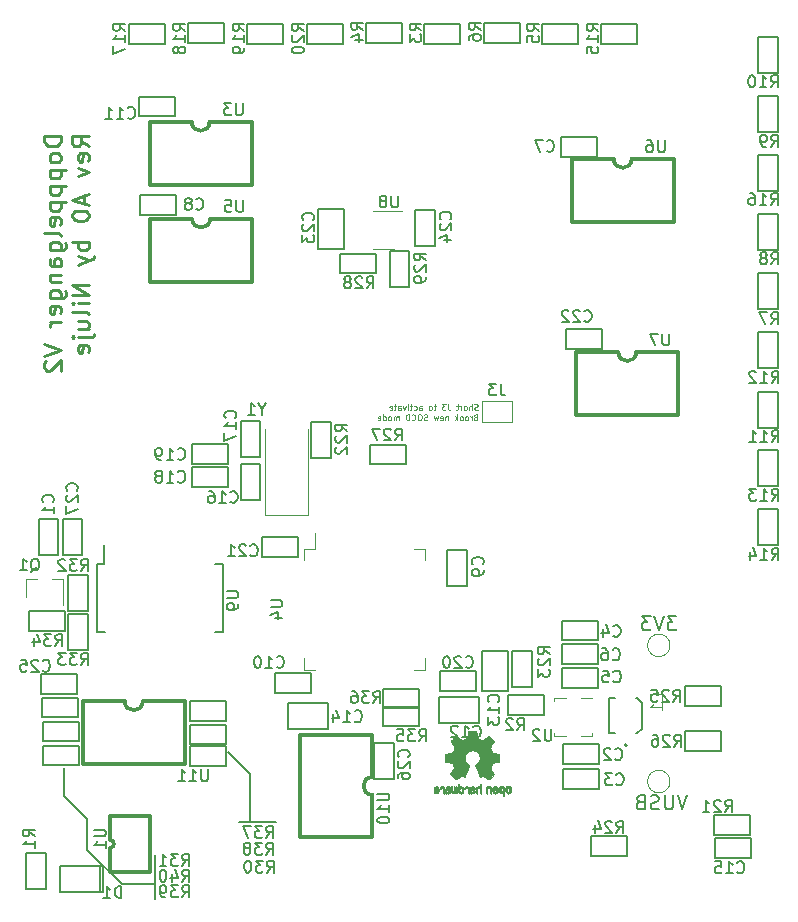
<source format=gbr>
G04 #@! TF.GenerationSoftware,KiCad,Pcbnew,5.1.9*
G04 #@! TF.CreationDate,2021-02-09T23:32:47+01:00*
G04 #@! TF.ProjectId,main_board,6d61696e-5f62-46f6-9172-642e6b696361,1*
G04 #@! TF.SameCoordinates,Original*
G04 #@! TF.FileFunction,Legend,Bot*
G04 #@! TF.FilePolarity,Positive*
%FSLAX46Y46*%
G04 Gerber Fmt 4.6, Leading zero omitted, Abs format (unit mm)*
G04 Created by KiCad (PCBNEW 5.1.9) date 2021-02-09 23:32:47*
%MOMM*%
%LPD*%
G01*
G04 APERTURE LIST*
%ADD10C,0.200000*%
%ADD11C,0.120000*%
%ADD12C,0.280000*%
%ADD13C,0.152400*%
%ADD14C,0.010000*%
%ADD15C,0.300000*%
%ADD16C,0.203200*%
%ADD17C,0.127000*%
%ADD18C,0.150000*%
%ADD19C,0.015000*%
%ADD20C,2.500000*%
%ADD21R,2.500000X2.500000*%
%ADD22R,0.300000X1.500000*%
%ADD23R,1.500000X0.300000*%
%ADD24R,0.620000X1.220000*%
%ADD25R,1.066800X1.574800*%
%ADD26R,1.574800X1.066800*%
%ADD27R,1.066800X0.914400*%
%ADD28R,0.914400X1.066800*%
%ADD29O,1.524000X1.200000*%
%ADD30R,1.524000X1.200000*%
%ADD31O,1.200000X1.524000*%
%ADD32R,1.200000X1.524000*%
%ADD33C,2.000000*%
%ADD34C,1.400000*%
%ADD35C,3.400000*%
%ADD36C,2.200000*%
%ADD37C,3.200000*%
%ADD38C,1.448000*%
%ADD39C,1.000000*%
%ADD40R,0.970000X1.270000*%
%ADD41R,1.200000X0.900000*%
%ADD42R,1.800000X1.800000*%
%ADD43C,1.800000*%
%ADD44R,2.700000X2.700000*%
%ADD45C,2.700000*%
%ADD46R,0.800000X0.900000*%
%ADD47R,1.700000X1.700000*%
%ADD48C,1.700000*%
%ADD49C,2.300000*%
%ADD50R,0.600000X0.240000*%
%ADD51R,1.560000X0.650000*%
%ADD52R,0.450000X1.750000*%
%ADD53R,2.400000X3.500000*%
%ADD54C,1.500000*%
G04 APERTURE END LIST*
D10*
X284955340Y-55126337D02*
X284555340Y-56326337D01*
X284155340Y-55126337D01*
X283755340Y-55126337D02*
X283755340Y-56097765D01*
X283698197Y-56212051D01*
X283641054Y-56269194D01*
X283526768Y-56326337D01*
X283298197Y-56326337D01*
X283183911Y-56269194D01*
X283126768Y-56212051D01*
X283069625Y-56097765D01*
X283069625Y-55126337D01*
X282555340Y-56269194D02*
X282383911Y-56326337D01*
X282098197Y-56326337D01*
X281983911Y-56269194D01*
X281926768Y-56212051D01*
X281869625Y-56097765D01*
X281869625Y-55983480D01*
X281926768Y-55869194D01*
X281983911Y-55812051D01*
X282098197Y-55754908D01*
X282326768Y-55697765D01*
X282441054Y-55640622D01*
X282498197Y-55583480D01*
X282555340Y-55469194D01*
X282555340Y-55354908D01*
X282498197Y-55240622D01*
X282441054Y-55183480D01*
X282326768Y-55126337D01*
X282041054Y-55126337D01*
X281869625Y-55183480D01*
X280955340Y-55697765D02*
X280783911Y-55754908D01*
X280726768Y-55812051D01*
X280669625Y-55926337D01*
X280669625Y-56097765D01*
X280726768Y-56212051D01*
X280783911Y-56269194D01*
X280898197Y-56326337D01*
X281355340Y-56326337D01*
X281355340Y-55126337D01*
X280955340Y-55126337D01*
X280841054Y-55183480D01*
X280783911Y-55240622D01*
X280726768Y-55354908D01*
X280726768Y-55469194D01*
X280783911Y-55583480D01*
X280841054Y-55640622D01*
X280955340Y-55697765D01*
X281355340Y-55697765D01*
X284053094Y-39972697D02*
X283310237Y-39972697D01*
X283710237Y-40429840D01*
X283538808Y-40429840D01*
X283424522Y-40486982D01*
X283367380Y-40544125D01*
X283310237Y-40658411D01*
X283310237Y-40944125D01*
X283367380Y-41058411D01*
X283424522Y-41115554D01*
X283538808Y-41172697D01*
X283881665Y-41172697D01*
X283995951Y-41115554D01*
X284053094Y-41058411D01*
X282967380Y-39972697D02*
X282567380Y-41172697D01*
X282167380Y-39972697D01*
X281881665Y-39972697D02*
X281138808Y-39972697D01*
X281538808Y-40429840D01*
X281367380Y-40429840D01*
X281253094Y-40486982D01*
X281195951Y-40544125D01*
X281138808Y-40658411D01*
X281138808Y-40944125D01*
X281195951Y-41058411D01*
X281253094Y-41115554D01*
X281367380Y-41172697D01*
X281710237Y-41172697D01*
X281824522Y-41115554D01*
X281881665Y-41058411D01*
D11*
X267227801Y-22474980D02*
X267156373Y-22498790D01*
X267037325Y-22498790D01*
X266989706Y-22474980D01*
X266965897Y-22451171D01*
X266942087Y-22403552D01*
X266942087Y-22355933D01*
X266965897Y-22308314D01*
X266989706Y-22284504D01*
X267037325Y-22260695D01*
X267132563Y-22236885D01*
X267180182Y-22213076D01*
X267203992Y-22189266D01*
X267227801Y-22141647D01*
X267227801Y-22094028D01*
X267203992Y-22046409D01*
X267180182Y-22022600D01*
X267132563Y-21998790D01*
X267013516Y-21998790D01*
X266942087Y-22022600D01*
X266727801Y-22498790D02*
X266727801Y-21998790D01*
X266513516Y-22498790D02*
X266513516Y-22236885D01*
X266537325Y-22189266D01*
X266584944Y-22165457D01*
X266656373Y-22165457D01*
X266703992Y-22189266D01*
X266727801Y-22213076D01*
X266203992Y-22498790D02*
X266251611Y-22474980D01*
X266275420Y-22451171D01*
X266299230Y-22403552D01*
X266299230Y-22260695D01*
X266275420Y-22213076D01*
X266251611Y-22189266D01*
X266203992Y-22165457D01*
X266132563Y-22165457D01*
X266084944Y-22189266D01*
X266061135Y-22213076D01*
X266037325Y-22260695D01*
X266037325Y-22403552D01*
X266061135Y-22451171D01*
X266084944Y-22474980D01*
X266132563Y-22498790D01*
X266203992Y-22498790D01*
X265823040Y-22498790D02*
X265823040Y-22165457D01*
X265823040Y-22260695D02*
X265799230Y-22213076D01*
X265775420Y-22189266D01*
X265727801Y-22165457D01*
X265680182Y-22165457D01*
X265584944Y-22165457D02*
X265394468Y-22165457D01*
X265513516Y-21998790D02*
X265513516Y-22427361D01*
X265489706Y-22474980D01*
X265442087Y-22498790D01*
X265394468Y-22498790D01*
X264703992Y-21998790D02*
X264703992Y-22355933D01*
X264727801Y-22427361D01*
X264775420Y-22474980D01*
X264846849Y-22498790D01*
X264894468Y-22498790D01*
X264513516Y-21998790D02*
X264203992Y-21998790D01*
X264370659Y-22189266D01*
X264299230Y-22189266D01*
X264251611Y-22213076D01*
X264227801Y-22236885D01*
X264203992Y-22284504D01*
X264203992Y-22403552D01*
X264227801Y-22451171D01*
X264251611Y-22474980D01*
X264299230Y-22498790D01*
X264442087Y-22498790D01*
X264489706Y-22474980D01*
X264513516Y-22451171D01*
X263680182Y-22165457D02*
X263489706Y-22165457D01*
X263608754Y-21998790D02*
X263608754Y-22427361D01*
X263584944Y-22474980D01*
X263537325Y-22498790D01*
X263489706Y-22498790D01*
X263251611Y-22498790D02*
X263299230Y-22474980D01*
X263323040Y-22451171D01*
X263346849Y-22403552D01*
X263346849Y-22260695D01*
X263323040Y-22213076D01*
X263299230Y-22189266D01*
X263251611Y-22165457D01*
X263180182Y-22165457D01*
X263132563Y-22189266D01*
X263108754Y-22213076D01*
X263084944Y-22260695D01*
X263084944Y-22403552D01*
X263108754Y-22451171D01*
X263132563Y-22474980D01*
X263180182Y-22498790D01*
X263251611Y-22498790D01*
X262275420Y-22498790D02*
X262275420Y-22236885D01*
X262299230Y-22189266D01*
X262346849Y-22165457D01*
X262442087Y-22165457D01*
X262489706Y-22189266D01*
X262275420Y-22474980D02*
X262323040Y-22498790D01*
X262442087Y-22498790D01*
X262489706Y-22474980D01*
X262513516Y-22427361D01*
X262513516Y-22379742D01*
X262489706Y-22332123D01*
X262442087Y-22308314D01*
X262323040Y-22308314D01*
X262275420Y-22284504D01*
X261823040Y-22474980D02*
X261870659Y-22498790D01*
X261965897Y-22498790D01*
X262013516Y-22474980D01*
X262037325Y-22451171D01*
X262061135Y-22403552D01*
X262061135Y-22260695D01*
X262037325Y-22213076D01*
X262013516Y-22189266D01*
X261965897Y-22165457D01*
X261870659Y-22165457D01*
X261823040Y-22189266D01*
X261680182Y-22165457D02*
X261489706Y-22165457D01*
X261608754Y-21998790D02*
X261608754Y-22427361D01*
X261584944Y-22474980D01*
X261537325Y-22498790D01*
X261489706Y-22498790D01*
X261323040Y-22498790D02*
X261323040Y-22165457D01*
X261323040Y-21998790D02*
X261346849Y-22022600D01*
X261323040Y-22046409D01*
X261299230Y-22022600D01*
X261323040Y-21998790D01*
X261323040Y-22046409D01*
X261132563Y-22165457D02*
X261013516Y-22498790D01*
X260894468Y-22165457D01*
X260489706Y-22498790D02*
X260489706Y-22236885D01*
X260513516Y-22189266D01*
X260561135Y-22165457D01*
X260656373Y-22165457D01*
X260703992Y-22189266D01*
X260489706Y-22474980D02*
X260537325Y-22498790D01*
X260656373Y-22498790D01*
X260703992Y-22474980D01*
X260727801Y-22427361D01*
X260727801Y-22379742D01*
X260703992Y-22332123D01*
X260656373Y-22308314D01*
X260537325Y-22308314D01*
X260489706Y-22284504D01*
X260323040Y-22165457D02*
X260132563Y-22165457D01*
X260251611Y-21998790D02*
X260251611Y-22427361D01*
X260227801Y-22474980D01*
X260180182Y-22498790D01*
X260132563Y-22498790D01*
X259775420Y-22474980D02*
X259823040Y-22498790D01*
X259918278Y-22498790D01*
X259965897Y-22474980D01*
X259989706Y-22427361D01*
X259989706Y-22236885D01*
X259965897Y-22189266D01*
X259918278Y-22165457D01*
X259823040Y-22165457D01*
X259775420Y-22189266D01*
X259751611Y-22236885D01*
X259751611Y-22284504D01*
X259989706Y-22332123D01*
X267037325Y-23106885D02*
X266965897Y-23130695D01*
X266942087Y-23154504D01*
X266918278Y-23202123D01*
X266918278Y-23273552D01*
X266942087Y-23321171D01*
X266965897Y-23344980D01*
X267013516Y-23368790D01*
X267203992Y-23368790D01*
X267203992Y-22868790D01*
X267037325Y-22868790D01*
X266989706Y-22892600D01*
X266965897Y-22916409D01*
X266942087Y-22964028D01*
X266942087Y-23011647D01*
X266965897Y-23059266D01*
X266989706Y-23083076D01*
X267037325Y-23106885D01*
X267203992Y-23106885D01*
X266703992Y-23368790D02*
X266703992Y-23035457D01*
X266703992Y-23130695D02*
X266680182Y-23083076D01*
X266656373Y-23059266D01*
X266608754Y-23035457D01*
X266561135Y-23035457D01*
X266323040Y-23368790D02*
X266370659Y-23344980D01*
X266394468Y-23321171D01*
X266418278Y-23273552D01*
X266418278Y-23130695D01*
X266394468Y-23083076D01*
X266370659Y-23059266D01*
X266323040Y-23035457D01*
X266251611Y-23035457D01*
X266203992Y-23059266D01*
X266180182Y-23083076D01*
X266156373Y-23130695D01*
X266156373Y-23273552D01*
X266180182Y-23321171D01*
X266203992Y-23344980D01*
X266251611Y-23368790D01*
X266323040Y-23368790D01*
X265870659Y-23368790D02*
X265918278Y-23344980D01*
X265942087Y-23321171D01*
X265965897Y-23273552D01*
X265965897Y-23130695D01*
X265942087Y-23083076D01*
X265918278Y-23059266D01*
X265870659Y-23035457D01*
X265799230Y-23035457D01*
X265751611Y-23059266D01*
X265727801Y-23083076D01*
X265703992Y-23130695D01*
X265703992Y-23273552D01*
X265727801Y-23321171D01*
X265751611Y-23344980D01*
X265799230Y-23368790D01*
X265870659Y-23368790D01*
X265489706Y-23368790D02*
X265489706Y-22868790D01*
X265442087Y-23178314D02*
X265299230Y-23368790D01*
X265299230Y-23035457D02*
X265489706Y-23225933D01*
X264703992Y-23035457D02*
X264703992Y-23368790D01*
X264703992Y-23083076D02*
X264680182Y-23059266D01*
X264632563Y-23035457D01*
X264561135Y-23035457D01*
X264513516Y-23059266D01*
X264489706Y-23106885D01*
X264489706Y-23368790D01*
X264061135Y-23344980D02*
X264108754Y-23368790D01*
X264203992Y-23368790D01*
X264251611Y-23344980D01*
X264275420Y-23297361D01*
X264275420Y-23106885D01*
X264251611Y-23059266D01*
X264203992Y-23035457D01*
X264108754Y-23035457D01*
X264061135Y-23059266D01*
X264037325Y-23106885D01*
X264037325Y-23154504D01*
X264275420Y-23202123D01*
X263870659Y-23035457D02*
X263775420Y-23368790D01*
X263680182Y-23130695D01*
X263584944Y-23368790D01*
X263489706Y-23035457D01*
X262942087Y-23344980D02*
X262870659Y-23368790D01*
X262751611Y-23368790D01*
X262703992Y-23344980D01*
X262680182Y-23321171D01*
X262656373Y-23273552D01*
X262656373Y-23225933D01*
X262680182Y-23178314D01*
X262703992Y-23154504D01*
X262751611Y-23130695D01*
X262846849Y-23106885D01*
X262894468Y-23083076D01*
X262918278Y-23059266D01*
X262942087Y-23011647D01*
X262942087Y-22964028D01*
X262918278Y-22916409D01*
X262894468Y-22892600D01*
X262846849Y-22868790D01*
X262727801Y-22868790D01*
X262656373Y-22892600D01*
X262346849Y-22868790D02*
X262251611Y-22868790D01*
X262203992Y-22892600D01*
X262156373Y-22940219D01*
X262132563Y-23035457D01*
X262132563Y-23202123D01*
X262156373Y-23297361D01*
X262203992Y-23344980D01*
X262251611Y-23368790D01*
X262346849Y-23368790D01*
X262394468Y-23344980D01*
X262442087Y-23297361D01*
X262465897Y-23202123D01*
X262465897Y-23035457D01*
X262442087Y-22940219D01*
X262394468Y-22892600D01*
X262346849Y-22868790D01*
X261632563Y-23321171D02*
X261656373Y-23344980D01*
X261727801Y-23368790D01*
X261775420Y-23368790D01*
X261846849Y-23344980D01*
X261894468Y-23297361D01*
X261918278Y-23249742D01*
X261942087Y-23154504D01*
X261942087Y-23083076D01*
X261918278Y-22987838D01*
X261894468Y-22940219D01*
X261846849Y-22892600D01*
X261775420Y-22868790D01*
X261727801Y-22868790D01*
X261656373Y-22892600D01*
X261632563Y-22916409D01*
X261418278Y-23368790D02*
X261418278Y-22868790D01*
X261299230Y-22868790D01*
X261227801Y-22892600D01*
X261180182Y-22940219D01*
X261156373Y-22987838D01*
X261132563Y-23083076D01*
X261132563Y-23154504D01*
X261156373Y-23249742D01*
X261180182Y-23297361D01*
X261227801Y-23344980D01*
X261299230Y-23368790D01*
X261418278Y-23368790D01*
X260537325Y-23368790D02*
X260537325Y-23035457D01*
X260537325Y-23083076D02*
X260513516Y-23059266D01*
X260465897Y-23035457D01*
X260394468Y-23035457D01*
X260346849Y-23059266D01*
X260323040Y-23106885D01*
X260323040Y-23368790D01*
X260323040Y-23106885D02*
X260299230Y-23059266D01*
X260251611Y-23035457D01*
X260180182Y-23035457D01*
X260132563Y-23059266D01*
X260108754Y-23106885D01*
X260108754Y-23368790D01*
X259799230Y-23368790D02*
X259846849Y-23344980D01*
X259870659Y-23321171D01*
X259894468Y-23273552D01*
X259894468Y-23130695D01*
X259870659Y-23083076D01*
X259846849Y-23059266D01*
X259799230Y-23035457D01*
X259727801Y-23035457D01*
X259680182Y-23059266D01*
X259656373Y-23083076D01*
X259632563Y-23130695D01*
X259632563Y-23273552D01*
X259656373Y-23321171D01*
X259680182Y-23344980D01*
X259727801Y-23368790D01*
X259799230Y-23368790D01*
X259203992Y-23368790D02*
X259203992Y-22868790D01*
X259203992Y-23344980D02*
X259251611Y-23368790D01*
X259346849Y-23368790D01*
X259394468Y-23344980D01*
X259418278Y-23321171D01*
X259442087Y-23273552D01*
X259442087Y-23130695D01*
X259418278Y-23083076D01*
X259394468Y-23059266D01*
X259346849Y-23035457D01*
X259251611Y-23035457D01*
X259203992Y-23059266D01*
X258775420Y-23344980D02*
X258823040Y-23368790D01*
X258918278Y-23368790D01*
X258965897Y-23344980D01*
X258989706Y-23297361D01*
X258989706Y-23106885D01*
X258965897Y-23059266D01*
X258918278Y-23035457D01*
X258823040Y-23035457D01*
X258775420Y-23059266D01*
X258751611Y-23106885D01*
X258751611Y-23154504D01*
X258989706Y-23202123D01*
D12*
X231916833Y667357D02*
X230516833Y667357D01*
X230516833Y310214D01*
X230583500Y95928D01*
X230716833Y-46928D01*
X230850166Y-118357D01*
X231116833Y-189785D01*
X231316833Y-189785D01*
X231583500Y-118357D01*
X231716833Y-46928D01*
X231850166Y95928D01*
X231916833Y310214D01*
X231916833Y667357D01*
X231916833Y-1046928D02*
X231850166Y-904071D01*
X231783500Y-832642D01*
X231650166Y-761214D01*
X231250166Y-761214D01*
X231116833Y-832642D01*
X231050166Y-904071D01*
X230983500Y-1046928D01*
X230983500Y-1261214D01*
X231050166Y-1404071D01*
X231116833Y-1475500D01*
X231250166Y-1546928D01*
X231650166Y-1546928D01*
X231783500Y-1475500D01*
X231850166Y-1404071D01*
X231916833Y-1261214D01*
X231916833Y-1046928D01*
X230983500Y-2189785D02*
X232383500Y-2189785D01*
X231050166Y-2189785D02*
X230983500Y-2332642D01*
X230983500Y-2618357D01*
X231050166Y-2761214D01*
X231116833Y-2832642D01*
X231250166Y-2904071D01*
X231650166Y-2904071D01*
X231783500Y-2832642D01*
X231850166Y-2761214D01*
X231916833Y-2618357D01*
X231916833Y-2332642D01*
X231850166Y-2189785D01*
X230983500Y-3546928D02*
X232383500Y-3546928D01*
X231050166Y-3546928D02*
X230983500Y-3689785D01*
X230983500Y-3975500D01*
X231050166Y-4118357D01*
X231116833Y-4189785D01*
X231250166Y-4261214D01*
X231650166Y-4261214D01*
X231783500Y-4189785D01*
X231850166Y-4118357D01*
X231916833Y-3975500D01*
X231916833Y-3689785D01*
X231850166Y-3546928D01*
X230983500Y-4904071D02*
X232383500Y-4904071D01*
X231050166Y-4904071D02*
X230983500Y-5046928D01*
X230983500Y-5332642D01*
X231050166Y-5475500D01*
X231116833Y-5546928D01*
X231250166Y-5618357D01*
X231650166Y-5618357D01*
X231783500Y-5546928D01*
X231850166Y-5475500D01*
X231916833Y-5332642D01*
X231916833Y-5046928D01*
X231850166Y-4904071D01*
X231850166Y-6832642D02*
X231916833Y-6689785D01*
X231916833Y-6404071D01*
X231850166Y-6261214D01*
X231716833Y-6189785D01*
X231183500Y-6189785D01*
X231050166Y-6261214D01*
X230983500Y-6404071D01*
X230983500Y-6689785D01*
X231050166Y-6832642D01*
X231183500Y-6904071D01*
X231316833Y-6904071D01*
X231450166Y-6189785D01*
X231916833Y-7761214D02*
X231850166Y-7618357D01*
X231716833Y-7546928D01*
X230516833Y-7546928D01*
X230983500Y-8975500D02*
X232116833Y-8975500D01*
X232250166Y-8904071D01*
X232316833Y-8832642D01*
X232383500Y-8689785D01*
X232383500Y-8475500D01*
X232316833Y-8332642D01*
X231850166Y-8975500D02*
X231916833Y-8832642D01*
X231916833Y-8546928D01*
X231850166Y-8404071D01*
X231783500Y-8332642D01*
X231650166Y-8261214D01*
X231250166Y-8261214D01*
X231116833Y-8332642D01*
X231050166Y-8404071D01*
X230983500Y-8546928D01*
X230983500Y-8832642D01*
X231050166Y-8975500D01*
X231916833Y-10332642D02*
X231183500Y-10332642D01*
X231050166Y-10261214D01*
X230983500Y-10118357D01*
X230983500Y-9832642D01*
X231050166Y-9689785D01*
X231850166Y-10332642D02*
X231916833Y-10189785D01*
X231916833Y-9832642D01*
X231850166Y-9689785D01*
X231716833Y-9618357D01*
X231583500Y-9618357D01*
X231450166Y-9689785D01*
X231383500Y-9832642D01*
X231383500Y-10189785D01*
X231316833Y-10332642D01*
X230983500Y-11046928D02*
X231916833Y-11046928D01*
X231116833Y-11046928D02*
X231050166Y-11118357D01*
X230983500Y-11261214D01*
X230983500Y-11475500D01*
X231050166Y-11618357D01*
X231183500Y-11689785D01*
X231916833Y-11689785D01*
X230983500Y-13046928D02*
X232116833Y-13046928D01*
X232250166Y-12975500D01*
X232316833Y-12904071D01*
X232383500Y-12761214D01*
X232383500Y-12546928D01*
X232316833Y-12404071D01*
X231850166Y-13046928D02*
X231916833Y-12904071D01*
X231916833Y-12618357D01*
X231850166Y-12475500D01*
X231783500Y-12404071D01*
X231650166Y-12332642D01*
X231250166Y-12332642D01*
X231116833Y-12404071D01*
X231050166Y-12475500D01*
X230983500Y-12618357D01*
X230983500Y-12904071D01*
X231050166Y-13046928D01*
X231850166Y-14332642D02*
X231916833Y-14189785D01*
X231916833Y-13904071D01*
X231850166Y-13761214D01*
X231716833Y-13689785D01*
X231183500Y-13689785D01*
X231050166Y-13761214D01*
X230983500Y-13904071D01*
X230983500Y-14189785D01*
X231050166Y-14332642D01*
X231183500Y-14404071D01*
X231316833Y-14404071D01*
X231450166Y-13689785D01*
X231916833Y-15046928D02*
X230983500Y-15046928D01*
X231250166Y-15046928D02*
X231116833Y-15118357D01*
X231050166Y-15189785D01*
X230983500Y-15332642D01*
X230983500Y-15475500D01*
X230516833Y-16904071D02*
X231916833Y-17404071D01*
X230516833Y-17904071D01*
X230650166Y-18332642D02*
X230583500Y-18404071D01*
X230516833Y-18546928D01*
X230516833Y-18904071D01*
X230583500Y-19046928D01*
X230650166Y-19118357D01*
X230783500Y-19189785D01*
X230916833Y-19189785D01*
X231116833Y-19118357D01*
X231916833Y-18261214D01*
X231916833Y-19189785D01*
X234296833Y-189785D02*
X233630166Y310214D01*
X234296833Y667357D02*
X232896833Y667357D01*
X232896833Y95928D01*
X232963500Y-46928D01*
X233030166Y-118357D01*
X233163500Y-189785D01*
X233363500Y-189785D01*
X233496833Y-118357D01*
X233563500Y-46928D01*
X233630166Y95928D01*
X233630166Y667357D01*
X234230166Y-1404071D02*
X234296833Y-1261214D01*
X234296833Y-975500D01*
X234230166Y-832642D01*
X234096833Y-761214D01*
X233563500Y-761214D01*
X233430166Y-832642D01*
X233363500Y-975500D01*
X233363500Y-1261214D01*
X233430166Y-1404071D01*
X233563500Y-1475500D01*
X233696833Y-1475500D01*
X233830166Y-761214D01*
X233363500Y-1975500D02*
X234296833Y-2332642D01*
X233363500Y-2689785D01*
X233896833Y-4332642D02*
X233896833Y-5046928D01*
X234296833Y-4189785D02*
X232896833Y-4689785D01*
X234296833Y-5189785D01*
X232896833Y-5975500D02*
X232896833Y-6118357D01*
X232963500Y-6261214D01*
X233030166Y-6332642D01*
X233163500Y-6404071D01*
X233430166Y-6475500D01*
X233763500Y-6475500D01*
X234030166Y-6404071D01*
X234163500Y-6332642D01*
X234230166Y-6261214D01*
X234296833Y-6118357D01*
X234296833Y-5975500D01*
X234230166Y-5832642D01*
X234163500Y-5761214D01*
X234030166Y-5689785D01*
X233763500Y-5618357D01*
X233430166Y-5618357D01*
X233163500Y-5689785D01*
X233030166Y-5761214D01*
X232963500Y-5832642D01*
X232896833Y-5975500D01*
X234296833Y-8261214D02*
X232896833Y-8261214D01*
X233430166Y-8261214D02*
X233363500Y-8404071D01*
X233363500Y-8689785D01*
X233430166Y-8832642D01*
X233496833Y-8904071D01*
X233630166Y-8975500D01*
X234030166Y-8975500D01*
X234163500Y-8904071D01*
X234230166Y-8832642D01*
X234296833Y-8689785D01*
X234296833Y-8404071D01*
X234230166Y-8261214D01*
X233363500Y-9475500D02*
X234296833Y-9832642D01*
X233363500Y-10189785D02*
X234296833Y-9832642D01*
X234630166Y-9689785D01*
X234696833Y-9618357D01*
X234763500Y-9475500D01*
X234296833Y-11904071D02*
X232896833Y-11904071D01*
X234296833Y-12761214D01*
X232896833Y-12761214D01*
X234296833Y-13475500D02*
X233363500Y-13475500D01*
X232896833Y-13475500D02*
X232963500Y-13404071D01*
X233030166Y-13475500D01*
X232963500Y-13546928D01*
X232896833Y-13475500D01*
X233030166Y-13475500D01*
X234296833Y-14404071D02*
X234230166Y-14261214D01*
X234096833Y-14189785D01*
X232896833Y-14189785D01*
X233363500Y-15618357D02*
X234296833Y-15618357D01*
X233363500Y-14975500D02*
X234096833Y-14975500D01*
X234230166Y-15046928D01*
X234296833Y-15189785D01*
X234296833Y-15404071D01*
X234230166Y-15546928D01*
X234163500Y-15618357D01*
X233363500Y-16332642D02*
X234563500Y-16332642D01*
X234696833Y-16261214D01*
X234763500Y-16118357D01*
X234763500Y-16046928D01*
X232896833Y-16332642D02*
X232963500Y-16261214D01*
X233030166Y-16332642D01*
X232963500Y-16404071D01*
X232896833Y-16332642D01*
X233030166Y-16332642D01*
X234230166Y-17618357D02*
X234296833Y-17475500D01*
X234296833Y-17189785D01*
X234230166Y-17046928D01*
X234096833Y-16975500D01*
X233563500Y-16975500D01*
X233430166Y-17046928D01*
X233363500Y-17189785D01*
X233363500Y-17475500D01*
X233430166Y-17618357D01*
X233563500Y-17689785D01*
X233696833Y-17689785D01*
X233830166Y-16975500D01*
D13*
X232206800Y-55222140D02*
X232206800Y-52778660D01*
X234129580Y-57144920D02*
X232206800Y-55222140D01*
X234129580Y-59720480D02*
X234129580Y-57144920D01*
X237063280Y-62654180D02*
X234129580Y-59720480D01*
X239908080Y-62671960D02*
X237070900Y-62671960D01*
X239915700Y-60159900D02*
X239915700Y-63919100D01*
X247931940Y-53296820D02*
X246095520Y-51460400D01*
X247931940Y-57401460D02*
X247931940Y-53296820D01*
X247015000Y-57416700D02*
X250126500Y-57416700D01*
D14*
G36*
X266662130Y-49662868D02*
G01*
X266583586Y-49663298D01*
X266526742Y-49664462D01*
X266487935Y-49666727D01*
X266463502Y-49670460D01*
X266449778Y-49676026D01*
X266443100Y-49683793D01*
X266439804Y-49694125D01*
X266439484Y-49695463D01*
X266434478Y-49719599D01*
X266425211Y-49767221D01*
X266412648Y-49833261D01*
X266397753Y-49912648D01*
X266381489Y-50000316D01*
X266380921Y-50003395D01*
X266364630Y-50089309D01*
X266349388Y-50165216D01*
X266336179Y-50226565D01*
X266325986Y-50268802D01*
X266319792Y-50287375D01*
X266319497Y-50287704D01*
X266301252Y-50296773D01*
X266263635Y-50311887D01*
X266214769Y-50329782D01*
X266214497Y-50329878D01*
X266152947Y-50353013D01*
X266080383Y-50382485D01*
X266011983Y-50412117D01*
X266008746Y-50413582D01*
X265897338Y-50464146D01*
X265650641Y-50295680D01*
X265574963Y-50244323D01*
X265506409Y-50198409D01*
X265448952Y-50160550D01*
X265406564Y-50133357D01*
X265383215Y-50119441D01*
X265380998Y-50118409D01*
X265364030Y-50123004D01*
X265332339Y-50145175D01*
X265284688Y-50185967D01*
X265219842Y-50246425D01*
X265153643Y-50310747D01*
X265089826Y-50374132D01*
X265032711Y-50431971D01*
X264985735Y-50480695D01*
X264952337Y-50516730D01*
X264935955Y-50536504D01*
X264935346Y-50537522D01*
X264933535Y-50551092D01*
X264940357Y-50573253D01*
X264957500Y-50606998D01*
X264986647Y-50655320D01*
X265029485Y-50721212D01*
X265086592Y-50806037D01*
X265137274Y-50880697D01*
X265182579Y-50947660D01*
X265219890Y-51003036D01*
X265246588Y-51042940D01*
X265260055Y-51063482D01*
X265260903Y-51064876D01*
X265259259Y-51084558D01*
X265246795Y-51122813D01*
X265225992Y-51172409D01*
X265218578Y-51188248D01*
X265186226Y-51258810D01*
X265151712Y-51338873D01*
X265123675Y-51408149D01*
X265103472Y-51459565D01*
X265087425Y-51498639D01*
X265078152Y-51519061D01*
X265076999Y-51520634D01*
X265059944Y-51523241D01*
X265019742Y-51530383D01*
X264961738Y-51541043D01*
X264891277Y-51554205D01*
X264813705Y-51568853D01*
X264734368Y-51583969D01*
X264658609Y-51598538D01*
X264591776Y-51611542D01*
X264539212Y-51621965D01*
X264506264Y-51628790D01*
X264498183Y-51630719D01*
X264489835Y-51635482D01*
X264483534Y-51646238D01*
X264478995Y-51666618D01*
X264475936Y-51700254D01*
X264474073Y-51750775D01*
X264473122Y-51821812D01*
X264472800Y-51916996D01*
X264472783Y-51956012D01*
X264472783Y-52273319D01*
X264548983Y-52288359D01*
X264591377Y-52296515D01*
X264654640Y-52308419D01*
X264731078Y-52322636D01*
X264812997Y-52337730D01*
X264835640Y-52341875D01*
X264911234Y-52356573D01*
X264977087Y-52371025D01*
X265027674Y-52383895D01*
X265057466Y-52393842D01*
X265062428Y-52396807D01*
X265074614Y-52417803D01*
X265092087Y-52458487D01*
X265111463Y-52510842D01*
X265115306Y-52522120D01*
X265140701Y-52592043D01*
X265172223Y-52670938D01*
X265203071Y-52741786D01*
X265203223Y-52742115D01*
X265254593Y-52853253D01*
X265085641Y-53101773D01*
X264916688Y-53350292D01*
X265133611Y-53567578D01*
X265199221Y-53632246D01*
X265259061Y-53689253D01*
X265309773Y-53735553D01*
X265347994Y-53768104D01*
X265370365Y-53783863D01*
X265373574Y-53784863D01*
X265392414Y-53776989D01*
X265430860Y-53755098D01*
X265484710Y-53721787D01*
X265549764Y-53679651D01*
X265620100Y-53632463D01*
X265691485Y-53584330D01*
X265755132Y-53542448D01*
X265806999Y-53509391D01*
X265843045Y-53487738D01*
X265859173Y-53480063D01*
X265878851Y-53486557D01*
X265916165Y-53503670D01*
X265963419Y-53527846D01*
X265968428Y-53530533D01*
X266032063Y-53562447D01*
X266075699Y-53578099D01*
X266102838Y-53578265D01*
X266116983Y-53563724D01*
X266117065Y-53563520D01*
X266124135Y-53546299D01*
X266140998Y-53505419D01*
X266166345Y-53444045D01*
X266198869Y-53365339D01*
X266237262Y-53272467D01*
X266280218Y-53168592D01*
X266321818Y-53068022D01*
X266367536Y-52957036D01*
X266409514Y-52854223D01*
X266446492Y-52762735D01*
X266477213Y-52685721D01*
X266500418Y-52626335D01*
X266514850Y-52587729D01*
X266519297Y-52573320D01*
X266508144Y-52556792D01*
X266478971Y-52530450D01*
X266440069Y-52501407D01*
X266329283Y-52409559D01*
X266242689Y-52304279D01*
X266181324Y-52187786D01*
X266146225Y-52062296D01*
X266138432Y-51930027D01*
X266144097Y-51868977D01*
X266174962Y-51742315D01*
X266228120Y-51630461D01*
X266300273Y-51534521D01*
X266388123Y-51455596D01*
X266488375Y-51394790D01*
X266597730Y-51353207D01*
X266712893Y-51331948D01*
X266830565Y-51332119D01*
X266947450Y-51354821D01*
X267060251Y-51401158D01*
X267165671Y-51472233D01*
X267209672Y-51512431D01*
X267294061Y-51615649D01*
X267352818Y-51728445D01*
X267386336Y-51847530D01*
X267395005Y-51969615D01*
X267379217Y-52091413D01*
X267339362Y-52209636D01*
X267275833Y-52320995D01*
X267189019Y-52422204D01*
X267092011Y-52501407D01*
X267051603Y-52531682D01*
X267023058Y-52557739D01*
X267012783Y-52573345D01*
X267018163Y-52590363D01*
X267033465Y-52631020D01*
X267057428Y-52692162D01*
X267088796Y-52770639D01*
X267126308Y-52863300D01*
X267168707Y-52966992D01*
X267210377Y-53068046D01*
X267256350Y-53179127D01*
X267298933Y-53282061D01*
X267336819Y-53373685D01*
X267368700Y-53450836D01*
X267393269Y-53510351D01*
X267409220Y-53549064D01*
X267415130Y-53563520D01*
X267429092Y-53578205D01*
X267456100Y-53578162D01*
X267499627Y-53562619D01*
X267563150Y-53530804D01*
X267563652Y-53530533D01*
X267611480Y-53505843D01*
X267650143Y-53487858D01*
X267671945Y-53480134D01*
X267672907Y-53480063D01*
X267689319Y-53487898D01*
X267725553Y-53509685D01*
X267777566Y-53542848D01*
X267841315Y-53584811D01*
X267911980Y-53632463D01*
X267983924Y-53680711D01*
X268048766Y-53722671D01*
X268102305Y-53755747D01*
X268140343Y-53777341D01*
X268158507Y-53784863D01*
X268175232Y-53774977D01*
X268208860Y-53747346D01*
X268256030Y-53705015D01*
X268313382Y-53651025D01*
X268377556Y-53588419D01*
X268398543Y-53567503D01*
X268615541Y-53350143D01*
X268450372Y-53107740D01*
X268400176Y-53033301D01*
X268356121Y-52966492D01*
X268320678Y-52911185D01*
X268296321Y-52871249D01*
X268285518Y-52850556D01*
X268285202Y-52849083D01*
X268290897Y-52829578D01*
X268306214Y-52790342D01*
X268328503Y-52737950D01*
X268344147Y-52702875D01*
X268373399Y-52635721D01*
X268400946Y-52567878D01*
X268422303Y-52510554D01*
X268428105Y-52493092D01*
X268444588Y-52446458D01*
X268460700Y-52410425D01*
X268469550Y-52396807D01*
X268489080Y-52388472D01*
X268531706Y-52376657D01*
X268591895Y-52362701D01*
X268664118Y-52347942D01*
X268696440Y-52341875D01*
X268778518Y-52326793D01*
X268857245Y-52312189D01*
X268924931Y-52299500D01*
X268973880Y-52290162D01*
X268983097Y-52288359D01*
X269059297Y-52273319D01*
X269059297Y-51956012D01*
X269059126Y-51851674D01*
X269058424Y-51772733D01*
X269056906Y-51715558D01*
X269054291Y-51676519D01*
X269050294Y-51651985D01*
X269044631Y-51638325D01*
X269037020Y-51631909D01*
X269033897Y-51630719D01*
X269015062Y-51626500D01*
X268973452Y-51618082D01*
X268914410Y-51606481D01*
X268843283Y-51592715D01*
X268765415Y-51577800D01*
X268686153Y-51562752D01*
X268610842Y-51548589D01*
X268544827Y-51536326D01*
X268493453Y-51526981D01*
X268462065Y-51521570D01*
X268455081Y-51520634D01*
X268448755Y-51508116D01*
X268434750Y-51474766D01*
X268415685Y-51426897D01*
X268408406Y-51408149D01*
X268379044Y-51335715D01*
X268344469Y-51255690D01*
X268313503Y-51188248D01*
X268290717Y-51136679D01*
X268275558Y-51094305D01*
X268270498Y-51068354D01*
X268271304Y-51064876D01*
X268281999Y-51048456D01*
X268306420Y-51011937D01*
X268341945Y-50959207D01*
X268385953Y-50894155D01*
X268435823Y-50820671D01*
X268445684Y-50806165D01*
X268503548Y-50720224D01*
X268546084Y-50654781D01*
X268574986Y-50606824D01*
X268591950Y-50573340D01*
X268598673Y-50551315D01*
X268596850Y-50537737D01*
X268596804Y-50537651D01*
X268582454Y-50519817D01*
X268550717Y-50485337D01*
X268505030Y-50437788D01*
X268448836Y-50380742D01*
X268385572Y-50317775D01*
X268378438Y-50310747D01*
X268298710Y-50233540D01*
X268237183Y-50176850D01*
X268192619Y-50139630D01*
X268163783Y-50120835D01*
X268151082Y-50118409D01*
X268132546Y-50128991D01*
X268094079Y-50153436D01*
X268039654Y-50189132D01*
X267973242Y-50233467D01*
X267898815Y-50283831D01*
X267881439Y-50295680D01*
X267634743Y-50464146D01*
X267523334Y-50413582D01*
X267455583Y-50384115D01*
X267382857Y-50354479D01*
X267320337Y-50330850D01*
X267317583Y-50329878D01*
X267268680Y-50311977D01*
X267230983Y-50296840D01*
X267212615Y-50287730D01*
X267212584Y-50287704D01*
X267206755Y-50271237D01*
X267196848Y-50230739D01*
X267183845Y-50170762D01*
X267168731Y-50095860D01*
X267152488Y-50010584D01*
X267151159Y-50003395D01*
X267134865Y-49915534D01*
X267119907Y-49835780D01*
X267107249Y-49769201D01*
X267097854Y-49720867D01*
X267092686Y-49695845D01*
X267092596Y-49695463D01*
X267089451Y-49684819D01*
X267083336Y-49676782D01*
X267070587Y-49670987D01*
X267047540Y-49667067D01*
X267010531Y-49664655D01*
X266955896Y-49663385D01*
X266879973Y-49662891D01*
X266779096Y-49662806D01*
X266766040Y-49662806D01*
X266662130Y-49662868D01*
G37*
X266662130Y-49662868D02*
X266583586Y-49663298D01*
X266526742Y-49664462D01*
X266487935Y-49666727D01*
X266463502Y-49670460D01*
X266449778Y-49676026D01*
X266443100Y-49683793D01*
X266439804Y-49694125D01*
X266439484Y-49695463D01*
X266434478Y-49719599D01*
X266425211Y-49767221D01*
X266412648Y-49833261D01*
X266397753Y-49912648D01*
X266381489Y-50000316D01*
X266380921Y-50003395D01*
X266364630Y-50089309D01*
X266349388Y-50165216D01*
X266336179Y-50226565D01*
X266325986Y-50268802D01*
X266319792Y-50287375D01*
X266319497Y-50287704D01*
X266301252Y-50296773D01*
X266263635Y-50311887D01*
X266214769Y-50329782D01*
X266214497Y-50329878D01*
X266152947Y-50353013D01*
X266080383Y-50382485D01*
X266011983Y-50412117D01*
X266008746Y-50413582D01*
X265897338Y-50464146D01*
X265650641Y-50295680D01*
X265574963Y-50244323D01*
X265506409Y-50198409D01*
X265448952Y-50160550D01*
X265406564Y-50133357D01*
X265383215Y-50119441D01*
X265380998Y-50118409D01*
X265364030Y-50123004D01*
X265332339Y-50145175D01*
X265284688Y-50185967D01*
X265219842Y-50246425D01*
X265153643Y-50310747D01*
X265089826Y-50374132D01*
X265032711Y-50431971D01*
X264985735Y-50480695D01*
X264952337Y-50516730D01*
X264935955Y-50536504D01*
X264935346Y-50537522D01*
X264933535Y-50551092D01*
X264940357Y-50573253D01*
X264957500Y-50606998D01*
X264986647Y-50655320D01*
X265029485Y-50721212D01*
X265086592Y-50806037D01*
X265137274Y-50880697D01*
X265182579Y-50947660D01*
X265219890Y-51003036D01*
X265246588Y-51042940D01*
X265260055Y-51063482D01*
X265260903Y-51064876D01*
X265259259Y-51084558D01*
X265246795Y-51122813D01*
X265225992Y-51172409D01*
X265218578Y-51188248D01*
X265186226Y-51258810D01*
X265151712Y-51338873D01*
X265123675Y-51408149D01*
X265103472Y-51459565D01*
X265087425Y-51498639D01*
X265078152Y-51519061D01*
X265076999Y-51520634D01*
X265059944Y-51523241D01*
X265019742Y-51530383D01*
X264961738Y-51541043D01*
X264891277Y-51554205D01*
X264813705Y-51568853D01*
X264734368Y-51583969D01*
X264658609Y-51598538D01*
X264591776Y-51611542D01*
X264539212Y-51621965D01*
X264506264Y-51628790D01*
X264498183Y-51630719D01*
X264489835Y-51635482D01*
X264483534Y-51646238D01*
X264478995Y-51666618D01*
X264475936Y-51700254D01*
X264474073Y-51750775D01*
X264473122Y-51821812D01*
X264472800Y-51916996D01*
X264472783Y-51956012D01*
X264472783Y-52273319D01*
X264548983Y-52288359D01*
X264591377Y-52296515D01*
X264654640Y-52308419D01*
X264731078Y-52322636D01*
X264812997Y-52337730D01*
X264835640Y-52341875D01*
X264911234Y-52356573D01*
X264977087Y-52371025D01*
X265027674Y-52383895D01*
X265057466Y-52393842D01*
X265062428Y-52396807D01*
X265074614Y-52417803D01*
X265092087Y-52458487D01*
X265111463Y-52510842D01*
X265115306Y-52522120D01*
X265140701Y-52592043D01*
X265172223Y-52670938D01*
X265203071Y-52741786D01*
X265203223Y-52742115D01*
X265254593Y-52853253D01*
X265085641Y-53101773D01*
X264916688Y-53350292D01*
X265133611Y-53567578D01*
X265199221Y-53632246D01*
X265259061Y-53689253D01*
X265309773Y-53735553D01*
X265347994Y-53768104D01*
X265370365Y-53783863D01*
X265373574Y-53784863D01*
X265392414Y-53776989D01*
X265430860Y-53755098D01*
X265484710Y-53721787D01*
X265549764Y-53679651D01*
X265620100Y-53632463D01*
X265691485Y-53584330D01*
X265755132Y-53542448D01*
X265806999Y-53509391D01*
X265843045Y-53487738D01*
X265859173Y-53480063D01*
X265878851Y-53486557D01*
X265916165Y-53503670D01*
X265963419Y-53527846D01*
X265968428Y-53530533D01*
X266032063Y-53562447D01*
X266075699Y-53578099D01*
X266102838Y-53578265D01*
X266116983Y-53563724D01*
X266117065Y-53563520D01*
X266124135Y-53546299D01*
X266140998Y-53505419D01*
X266166345Y-53444045D01*
X266198869Y-53365339D01*
X266237262Y-53272467D01*
X266280218Y-53168592D01*
X266321818Y-53068022D01*
X266367536Y-52957036D01*
X266409514Y-52854223D01*
X266446492Y-52762735D01*
X266477213Y-52685721D01*
X266500418Y-52626335D01*
X266514850Y-52587729D01*
X266519297Y-52573320D01*
X266508144Y-52556792D01*
X266478971Y-52530450D01*
X266440069Y-52501407D01*
X266329283Y-52409559D01*
X266242689Y-52304279D01*
X266181324Y-52187786D01*
X266146225Y-52062296D01*
X266138432Y-51930027D01*
X266144097Y-51868977D01*
X266174962Y-51742315D01*
X266228120Y-51630461D01*
X266300273Y-51534521D01*
X266388123Y-51455596D01*
X266488375Y-51394790D01*
X266597730Y-51353207D01*
X266712893Y-51331948D01*
X266830565Y-51332119D01*
X266947450Y-51354821D01*
X267060251Y-51401158D01*
X267165671Y-51472233D01*
X267209672Y-51512431D01*
X267294061Y-51615649D01*
X267352818Y-51728445D01*
X267386336Y-51847530D01*
X267395005Y-51969615D01*
X267379217Y-52091413D01*
X267339362Y-52209636D01*
X267275833Y-52320995D01*
X267189019Y-52422204D01*
X267092011Y-52501407D01*
X267051603Y-52531682D01*
X267023058Y-52557739D01*
X267012783Y-52573345D01*
X267018163Y-52590363D01*
X267033465Y-52631020D01*
X267057428Y-52692162D01*
X267088796Y-52770639D01*
X267126308Y-52863300D01*
X267168707Y-52966992D01*
X267210377Y-53068046D01*
X267256350Y-53179127D01*
X267298933Y-53282061D01*
X267336819Y-53373685D01*
X267368700Y-53450836D01*
X267393269Y-53510351D01*
X267409220Y-53549064D01*
X267415130Y-53563520D01*
X267429092Y-53578205D01*
X267456100Y-53578162D01*
X267499627Y-53562619D01*
X267563150Y-53530804D01*
X267563652Y-53530533D01*
X267611480Y-53505843D01*
X267650143Y-53487858D01*
X267671945Y-53480134D01*
X267672907Y-53480063D01*
X267689319Y-53487898D01*
X267725553Y-53509685D01*
X267777566Y-53542848D01*
X267841315Y-53584811D01*
X267911980Y-53632463D01*
X267983924Y-53680711D01*
X268048766Y-53722671D01*
X268102305Y-53755747D01*
X268140343Y-53777341D01*
X268158507Y-53784863D01*
X268175232Y-53774977D01*
X268208860Y-53747346D01*
X268256030Y-53705015D01*
X268313382Y-53651025D01*
X268377556Y-53588419D01*
X268398543Y-53567503D01*
X268615541Y-53350143D01*
X268450372Y-53107740D01*
X268400176Y-53033301D01*
X268356121Y-52966492D01*
X268320678Y-52911185D01*
X268296321Y-52871249D01*
X268285518Y-52850556D01*
X268285202Y-52849083D01*
X268290897Y-52829578D01*
X268306214Y-52790342D01*
X268328503Y-52737950D01*
X268344147Y-52702875D01*
X268373399Y-52635721D01*
X268400946Y-52567878D01*
X268422303Y-52510554D01*
X268428105Y-52493092D01*
X268444588Y-52446458D01*
X268460700Y-52410425D01*
X268469550Y-52396807D01*
X268489080Y-52388472D01*
X268531706Y-52376657D01*
X268591895Y-52362701D01*
X268664118Y-52347942D01*
X268696440Y-52341875D01*
X268778518Y-52326793D01*
X268857245Y-52312189D01*
X268924931Y-52299500D01*
X268973880Y-52290162D01*
X268983097Y-52288359D01*
X269059297Y-52273319D01*
X269059297Y-51956012D01*
X269059126Y-51851674D01*
X269058424Y-51772733D01*
X269056906Y-51715558D01*
X269054291Y-51676519D01*
X269050294Y-51651985D01*
X269044631Y-51638325D01*
X269037020Y-51631909D01*
X269033897Y-51630719D01*
X269015062Y-51626500D01*
X268973452Y-51618082D01*
X268914410Y-51606481D01*
X268843283Y-51592715D01*
X268765415Y-51577800D01*
X268686153Y-51562752D01*
X268610842Y-51548589D01*
X268544827Y-51536326D01*
X268493453Y-51526981D01*
X268462065Y-51521570D01*
X268455081Y-51520634D01*
X268448755Y-51508116D01*
X268434750Y-51474766D01*
X268415685Y-51426897D01*
X268408406Y-51408149D01*
X268379044Y-51335715D01*
X268344469Y-51255690D01*
X268313503Y-51188248D01*
X268290717Y-51136679D01*
X268275558Y-51094305D01*
X268270498Y-51068354D01*
X268271304Y-51064876D01*
X268281999Y-51048456D01*
X268306420Y-51011937D01*
X268341945Y-50959207D01*
X268385953Y-50894155D01*
X268435823Y-50820671D01*
X268445684Y-50806165D01*
X268503548Y-50720224D01*
X268546084Y-50654781D01*
X268574986Y-50606824D01*
X268591950Y-50573340D01*
X268598673Y-50551315D01*
X268596850Y-50537737D01*
X268596804Y-50537651D01*
X268582454Y-50519817D01*
X268550717Y-50485337D01*
X268505030Y-50437788D01*
X268448836Y-50380742D01*
X268385572Y-50317775D01*
X268378438Y-50310747D01*
X268298710Y-50233540D01*
X268237183Y-50176850D01*
X268192619Y-50139630D01*
X268163783Y-50120835D01*
X268151082Y-50118409D01*
X268132546Y-50128991D01*
X268094079Y-50153436D01*
X268039654Y-50189132D01*
X267973242Y-50233467D01*
X267898815Y-50283831D01*
X267881439Y-50295680D01*
X267634743Y-50464146D01*
X267523334Y-50413582D01*
X267455583Y-50384115D01*
X267382857Y-50354479D01*
X267320337Y-50330850D01*
X267317583Y-50329878D01*
X267268680Y-50311977D01*
X267230983Y-50296840D01*
X267212615Y-50287730D01*
X267212584Y-50287704D01*
X267206755Y-50271237D01*
X267196848Y-50230739D01*
X267183845Y-50170762D01*
X267168731Y-50095860D01*
X267152488Y-50010584D01*
X267151159Y-50003395D01*
X267134865Y-49915534D01*
X267119907Y-49835780D01*
X267107249Y-49769201D01*
X267097854Y-49720867D01*
X267092686Y-49695845D01*
X267092596Y-49695463D01*
X267089451Y-49684819D01*
X267083336Y-49676782D01*
X267070587Y-49670987D01*
X267047540Y-49667067D01*
X267010531Y-49664655D01*
X266955896Y-49663385D01*
X266879973Y-49662891D01*
X266779096Y-49662806D01*
X266766040Y-49662806D01*
X266662130Y-49662868D01*
G36*
X263612445Y-54387486D02*
G01*
X263555019Y-54425017D01*
X263527321Y-54458616D01*
X263505378Y-54519584D01*
X263503635Y-54567828D01*
X263507583Y-54632336D01*
X263656354Y-54697454D01*
X263728691Y-54730722D01*
X263775956Y-54757484D01*
X263800533Y-54780664D01*
X263804803Y-54803187D01*
X263791151Y-54827975D01*
X263776097Y-54844406D01*
X263732294Y-54870755D01*
X263684651Y-54872601D01*
X263640895Y-54852066D01*
X263608751Y-54811272D01*
X263603002Y-54796867D01*
X263575464Y-54751876D01*
X263543782Y-54732702D01*
X263500326Y-54716299D01*
X263500326Y-54778486D01*
X263504168Y-54820803D01*
X263519217Y-54856489D01*
X263550760Y-54897463D01*
X263555448Y-54902787D01*
X263590534Y-54939240D01*
X263620693Y-54958803D01*
X263658425Y-54967803D01*
X263689705Y-54970750D01*
X263745655Y-54971485D01*
X263785485Y-54962180D01*
X263810332Y-54948366D01*
X263849384Y-54917987D01*
X263876415Y-54885133D01*
X263893523Y-54843814D01*
X263902802Y-54788041D01*
X263906347Y-54711825D01*
X263906630Y-54673142D01*
X263905668Y-54626767D01*
X263818033Y-54626767D01*
X263817017Y-54651646D01*
X263814484Y-54655720D01*
X263797766Y-54650185D01*
X263761791Y-54635537D01*
X263713709Y-54614710D01*
X263703654Y-54610234D01*
X263642888Y-54579334D01*
X263609408Y-54552177D01*
X263602050Y-54526740D01*
X263619649Y-54501001D01*
X263634184Y-54489629D01*
X263686630Y-54466884D01*
X263735718Y-54470642D01*
X263776813Y-54498404D01*
X263805282Y-54547672D01*
X263814409Y-54586777D01*
X263818033Y-54626767D01*
X263905668Y-54626767D01*
X263904755Y-54582769D01*
X263897844Y-54515904D01*
X263884156Y-54467215D01*
X263861944Y-54431369D01*
X263829466Y-54403033D01*
X263815307Y-54393875D01*
X263750987Y-54370027D01*
X263680567Y-54368526D01*
X263612445Y-54387486D01*
G37*
X263612445Y-54387486D02*
X263555019Y-54425017D01*
X263527321Y-54458616D01*
X263505378Y-54519584D01*
X263503635Y-54567828D01*
X263507583Y-54632336D01*
X263656354Y-54697454D01*
X263728691Y-54730722D01*
X263775956Y-54757484D01*
X263800533Y-54780664D01*
X263804803Y-54803187D01*
X263791151Y-54827975D01*
X263776097Y-54844406D01*
X263732294Y-54870755D01*
X263684651Y-54872601D01*
X263640895Y-54852066D01*
X263608751Y-54811272D01*
X263603002Y-54796867D01*
X263575464Y-54751876D01*
X263543782Y-54732702D01*
X263500326Y-54716299D01*
X263500326Y-54778486D01*
X263504168Y-54820803D01*
X263519217Y-54856489D01*
X263550760Y-54897463D01*
X263555448Y-54902787D01*
X263590534Y-54939240D01*
X263620693Y-54958803D01*
X263658425Y-54967803D01*
X263689705Y-54970750D01*
X263745655Y-54971485D01*
X263785485Y-54962180D01*
X263810332Y-54948366D01*
X263849384Y-54917987D01*
X263876415Y-54885133D01*
X263893523Y-54843814D01*
X263902802Y-54788041D01*
X263906347Y-54711825D01*
X263906630Y-54673142D01*
X263905668Y-54626767D01*
X263818033Y-54626767D01*
X263817017Y-54651646D01*
X263814484Y-54655720D01*
X263797766Y-54650185D01*
X263761791Y-54635537D01*
X263713709Y-54614710D01*
X263703654Y-54610234D01*
X263642888Y-54579334D01*
X263609408Y-54552177D01*
X263602050Y-54526740D01*
X263619649Y-54501001D01*
X263634184Y-54489629D01*
X263686630Y-54466884D01*
X263735718Y-54470642D01*
X263776813Y-54498404D01*
X263805282Y-54547672D01*
X263814409Y-54586777D01*
X263818033Y-54626767D01*
X263905668Y-54626767D01*
X263904755Y-54582769D01*
X263897844Y-54515904D01*
X263884156Y-54467215D01*
X263861944Y-54431369D01*
X263829466Y-54403033D01*
X263815307Y-54393875D01*
X263750987Y-54370027D01*
X263680567Y-54368526D01*
X263612445Y-54387486D01*
G36*
X264113440Y-54379272D02*
G01*
X264096092Y-54386854D01*
X264054684Y-54419648D01*
X264019275Y-54467067D01*
X263997376Y-54517671D01*
X263993811Y-54542618D01*
X264005761Y-54577447D01*
X264031973Y-54595877D01*
X264060076Y-54607036D01*
X264072945Y-54609092D01*
X264079211Y-54594169D01*
X264091584Y-54561695D01*
X264097012Y-54547022D01*
X264127450Y-54496264D01*
X264171520Y-54470947D01*
X264228030Y-54471726D01*
X264232215Y-54472723D01*
X264262385Y-54487027D01*
X264284564Y-54514913D01*
X264299713Y-54559807D01*
X264308790Y-54625135D01*
X264312754Y-54714324D01*
X264313126Y-54761781D01*
X264313310Y-54836591D01*
X264314518Y-54887589D01*
X264317731Y-54919991D01*
X264323931Y-54939015D01*
X264334100Y-54949876D01*
X264349221Y-54957792D01*
X264350094Y-54958190D01*
X264379212Y-54970501D01*
X264393637Y-54975034D01*
X264395854Y-54961329D01*
X264397751Y-54923445D01*
X264399193Y-54866235D01*
X264400042Y-54794547D01*
X264400211Y-54742085D01*
X264399348Y-54640567D01*
X264395970Y-54563552D01*
X264388898Y-54506543D01*
X264376952Y-54465046D01*
X264358950Y-54434563D01*
X264333713Y-54410600D01*
X264308793Y-54393875D01*
X264248869Y-54371617D01*
X264179129Y-54366596D01*
X264113440Y-54379272D01*
G37*
X264113440Y-54379272D02*
X264096092Y-54386854D01*
X264054684Y-54419648D01*
X264019275Y-54467067D01*
X263997376Y-54517671D01*
X263993811Y-54542618D01*
X264005761Y-54577447D01*
X264031973Y-54595877D01*
X264060076Y-54607036D01*
X264072945Y-54609092D01*
X264079211Y-54594169D01*
X264091584Y-54561695D01*
X264097012Y-54547022D01*
X264127450Y-54496264D01*
X264171520Y-54470947D01*
X264228030Y-54471726D01*
X264232215Y-54472723D01*
X264262385Y-54487027D01*
X264284564Y-54514913D01*
X264299713Y-54559807D01*
X264308790Y-54625135D01*
X264312754Y-54714324D01*
X264313126Y-54761781D01*
X264313310Y-54836591D01*
X264314518Y-54887589D01*
X264317731Y-54919991D01*
X264323931Y-54939015D01*
X264334100Y-54949876D01*
X264349221Y-54957792D01*
X264350094Y-54958190D01*
X264379212Y-54970501D01*
X264393637Y-54975034D01*
X264395854Y-54961329D01*
X264397751Y-54923445D01*
X264399193Y-54866235D01*
X264400042Y-54794547D01*
X264400211Y-54742085D01*
X264399348Y-54640567D01*
X264395970Y-54563552D01*
X264388898Y-54506543D01*
X264376952Y-54465046D01*
X264358950Y-54434563D01*
X264333713Y-54410600D01*
X264308793Y-54393875D01*
X264248869Y-54371617D01*
X264179129Y-54366596D01*
X264113440Y-54379272D01*
G36*
X264621164Y-54376855D02*
G01*
X264579373Y-54395864D01*
X264546571Y-54418898D01*
X264522537Y-54444653D01*
X264505943Y-54477878D01*
X264495463Y-54523320D01*
X264489769Y-54585727D01*
X264487533Y-54669847D01*
X264487297Y-54725241D01*
X264487297Y-54941346D01*
X264524266Y-54958190D01*
X264553384Y-54970501D01*
X264567809Y-54975034D01*
X264570568Y-54961545D01*
X264572758Y-54925173D01*
X264574098Y-54872062D01*
X264574383Y-54829892D01*
X264575606Y-54768967D01*
X264578904Y-54720635D01*
X264583719Y-54691038D01*
X264587544Y-54684749D01*
X264613257Y-54691172D01*
X264653622Y-54707645D01*
X264700361Y-54729978D01*
X264745195Y-54753977D01*
X264779847Y-54775450D01*
X264796038Y-54790205D01*
X264796102Y-54790365D01*
X264794710Y-54817672D01*
X264782222Y-54843739D01*
X264760297Y-54864912D01*
X264728297Y-54871994D01*
X264700948Y-54871169D01*
X264662214Y-54870562D01*
X264641882Y-54879636D01*
X264629671Y-54903612D01*
X264628131Y-54908133D01*
X264622837Y-54942326D01*
X264636993Y-54963088D01*
X264673892Y-54972982D01*
X264713751Y-54974812D01*
X264785478Y-54961247D01*
X264822608Y-54941875D01*
X264868464Y-54896365D01*
X264892784Y-54840503D01*
X264894967Y-54781477D01*
X264874411Y-54726473D01*
X264843491Y-54692006D01*
X264812620Y-54672709D01*
X264764098Y-54648279D01*
X264707555Y-54623505D01*
X264698130Y-54619719D01*
X264636021Y-54592311D01*
X264600218Y-54568154D01*
X264588703Y-54544139D01*
X264599460Y-54517155D01*
X264617926Y-54496063D01*
X264661571Y-54470092D01*
X264709594Y-54468144D01*
X264753634Y-54488157D01*
X264785331Y-54528071D01*
X264789491Y-54538368D01*
X264813713Y-54576244D01*
X264849075Y-54604362D01*
X264893697Y-54627437D01*
X264893697Y-54562005D01*
X264891071Y-54522026D01*
X264879810Y-54490517D01*
X264854841Y-54456898D01*
X264830871Y-54431004D01*
X264793599Y-54394337D01*
X264764639Y-54374641D01*
X264733535Y-54366740D01*
X264698327Y-54365434D01*
X264621164Y-54376855D01*
G37*
X264621164Y-54376855D02*
X264579373Y-54395864D01*
X264546571Y-54418898D01*
X264522537Y-54444653D01*
X264505943Y-54477878D01*
X264495463Y-54523320D01*
X264489769Y-54585727D01*
X264487533Y-54669847D01*
X264487297Y-54725241D01*
X264487297Y-54941346D01*
X264524266Y-54958190D01*
X264553384Y-54970501D01*
X264567809Y-54975034D01*
X264570568Y-54961545D01*
X264572758Y-54925173D01*
X264574098Y-54872062D01*
X264574383Y-54829892D01*
X264575606Y-54768967D01*
X264578904Y-54720635D01*
X264583719Y-54691038D01*
X264587544Y-54684749D01*
X264613257Y-54691172D01*
X264653622Y-54707645D01*
X264700361Y-54729978D01*
X264745195Y-54753977D01*
X264779847Y-54775450D01*
X264796038Y-54790205D01*
X264796102Y-54790365D01*
X264794710Y-54817672D01*
X264782222Y-54843739D01*
X264760297Y-54864912D01*
X264728297Y-54871994D01*
X264700948Y-54871169D01*
X264662214Y-54870562D01*
X264641882Y-54879636D01*
X264629671Y-54903612D01*
X264628131Y-54908133D01*
X264622837Y-54942326D01*
X264636993Y-54963088D01*
X264673892Y-54972982D01*
X264713751Y-54974812D01*
X264785478Y-54961247D01*
X264822608Y-54941875D01*
X264868464Y-54896365D01*
X264892784Y-54840503D01*
X264894967Y-54781477D01*
X264874411Y-54726473D01*
X264843491Y-54692006D01*
X264812620Y-54672709D01*
X264764098Y-54648279D01*
X264707555Y-54623505D01*
X264698130Y-54619719D01*
X264636021Y-54592311D01*
X264600218Y-54568154D01*
X264588703Y-54544139D01*
X264599460Y-54517155D01*
X264617926Y-54496063D01*
X264661571Y-54470092D01*
X264709594Y-54468144D01*
X264753634Y-54488157D01*
X264785331Y-54528071D01*
X264789491Y-54538368D01*
X264813713Y-54576244D01*
X264849075Y-54604362D01*
X264893697Y-54627437D01*
X264893697Y-54562005D01*
X264891071Y-54522026D01*
X264879810Y-54490517D01*
X264854841Y-54456898D01*
X264830871Y-54431004D01*
X264793599Y-54394337D01*
X264764639Y-54374641D01*
X264733535Y-54366740D01*
X264698327Y-54365434D01*
X264621164Y-54376855D01*
G36*
X264986207Y-54379183D02*
G01*
X264983992Y-54417370D01*
X264982256Y-54475406D01*
X264981141Y-54548700D01*
X264980783Y-54625575D01*
X264980783Y-54885716D01*
X265026714Y-54931647D01*
X265058365Y-54959949D01*
X265086150Y-54971413D01*
X265124125Y-54970688D01*
X265139200Y-54968841D01*
X265186314Y-54963468D01*
X265225284Y-54960389D01*
X265234783Y-54960105D01*
X265266807Y-54961965D01*
X265312608Y-54966634D01*
X265330366Y-54968841D01*
X265373983Y-54972255D01*
X265403295Y-54964840D01*
X265432360Y-54941947D01*
X265442852Y-54931647D01*
X265488783Y-54885716D01*
X265488783Y-54399122D01*
X265451814Y-54382278D01*
X265419981Y-54369802D01*
X265401357Y-54365434D01*
X265396582Y-54379238D01*
X265392119Y-54417806D01*
X265388265Y-54476876D01*
X265385318Y-54552183D01*
X265383897Y-54615806D01*
X265379926Y-54866177D01*
X265345281Y-54871076D01*
X265313772Y-54867651D01*
X265298332Y-54856561D01*
X265294017Y-54835828D01*
X265290332Y-54791665D01*
X265287571Y-54729666D01*
X265286028Y-54655429D01*
X265285805Y-54617226D01*
X265285583Y-54397303D01*
X265239874Y-54381369D01*
X265207522Y-54370535D01*
X265189925Y-54365482D01*
X265189417Y-54365434D01*
X265187652Y-54379168D01*
X265185711Y-54417250D01*
X265183758Y-54475002D01*
X265181956Y-54547747D01*
X265180697Y-54615806D01*
X265176726Y-54866177D01*
X265089640Y-54866177D01*
X265085644Y-54637760D01*
X265081648Y-54409342D01*
X265039193Y-54387388D01*
X265007848Y-54372313D01*
X264989296Y-54365471D01*
X264988761Y-54365434D01*
X264986207Y-54379183D01*
G37*
X264986207Y-54379183D02*
X264983992Y-54417370D01*
X264982256Y-54475406D01*
X264981141Y-54548700D01*
X264980783Y-54625575D01*
X264980783Y-54885716D01*
X265026714Y-54931647D01*
X265058365Y-54959949D01*
X265086150Y-54971413D01*
X265124125Y-54970688D01*
X265139200Y-54968841D01*
X265186314Y-54963468D01*
X265225284Y-54960389D01*
X265234783Y-54960105D01*
X265266807Y-54961965D01*
X265312608Y-54966634D01*
X265330366Y-54968841D01*
X265373983Y-54972255D01*
X265403295Y-54964840D01*
X265432360Y-54941947D01*
X265442852Y-54931647D01*
X265488783Y-54885716D01*
X265488783Y-54399122D01*
X265451814Y-54382278D01*
X265419981Y-54369802D01*
X265401357Y-54365434D01*
X265396582Y-54379238D01*
X265392119Y-54417806D01*
X265388265Y-54476876D01*
X265385318Y-54552183D01*
X265383897Y-54615806D01*
X265379926Y-54866177D01*
X265345281Y-54871076D01*
X265313772Y-54867651D01*
X265298332Y-54856561D01*
X265294017Y-54835828D01*
X265290332Y-54791665D01*
X265287571Y-54729666D01*
X265286028Y-54655429D01*
X265285805Y-54617226D01*
X265285583Y-54397303D01*
X265239874Y-54381369D01*
X265207522Y-54370535D01*
X265189925Y-54365482D01*
X265189417Y-54365434D01*
X265187652Y-54379168D01*
X265185711Y-54417250D01*
X265183758Y-54475002D01*
X265181956Y-54547747D01*
X265180697Y-54615806D01*
X265176726Y-54866177D01*
X265089640Y-54866177D01*
X265085644Y-54637760D01*
X265081648Y-54409342D01*
X265039193Y-54387388D01*
X265007848Y-54372313D01*
X264989296Y-54365471D01*
X264988761Y-54365434D01*
X264986207Y-54379183D01*
G36*
X265575923Y-54485878D02*
G01*
X265576107Y-54594357D01*
X265576821Y-54677807D01*
X265578365Y-54740224D01*
X265581039Y-54785605D01*
X265585146Y-54817949D01*
X265590985Y-54841253D01*
X265598858Y-54859515D01*
X265604819Y-54869938D01*
X265654185Y-54926465D01*
X265716776Y-54961897D01*
X265786027Y-54974610D01*
X265855372Y-54962983D01*
X265896665Y-54942088D01*
X265940015Y-54905942D01*
X265969559Y-54861796D01*
X265987385Y-54803982D01*
X265995577Y-54726833D01*
X265996738Y-54670234D01*
X265996582Y-54666167D01*
X265895183Y-54666167D01*
X265894564Y-54731070D01*
X265891726Y-54774034D01*
X265885200Y-54802142D01*
X265873517Y-54822473D01*
X265859557Y-54837808D01*
X265812675Y-54867410D01*
X265762339Y-54869939D01*
X265714764Y-54845225D01*
X265711061Y-54841876D01*
X265695257Y-54824455D01*
X265685347Y-54803729D01*
X265679982Y-54772882D01*
X265677812Y-54725097D01*
X265677469Y-54672268D01*
X265678213Y-54605901D01*
X265681292Y-54561626D01*
X265687979Y-54532529D01*
X265699544Y-54511693D01*
X265709027Y-54500627D01*
X265753080Y-54472718D01*
X265803816Y-54469363D01*
X265852244Y-54490679D01*
X265861590Y-54498593D01*
X265877500Y-54516167D01*
X265887430Y-54537107D01*
X265892762Y-54568302D01*
X265894877Y-54616642D01*
X265895183Y-54666167D01*
X265996582Y-54666167D01*
X265993230Y-54579088D01*
X265981314Y-54510606D01*
X265958905Y-54459120D01*
X265923916Y-54418963D01*
X265896665Y-54398381D01*
X265847133Y-54376145D01*
X265789724Y-54365824D01*
X265736358Y-54368587D01*
X265706497Y-54379732D01*
X265694779Y-54382903D01*
X265687003Y-54371077D01*
X265681575Y-54339386D01*
X265677469Y-54291113D01*
X265672973Y-54237349D01*
X265666727Y-54205002D01*
X265655364Y-54186505D01*
X265635512Y-54174290D01*
X265623040Y-54168882D01*
X265575869Y-54149121D01*
X265575923Y-54485878D01*
G37*
X265575923Y-54485878D02*
X265576107Y-54594357D01*
X265576821Y-54677807D01*
X265578365Y-54740224D01*
X265581039Y-54785605D01*
X265585146Y-54817949D01*
X265590985Y-54841253D01*
X265598858Y-54859515D01*
X265604819Y-54869938D01*
X265654185Y-54926465D01*
X265716776Y-54961897D01*
X265786027Y-54974610D01*
X265855372Y-54962983D01*
X265896665Y-54942088D01*
X265940015Y-54905942D01*
X265969559Y-54861796D01*
X265987385Y-54803982D01*
X265995577Y-54726833D01*
X265996738Y-54670234D01*
X265996582Y-54666167D01*
X265895183Y-54666167D01*
X265894564Y-54731070D01*
X265891726Y-54774034D01*
X265885200Y-54802142D01*
X265873517Y-54822473D01*
X265859557Y-54837808D01*
X265812675Y-54867410D01*
X265762339Y-54869939D01*
X265714764Y-54845225D01*
X265711061Y-54841876D01*
X265695257Y-54824455D01*
X265685347Y-54803729D01*
X265679982Y-54772882D01*
X265677812Y-54725097D01*
X265677469Y-54672268D01*
X265678213Y-54605901D01*
X265681292Y-54561626D01*
X265687979Y-54532529D01*
X265699544Y-54511693D01*
X265709027Y-54500627D01*
X265753080Y-54472718D01*
X265803816Y-54469363D01*
X265852244Y-54490679D01*
X265861590Y-54498593D01*
X265877500Y-54516167D01*
X265887430Y-54537107D01*
X265892762Y-54568302D01*
X265894877Y-54616642D01*
X265895183Y-54666167D01*
X265996582Y-54666167D01*
X265993230Y-54579088D01*
X265981314Y-54510606D01*
X265958905Y-54459120D01*
X265923916Y-54418963D01*
X265896665Y-54398381D01*
X265847133Y-54376145D01*
X265789724Y-54365824D01*
X265736358Y-54368587D01*
X265706497Y-54379732D01*
X265694779Y-54382903D01*
X265687003Y-54371077D01*
X265681575Y-54339386D01*
X265677469Y-54291113D01*
X265672973Y-54237349D01*
X265666727Y-54205002D01*
X265655364Y-54186505D01*
X265635512Y-54174290D01*
X265623040Y-54168882D01*
X265575869Y-54149121D01*
X265575923Y-54485878D01*
G36*
X266236114Y-54370275D02*
G01*
X266170182Y-54394604D01*
X266116767Y-54437637D01*
X266095876Y-54467929D01*
X266073101Y-54523514D01*
X266073574Y-54563706D01*
X266097478Y-54590737D01*
X266106323Y-54595333D01*
X266144510Y-54609664D01*
X266164012Y-54605992D01*
X266170618Y-54581927D01*
X266170954Y-54568634D01*
X266183048Y-54519730D01*
X266214569Y-54485519D01*
X266258381Y-54468996D01*
X266307345Y-54473154D01*
X266347146Y-54494747D01*
X266360590Y-54507064D01*
X266370119Y-54522007D01*
X266376555Y-54544595D01*
X266380723Y-54579848D01*
X266383443Y-54632786D01*
X266385538Y-54708427D01*
X266386080Y-54732377D01*
X266388059Y-54814310D01*
X266390309Y-54871975D01*
X266393683Y-54910128D01*
X266399034Y-54933524D01*
X266407216Y-54946918D01*
X266419081Y-54955065D01*
X266426678Y-54958664D01*
X266458938Y-54970972D01*
X266477929Y-54975034D01*
X266484204Y-54961468D01*
X266488034Y-54920454D01*
X266489440Y-54851519D01*
X266488442Y-54754189D01*
X266488132Y-54739177D01*
X266485939Y-54650379D01*
X266483347Y-54585539D01*
X266479658Y-54539587D01*
X266474176Y-54507455D01*
X266466205Y-54484073D01*
X266455047Y-54464372D01*
X266449210Y-54455930D01*
X266415744Y-54418577D01*
X266378313Y-54389523D01*
X266373731Y-54386987D01*
X266306614Y-54366963D01*
X266236114Y-54370275D01*
G37*
X266236114Y-54370275D02*
X266170182Y-54394604D01*
X266116767Y-54437637D01*
X266095876Y-54467929D01*
X266073101Y-54523514D01*
X266073574Y-54563706D01*
X266097478Y-54590737D01*
X266106323Y-54595333D01*
X266144510Y-54609664D01*
X266164012Y-54605992D01*
X266170618Y-54581927D01*
X266170954Y-54568634D01*
X266183048Y-54519730D01*
X266214569Y-54485519D01*
X266258381Y-54468996D01*
X266307345Y-54473154D01*
X266347146Y-54494747D01*
X266360590Y-54507064D01*
X266370119Y-54522007D01*
X266376555Y-54544595D01*
X266380723Y-54579848D01*
X266383443Y-54632786D01*
X266385538Y-54708427D01*
X266386080Y-54732377D01*
X266388059Y-54814310D01*
X266390309Y-54871975D01*
X266393683Y-54910128D01*
X266399034Y-54933524D01*
X266407216Y-54946918D01*
X266419081Y-54955065D01*
X266426678Y-54958664D01*
X266458938Y-54970972D01*
X266477929Y-54975034D01*
X266484204Y-54961468D01*
X266488034Y-54920454D01*
X266489440Y-54851519D01*
X266488442Y-54754189D01*
X266488132Y-54739177D01*
X266485939Y-54650379D01*
X266483347Y-54585539D01*
X266479658Y-54539587D01*
X266474176Y-54507455D01*
X266466205Y-54484073D01*
X266455047Y-54464372D01*
X266449210Y-54455930D01*
X266415744Y-54418577D01*
X266378313Y-54389523D01*
X266373731Y-54386987D01*
X266306614Y-54366963D01*
X266236114Y-54370275D01*
G36*
X266726296Y-54371488D02*
G01*
X266669424Y-54392607D01*
X266668773Y-54393013D01*
X266633600Y-54418900D01*
X266607633Y-54449153D01*
X266589370Y-54488578D01*
X266577308Y-54541982D01*
X266569944Y-54614171D01*
X266565776Y-54709952D01*
X266565411Y-54723598D01*
X266560164Y-54929362D01*
X266604324Y-54952198D01*
X266636277Y-54967630D01*
X266655570Y-54974943D01*
X266656462Y-54975034D01*
X266659801Y-54961542D01*
X266662453Y-54925146D01*
X266664084Y-54871972D01*
X266664440Y-54828913D01*
X266664448Y-54759161D01*
X266667637Y-54715357D01*
X266678752Y-54694464D01*
X266702539Y-54693445D01*
X266743744Y-54709261D01*
X266805954Y-54738335D01*
X266851699Y-54762483D01*
X266875227Y-54783433D01*
X266882144Y-54806267D01*
X266882154Y-54807397D01*
X266870741Y-54846732D01*
X266836948Y-54867982D01*
X266785231Y-54871059D01*
X266747979Y-54870526D01*
X266728337Y-54881255D01*
X266716088Y-54907025D01*
X266709038Y-54939857D01*
X266719198Y-54958486D01*
X266723023Y-54961152D01*
X266759039Y-54971860D01*
X266809474Y-54973376D01*
X266861414Y-54966279D01*
X266898218Y-54953308D01*
X266949102Y-54910105D01*
X266978026Y-54849966D01*
X266983754Y-54802982D01*
X266979383Y-54760602D01*
X266963565Y-54726008D01*
X266932243Y-54695283D01*
X266881362Y-54664510D01*
X266806864Y-54629772D01*
X266802326Y-54627808D01*
X266735219Y-54596807D01*
X266693808Y-54571382D01*
X266676059Y-54548534D01*
X266679933Y-54525265D01*
X266703397Y-54498576D01*
X266710413Y-54492434D01*
X266757410Y-54468620D01*
X266806107Y-54469623D01*
X266848518Y-54492971D01*
X266876656Y-54536195D01*
X266879271Y-54544680D01*
X266904732Y-54585828D01*
X266937039Y-54605648D01*
X266983754Y-54625290D01*
X266983754Y-54574470D01*
X266969544Y-54500602D01*
X266927365Y-54432847D01*
X266905416Y-54410181D01*
X266855523Y-54381089D01*
X266792073Y-54367920D01*
X266726296Y-54371488D01*
G37*
X266726296Y-54371488D02*
X266669424Y-54392607D01*
X266668773Y-54393013D01*
X266633600Y-54418900D01*
X266607633Y-54449153D01*
X266589370Y-54488578D01*
X266577308Y-54541982D01*
X266569944Y-54614171D01*
X266565776Y-54709952D01*
X266565411Y-54723598D01*
X266560164Y-54929362D01*
X266604324Y-54952198D01*
X266636277Y-54967630D01*
X266655570Y-54974943D01*
X266656462Y-54975034D01*
X266659801Y-54961542D01*
X266662453Y-54925146D01*
X266664084Y-54871972D01*
X266664440Y-54828913D01*
X266664448Y-54759161D01*
X266667637Y-54715357D01*
X266678752Y-54694464D01*
X266702539Y-54693445D01*
X266743744Y-54709261D01*
X266805954Y-54738335D01*
X266851699Y-54762483D01*
X266875227Y-54783433D01*
X266882144Y-54806267D01*
X266882154Y-54807397D01*
X266870741Y-54846732D01*
X266836948Y-54867982D01*
X266785231Y-54871059D01*
X266747979Y-54870526D01*
X266728337Y-54881255D01*
X266716088Y-54907025D01*
X266709038Y-54939857D01*
X266719198Y-54958486D01*
X266723023Y-54961152D01*
X266759039Y-54971860D01*
X266809474Y-54973376D01*
X266861414Y-54966279D01*
X266898218Y-54953308D01*
X266949102Y-54910105D01*
X266978026Y-54849966D01*
X266983754Y-54802982D01*
X266979383Y-54760602D01*
X266963565Y-54726008D01*
X266932243Y-54695283D01*
X266881362Y-54664510D01*
X266806864Y-54629772D01*
X266802326Y-54627808D01*
X266735219Y-54596807D01*
X266693808Y-54571382D01*
X266676059Y-54548534D01*
X266679933Y-54525265D01*
X266703397Y-54498576D01*
X266710413Y-54492434D01*
X266757410Y-54468620D01*
X266806107Y-54469623D01*
X266848518Y-54492971D01*
X266876656Y-54536195D01*
X266879271Y-54544680D01*
X266904732Y-54585828D01*
X266937039Y-54605648D01*
X266983754Y-54625290D01*
X266983754Y-54574470D01*
X266969544Y-54500602D01*
X266927365Y-54432847D01*
X266905416Y-54410181D01*
X266855523Y-54381089D01*
X266792073Y-54367920D01*
X266726296Y-54371488D01*
G36*
X267390154Y-54271809D02*
G01*
X267385901Y-54331133D01*
X267381015Y-54366092D01*
X267374245Y-54381340D01*
X267364338Y-54381535D01*
X267361126Y-54379715D01*
X267318396Y-54366535D01*
X267262813Y-54367305D01*
X267206303Y-54380853D01*
X267170958Y-54398381D01*
X267134719Y-54426381D01*
X267108227Y-54458069D01*
X267090041Y-54498333D01*
X267078718Y-54552063D01*
X267072818Y-54624146D01*
X267070897Y-54719471D01*
X267070863Y-54737757D01*
X267070840Y-54943166D01*
X267116549Y-54959100D01*
X267149013Y-54969940D01*
X267166825Y-54974988D01*
X267167349Y-54975034D01*
X267169103Y-54961348D01*
X267170596Y-54923596D01*
X267171714Y-54866744D01*
X267172343Y-54795754D01*
X267172440Y-54752593D01*
X267172642Y-54667493D01*
X267173682Y-54606501D01*
X267176209Y-54564697D01*
X267180876Y-54537162D01*
X267188333Y-54518976D01*
X267199229Y-54505218D01*
X267206033Y-54498593D01*
X267252768Y-54471895D01*
X267303768Y-54469895D01*
X267350039Y-54492475D01*
X267358596Y-54500627D01*
X267371147Y-54515956D01*
X267379852Y-54534138D01*
X267385409Y-54560429D01*
X267388514Y-54600082D01*
X267389864Y-54658352D01*
X267390154Y-54738693D01*
X267390154Y-54943166D01*
X267435863Y-54959100D01*
X267468327Y-54969940D01*
X267486139Y-54974988D01*
X267486663Y-54975034D01*
X267488003Y-54961143D01*
X267489212Y-54921959D01*
X267490239Y-54861220D01*
X267491038Y-54782661D01*
X267491559Y-54690018D01*
X267491754Y-54587029D01*
X267491754Y-54189862D01*
X267444583Y-54169964D01*
X267397411Y-54150067D01*
X267390154Y-54271809D01*
G37*
X267390154Y-54271809D02*
X267385901Y-54331133D01*
X267381015Y-54366092D01*
X267374245Y-54381340D01*
X267364338Y-54381535D01*
X267361126Y-54379715D01*
X267318396Y-54366535D01*
X267262813Y-54367305D01*
X267206303Y-54380853D01*
X267170958Y-54398381D01*
X267134719Y-54426381D01*
X267108227Y-54458069D01*
X267090041Y-54498333D01*
X267078718Y-54552063D01*
X267072818Y-54624146D01*
X267070897Y-54719471D01*
X267070863Y-54737757D01*
X267070840Y-54943166D01*
X267116549Y-54959100D01*
X267149013Y-54969940D01*
X267166825Y-54974988D01*
X267167349Y-54975034D01*
X267169103Y-54961348D01*
X267170596Y-54923596D01*
X267171714Y-54866744D01*
X267172343Y-54795754D01*
X267172440Y-54752593D01*
X267172642Y-54667493D01*
X267173682Y-54606501D01*
X267176209Y-54564697D01*
X267180876Y-54537162D01*
X267188333Y-54518976D01*
X267199229Y-54505218D01*
X267206033Y-54498593D01*
X267252768Y-54471895D01*
X267303768Y-54469895D01*
X267350039Y-54492475D01*
X267358596Y-54500627D01*
X267371147Y-54515956D01*
X267379852Y-54534138D01*
X267385409Y-54560429D01*
X267388514Y-54600082D01*
X267389864Y-54658352D01*
X267390154Y-54738693D01*
X267390154Y-54943166D01*
X267435863Y-54959100D01*
X267468327Y-54969940D01*
X267486139Y-54974988D01*
X267486663Y-54975034D01*
X267488003Y-54961143D01*
X267489212Y-54921959D01*
X267490239Y-54861220D01*
X267491038Y-54782661D01*
X267491559Y-54690018D01*
X267491754Y-54587029D01*
X267491754Y-54189862D01*
X267444583Y-54169964D01*
X267397411Y-54150067D01*
X267390154Y-54271809D01*
G36*
X268597737Y-54351759D02*
G01*
X268540513Y-54390255D01*
X268496291Y-54445855D01*
X268469873Y-54516606D01*
X268464530Y-54568682D01*
X268465137Y-54590413D01*
X268470218Y-54607051D01*
X268484185Y-54621957D01*
X268511451Y-54638493D01*
X268556428Y-54660018D01*
X268623529Y-54689894D01*
X268623869Y-54690044D01*
X268685633Y-54718333D01*
X268736281Y-54743453D01*
X268770636Y-54762699D01*
X268783522Y-54773368D01*
X268783526Y-54773454D01*
X268772168Y-54796686D01*
X268745609Y-54822294D01*
X268715117Y-54840741D01*
X268699670Y-54844406D01*
X268657525Y-54831732D01*
X268621232Y-54799991D01*
X268603523Y-54765092D01*
X268586488Y-54739365D01*
X268553118Y-54710066D01*
X268513891Y-54684755D01*
X268479284Y-54670991D01*
X268472047Y-54670234D01*
X268463901Y-54682680D01*
X268463410Y-54714492D01*
X268469397Y-54757386D01*
X268480683Y-54803078D01*
X268496090Y-54843281D01*
X268496869Y-54844842D01*
X268543236Y-54909582D01*
X268603329Y-54953617D01*
X268671575Y-54975231D01*
X268742402Y-54972705D01*
X268810236Y-54944324D01*
X268813252Y-54942328D01*
X268866613Y-54893968D01*
X268901700Y-54830872D01*
X268921118Y-54747907D01*
X268923724Y-54724598D01*
X268928339Y-54614575D01*
X268922807Y-54563268D01*
X268783526Y-54563268D01*
X268781716Y-54595273D01*
X268771818Y-54604613D01*
X268747142Y-54597625D01*
X268708245Y-54581107D01*
X268664765Y-54560401D01*
X268663684Y-54559853D01*
X268626831Y-54540469D01*
X268612040Y-54527533D01*
X268615687Y-54513971D01*
X268631045Y-54496152D01*
X268670117Y-54470365D01*
X268712194Y-54468470D01*
X268749937Y-54487237D01*
X268776006Y-54523435D01*
X268783526Y-54563268D01*
X268922807Y-54563268D01*
X268918846Y-54526547D01*
X268894490Y-54456732D01*
X268860584Y-54407822D01*
X268799387Y-54358398D01*
X268731977Y-54333879D01*
X268663160Y-54332317D01*
X268597737Y-54351759D01*
G37*
X268597737Y-54351759D02*
X268540513Y-54390255D01*
X268496291Y-54445855D01*
X268469873Y-54516606D01*
X268464530Y-54568682D01*
X268465137Y-54590413D01*
X268470218Y-54607051D01*
X268484185Y-54621957D01*
X268511451Y-54638493D01*
X268556428Y-54660018D01*
X268623529Y-54689894D01*
X268623869Y-54690044D01*
X268685633Y-54718333D01*
X268736281Y-54743453D01*
X268770636Y-54762699D01*
X268783522Y-54773368D01*
X268783526Y-54773454D01*
X268772168Y-54796686D01*
X268745609Y-54822294D01*
X268715117Y-54840741D01*
X268699670Y-54844406D01*
X268657525Y-54831732D01*
X268621232Y-54799991D01*
X268603523Y-54765092D01*
X268586488Y-54739365D01*
X268553118Y-54710066D01*
X268513891Y-54684755D01*
X268479284Y-54670991D01*
X268472047Y-54670234D01*
X268463901Y-54682680D01*
X268463410Y-54714492D01*
X268469397Y-54757386D01*
X268480683Y-54803078D01*
X268496090Y-54843281D01*
X268496869Y-54844842D01*
X268543236Y-54909582D01*
X268603329Y-54953617D01*
X268671575Y-54975231D01*
X268742402Y-54972705D01*
X268810236Y-54944324D01*
X268813252Y-54942328D01*
X268866613Y-54893968D01*
X268901700Y-54830872D01*
X268921118Y-54747907D01*
X268923724Y-54724598D01*
X268928339Y-54614575D01*
X268922807Y-54563268D01*
X268783526Y-54563268D01*
X268781716Y-54595273D01*
X268771818Y-54604613D01*
X268747142Y-54597625D01*
X268708245Y-54581107D01*
X268664765Y-54560401D01*
X268663684Y-54559853D01*
X268626831Y-54540469D01*
X268612040Y-54527533D01*
X268615687Y-54513971D01*
X268631045Y-54496152D01*
X268670117Y-54470365D01*
X268712194Y-54468470D01*
X268749937Y-54487237D01*
X268776006Y-54523435D01*
X268783526Y-54563268D01*
X268922807Y-54563268D01*
X268918846Y-54526547D01*
X268894490Y-54456732D01*
X268860584Y-54407822D01*
X268799387Y-54358398D01*
X268731977Y-54333879D01*
X268663160Y-54332317D01*
X268597737Y-54351759D01*
G36*
X269724925Y-54342482D02*
G01*
X269656895Y-54378253D01*
X269606689Y-54435821D01*
X269588855Y-54472832D01*
X269574977Y-54528402D01*
X269567873Y-54598616D01*
X269567200Y-54675247D01*
X269572613Y-54750072D01*
X269583770Y-54814862D01*
X269600326Y-54861393D01*
X269605414Y-54869407D01*
X269665685Y-54929227D01*
X269737271Y-54965055D01*
X269814948Y-54975540D01*
X269893492Y-54959330D01*
X269915351Y-54949612D01*
X269957918Y-54919663D01*
X269995277Y-54879953D01*
X269998808Y-54874917D01*
X270013159Y-54850644D01*
X270022646Y-54824698D01*
X270028250Y-54790542D01*
X270030954Y-54741639D01*
X270031741Y-54671455D01*
X270031754Y-54655720D01*
X270031718Y-54650712D01*
X269886611Y-54650712D01*
X269885767Y-54716950D01*
X269882444Y-54760906D01*
X269875457Y-54789299D01*
X269863624Y-54808845D01*
X269857583Y-54815377D01*
X269822854Y-54840200D01*
X269789137Y-54839068D01*
X269755045Y-54817536D01*
X269734711Y-54794549D01*
X269722669Y-54760998D01*
X269715906Y-54708089D01*
X269715442Y-54701919D01*
X269714288Y-54606033D01*
X269726352Y-54534819D01*
X269751470Y-54488714D01*
X269789480Y-54468155D01*
X269803048Y-54467034D01*
X269838676Y-54472672D01*
X269863046Y-54492206D01*
X269877947Y-54529562D01*
X269885165Y-54588670D01*
X269886611Y-54650712D01*
X270031718Y-54650712D01*
X270031214Y-54580933D01*
X270028944Y-54528679D01*
X270023972Y-54492469D01*
X270015327Y-54465819D01*
X270002035Y-54442242D01*
X269999097Y-54437858D01*
X269949727Y-54378769D01*
X269895931Y-54344467D01*
X269830438Y-54330851D01*
X269808198Y-54330185D01*
X269724925Y-54342482D01*
G37*
X269724925Y-54342482D02*
X269656895Y-54378253D01*
X269606689Y-54435821D01*
X269588855Y-54472832D01*
X269574977Y-54528402D01*
X269567873Y-54598616D01*
X269567200Y-54675247D01*
X269572613Y-54750072D01*
X269583770Y-54814862D01*
X269600326Y-54861393D01*
X269605414Y-54869407D01*
X269665685Y-54929227D01*
X269737271Y-54965055D01*
X269814948Y-54975540D01*
X269893492Y-54959330D01*
X269915351Y-54949612D01*
X269957918Y-54919663D01*
X269995277Y-54879953D01*
X269998808Y-54874917D01*
X270013159Y-54850644D01*
X270022646Y-54824698D01*
X270028250Y-54790542D01*
X270030954Y-54741639D01*
X270031741Y-54671455D01*
X270031754Y-54655720D01*
X270031718Y-54650712D01*
X269886611Y-54650712D01*
X269885767Y-54716950D01*
X269882444Y-54760906D01*
X269875457Y-54789299D01*
X269863624Y-54808845D01*
X269857583Y-54815377D01*
X269822854Y-54840200D01*
X269789137Y-54839068D01*
X269755045Y-54817536D01*
X269734711Y-54794549D01*
X269722669Y-54760998D01*
X269715906Y-54708089D01*
X269715442Y-54701919D01*
X269714288Y-54606033D01*
X269726352Y-54534819D01*
X269751470Y-54488714D01*
X269789480Y-54468155D01*
X269803048Y-54467034D01*
X269838676Y-54472672D01*
X269863046Y-54492206D01*
X269877947Y-54529562D01*
X269885165Y-54588670D01*
X269886611Y-54650712D01*
X270031718Y-54650712D01*
X270031214Y-54580933D01*
X270028944Y-54528679D01*
X270023972Y-54492469D01*
X270015327Y-54465819D01*
X270002035Y-54442242D01*
X269999097Y-54437858D01*
X269949727Y-54378769D01*
X269895931Y-54344467D01*
X269830438Y-54330851D01*
X269808198Y-54330185D01*
X269724925Y-54342482D01*
G36*
X268049947Y-54348300D02*
G01*
X268003368Y-54375243D01*
X267970983Y-54401986D01*
X267947298Y-54430004D01*
X267930981Y-54464268D01*
X267920701Y-54509747D01*
X267915126Y-54571412D01*
X267912924Y-54654231D01*
X267912669Y-54713766D01*
X267912669Y-54932911D01*
X267974354Y-54960564D01*
X268036040Y-54988217D01*
X268043297Y-54748190D01*
X268046296Y-54658548D01*
X268049442Y-54593482D01*
X268053339Y-54548546D01*
X268058593Y-54519290D01*
X268065809Y-54501268D01*
X268075590Y-54490031D01*
X268078728Y-54487599D01*
X268126279Y-54468603D01*
X268174343Y-54476120D01*
X268202954Y-54496063D01*
X268214593Y-54510195D01*
X268222649Y-54528740D01*
X268227769Y-54556854D01*
X268230599Y-54599693D01*
X268231784Y-54662415D01*
X268231983Y-54727781D01*
X268232022Y-54809788D01*
X268233426Y-54867836D01*
X268238126Y-54906985D01*
X268248053Y-54932300D01*
X268265137Y-54948843D01*
X268291308Y-54961676D01*
X268326265Y-54975011D01*
X268364444Y-54989527D01*
X268359899Y-54731909D01*
X268358069Y-54639039D01*
X268355928Y-54570409D01*
X268352859Y-54521231D01*
X268348246Y-54486718D01*
X268341472Y-54462082D01*
X268331921Y-54442536D01*
X268320406Y-54425290D01*
X268264850Y-54370200D01*
X268197060Y-54338342D01*
X268123327Y-54330711D01*
X268049947Y-54348300D01*
G37*
X268049947Y-54348300D02*
X268003368Y-54375243D01*
X267970983Y-54401986D01*
X267947298Y-54430004D01*
X267930981Y-54464268D01*
X267920701Y-54509747D01*
X267915126Y-54571412D01*
X267912924Y-54654231D01*
X267912669Y-54713766D01*
X267912669Y-54932911D01*
X267974354Y-54960564D01*
X268036040Y-54988217D01*
X268043297Y-54748190D01*
X268046296Y-54658548D01*
X268049442Y-54593482D01*
X268053339Y-54548546D01*
X268058593Y-54519290D01*
X268065809Y-54501268D01*
X268075590Y-54490031D01*
X268078728Y-54487599D01*
X268126279Y-54468603D01*
X268174343Y-54476120D01*
X268202954Y-54496063D01*
X268214593Y-54510195D01*
X268222649Y-54528740D01*
X268227769Y-54556854D01*
X268230599Y-54599693D01*
X268231784Y-54662415D01*
X268231983Y-54727781D01*
X268232022Y-54809788D01*
X268233426Y-54867836D01*
X268238126Y-54906985D01*
X268248053Y-54932300D01*
X268265137Y-54948843D01*
X268291308Y-54961676D01*
X268326265Y-54975011D01*
X268364444Y-54989527D01*
X268359899Y-54731909D01*
X268358069Y-54639039D01*
X268355928Y-54570409D01*
X268352859Y-54521231D01*
X268348246Y-54486718D01*
X268341472Y-54462082D01*
X268331921Y-54442536D01*
X268320406Y-54425290D01*
X268264850Y-54370200D01*
X268197060Y-54338342D01*
X268123327Y-54330711D01*
X268049947Y-54348300D01*
G36*
X269166296Y-54340438D02*
G01*
X269110839Y-54368088D01*
X269061892Y-54419000D01*
X269048411Y-54437858D01*
X269033726Y-54462535D01*
X269024198Y-54489336D01*
X269018747Y-54525107D01*
X269016293Y-54576689D01*
X269015754Y-54644787D01*
X269018188Y-54738108D01*
X269026646Y-54808177D01*
X269042866Y-54860451D01*
X269068586Y-54900389D01*
X269105543Y-54933449D01*
X269108258Y-54935406D01*
X269144680Y-54955428D01*
X269188538Y-54965335D01*
X269244316Y-54967777D01*
X269334992Y-54967777D01*
X269335030Y-55055803D01*
X269335874Y-55104828D01*
X269341016Y-55133585D01*
X269354453Y-55150831D01*
X269380182Y-55165328D01*
X269386361Y-55168289D01*
X269415276Y-55182168D01*
X269437664Y-55190934D01*
X269454311Y-55191691D01*
X269466004Y-55181543D01*
X269473530Y-55157593D01*
X269477674Y-55116946D01*
X269479225Y-55056706D01*
X269478969Y-54973975D01*
X269477691Y-54865859D01*
X269477292Y-54833520D01*
X269475855Y-54722044D01*
X269474568Y-54649123D01*
X269335069Y-54649123D01*
X269334285Y-54711019D01*
X269330800Y-54751517D01*
X269322916Y-54778228D01*
X269308935Y-54798764D01*
X269299443Y-54808780D01*
X269260636Y-54838087D01*
X269226277Y-54840472D01*
X269190824Y-54816270D01*
X269189926Y-54815377D01*
X269175501Y-54796673D01*
X269166727Y-54771252D01*
X269162301Y-54732104D01*
X269160922Y-54672217D01*
X269160897Y-54658950D01*
X269164228Y-54576421D01*
X269175071Y-54519211D01*
X269194700Y-54484286D01*
X269224390Y-54468614D01*
X269241549Y-54467034D01*
X269282274Y-54474446D01*
X269310208Y-54498850D01*
X269327023Y-54543500D01*
X269334390Y-54611650D01*
X269335069Y-54649123D01*
X269474568Y-54649123D01*
X269474332Y-54635765D01*
X269472363Y-54570853D01*
X269469590Y-54523478D01*
X269465652Y-54489810D01*
X269460191Y-54466018D01*
X269452848Y-54448273D01*
X269443263Y-54432744D01*
X269439153Y-54426901D01*
X269384635Y-54371705D01*
X269315704Y-54340410D01*
X269235968Y-54331685D01*
X269166296Y-54340438D01*
G37*
X269166296Y-54340438D02*
X269110839Y-54368088D01*
X269061892Y-54419000D01*
X269048411Y-54437858D01*
X269033726Y-54462535D01*
X269024198Y-54489336D01*
X269018747Y-54525107D01*
X269016293Y-54576689D01*
X269015754Y-54644787D01*
X269018188Y-54738108D01*
X269026646Y-54808177D01*
X269042866Y-54860451D01*
X269068586Y-54900389D01*
X269105543Y-54933449D01*
X269108258Y-54935406D01*
X269144680Y-54955428D01*
X269188538Y-54965335D01*
X269244316Y-54967777D01*
X269334992Y-54967777D01*
X269335030Y-55055803D01*
X269335874Y-55104828D01*
X269341016Y-55133585D01*
X269354453Y-55150831D01*
X269380182Y-55165328D01*
X269386361Y-55168289D01*
X269415276Y-55182168D01*
X269437664Y-55190934D01*
X269454311Y-55191691D01*
X269466004Y-55181543D01*
X269473530Y-55157593D01*
X269477674Y-55116946D01*
X269479225Y-55056706D01*
X269478969Y-54973975D01*
X269477691Y-54865859D01*
X269477292Y-54833520D01*
X269475855Y-54722044D01*
X269474568Y-54649123D01*
X269335069Y-54649123D01*
X269334285Y-54711019D01*
X269330800Y-54751517D01*
X269322916Y-54778228D01*
X269308935Y-54798764D01*
X269299443Y-54808780D01*
X269260636Y-54838087D01*
X269226277Y-54840472D01*
X269190824Y-54816270D01*
X269189926Y-54815377D01*
X269175501Y-54796673D01*
X269166727Y-54771252D01*
X269162301Y-54732104D01*
X269160922Y-54672217D01*
X269160897Y-54658950D01*
X269164228Y-54576421D01*
X269175071Y-54519211D01*
X269194700Y-54484286D01*
X269224390Y-54468614D01*
X269241549Y-54467034D01*
X269282274Y-54474446D01*
X269310208Y-54498850D01*
X269327023Y-54543500D01*
X269334390Y-54611650D01*
X269335069Y-54649123D01*
X269474568Y-54649123D01*
X269474332Y-54635765D01*
X269472363Y-54570853D01*
X269469590Y-54523478D01*
X269465652Y-54489810D01*
X269460191Y-54466018D01*
X269452848Y-54448273D01*
X269443263Y-54432744D01*
X269439153Y-54426901D01*
X269384635Y-54371705D01*
X269315704Y-54340410D01*
X269235968Y-54331685D01*
X269166296Y-54340438D01*
D15*
X252206760Y-58653680D02*
X258302760Y-58653680D01*
X252206760Y-50017680D02*
X258302760Y-50017680D01*
X252206760Y-50017680D02*
X252206760Y-58653680D01*
X258302760Y-58653680D02*
X258302760Y-55097680D01*
X258302760Y-50017680D02*
X258302760Y-53573680D01*
X258302760Y-55097680D02*
G75*
G02*
X258302760Y-53573680I0J762000D01*
G01*
X248122440Y-11633200D02*
X248122440Y-6299200D01*
X239486440Y-11633200D02*
X239486440Y-6299200D01*
X239486440Y-11633200D02*
X248122440Y-11633200D01*
X248122440Y-6299200D02*
X244566440Y-6299200D01*
X239486440Y-6299200D02*
X243042440Y-6299200D01*
X244566440Y-6299200D02*
G75*
G02*
X243042440Y-6299200I-762000J0D01*
G01*
X248076720Y-3439160D02*
X248076720Y1894840D01*
X239440720Y-3439160D02*
X239440720Y1894840D01*
X239440720Y-3439160D02*
X248076720Y-3439160D01*
X248076720Y1894840D02*
X244520720Y1894840D01*
X239440720Y1894840D02*
X242996720Y1894840D01*
X244520720Y1894840D02*
G75*
G02*
X242996720Y1894840I-762000J0D01*
G01*
X283815801Y-6578481D02*
X283815801Y-1244481D01*
X275179801Y-6578481D02*
X275179801Y-1244481D01*
X275179801Y-6578481D02*
X283815801Y-6578481D01*
X283815801Y-1244481D02*
X280259801Y-1244481D01*
X275179801Y-1244481D02*
X278735801Y-1244481D01*
X280259801Y-1244481D02*
G75*
G02*
X278735801Y-1244481I-762000J0D01*
G01*
X284200600Y-22931120D02*
X284200600Y-17597120D01*
X275564600Y-22931120D02*
X275564600Y-17597120D01*
X275564600Y-22931120D02*
X284200600Y-22931120D01*
X284200600Y-17597120D02*
X280644600Y-17597120D01*
X275564600Y-17597120D02*
X279120600Y-17597120D01*
X280644600Y-17597120D02*
G75*
G02*
X279120600Y-17597120I-762000J0D01*
G01*
X242417600Y-52501800D02*
X242417600Y-47167800D01*
X233781600Y-52501800D02*
X233781600Y-47167800D01*
X233781600Y-52501800D02*
X242417600Y-52501800D01*
X242417600Y-47167800D02*
X238861600Y-47167800D01*
X233781600Y-47167800D02*
X237337600Y-47167800D01*
X238861600Y-47167800D02*
G75*
G02*
X237337600Y-47167800I-762000J0D01*
G01*
X236099600Y-56887400D02*
X239459600Y-56887400D01*
X239459600Y-56887400D02*
X239459600Y-61617400D01*
X239459600Y-61617400D02*
X236099600Y-61627400D01*
X236099600Y-61627400D02*
X236099600Y-59577400D01*
X236099600Y-56887400D02*
X236099600Y-58917400D01*
X236099600Y-58917400D02*
G75*
G02*
X236099600Y-59577400I0J-330000D01*
G01*
D16*
X235533400Y-63306960D02*
X235533400Y-61122560D01*
X231876600Y-61122560D02*
X235533400Y-61122560D01*
X235280200Y-63306960D02*
X235280200Y-61122560D01*
X231876600Y-63306960D02*
X235533400Y-63306960D01*
X231876600Y-63306960D02*
X231876600Y-61122560D01*
X263961880Y-46827440D02*
X267365480Y-46827440D01*
X267365480Y-49011840D02*
X267365480Y-46827440D01*
X263961880Y-49011840D02*
X267365480Y-49011840D01*
X263961880Y-49011840D02*
X263961880Y-46827440D01*
X269778480Y-42931080D02*
X269778480Y-46334680D01*
X267594080Y-46334680D02*
X269778480Y-46334680D01*
X267594080Y-42931080D02*
X267594080Y-46334680D01*
X267594080Y-42931080D02*
X269778480Y-42931080D01*
X254584200Y-49519840D02*
X251180600Y-49519840D01*
X251180600Y-47335440D02*
X251180600Y-49519840D01*
X254584200Y-47335440D02*
X251180600Y-47335440D01*
X254584200Y-47335440D02*
X254584200Y-49519840D01*
X255894840Y-5450840D02*
X255894840Y-8854440D01*
X253710440Y-8854440D02*
X255894840Y-8854440D01*
X253710440Y-5450840D02*
X253710440Y-8854440D01*
X253710440Y-5450840D02*
X255894840Y-5450840D01*
X231724200Y-31750000D02*
X230047800Y-31750000D01*
X231724200Y-34798000D02*
X230047800Y-34798000D01*
X231724200Y-34798000D02*
X231724200Y-31750000D01*
X230047800Y-34798000D02*
X230047800Y-31750000D01*
X274436840Y-50805080D02*
X274436840Y-52481480D01*
X277484840Y-50805080D02*
X277484840Y-52481480D01*
X277484840Y-50805080D02*
X274436840Y-50805080D01*
X277484840Y-52481480D02*
X274436840Y-52481480D01*
X274436840Y-52887880D02*
X274436840Y-54564280D01*
X277484840Y-52887880D02*
X277484840Y-54564280D01*
X277484840Y-52887880D02*
X274436840Y-52887880D01*
X277484840Y-54564280D02*
X274436840Y-54564280D01*
X274386040Y-40340280D02*
X274386040Y-42016680D01*
X277434040Y-40340280D02*
X277434040Y-42016680D01*
X277434040Y-40340280D02*
X274386040Y-40340280D01*
X277434040Y-42016680D02*
X274386040Y-42016680D01*
X274386040Y-44328080D02*
X274386040Y-46004480D01*
X277434040Y-44328080D02*
X277434040Y-46004480D01*
X277434040Y-44328080D02*
X274386040Y-44328080D01*
X277434040Y-46004480D02*
X274386040Y-46004480D01*
X274386040Y-42346880D02*
X274386040Y-44023280D01*
X277434040Y-42346880D02*
X277434040Y-44023280D01*
X277434040Y-42346880D02*
X274386040Y-42346880D01*
X277434040Y-44023280D02*
X274386040Y-44023280D01*
X274294600Y619760D02*
X274294600Y-1056640D01*
X277342600Y619760D02*
X277342600Y-1056640D01*
X277342600Y619760D02*
X274294600Y619760D01*
X277342600Y-1056640D02*
X274294600Y-1056640D01*
X238617760Y-4302760D02*
X238617760Y-5979160D01*
X241665760Y-4302760D02*
X241665760Y-5979160D01*
X241665760Y-4302760D02*
X238617760Y-4302760D01*
X241665760Y-5979160D02*
X238617760Y-5979160D01*
X266308840Y-34335720D02*
X264632440Y-34335720D01*
X266308840Y-37383720D02*
X264632440Y-37383720D01*
X266308840Y-37383720D02*
X266308840Y-34335720D01*
X264632440Y-37383720D02*
X264632440Y-34335720D01*
X250063000Y-44759880D02*
X250063000Y-46436280D01*
X253111000Y-44759880D02*
X253111000Y-46436280D01*
X253111000Y-44759880D02*
X250063000Y-44759880D01*
X253111000Y-46436280D02*
X250063000Y-46436280D01*
X238556800Y4023360D02*
X238556800Y2346960D01*
X241604800Y4023360D02*
X241604800Y2346960D01*
X241604800Y4023360D02*
X238556800Y4023360D01*
X241604800Y2346960D02*
X238556800Y2346960D01*
X287280240Y-58743880D02*
X287280240Y-60420280D01*
X290328240Y-58743880D02*
X290328240Y-60420280D01*
X290328240Y-58743880D02*
X287280240Y-58743880D01*
X290328240Y-60420280D02*
X287280240Y-60420280D01*
X248818400Y-27081480D02*
X247142000Y-27081480D01*
X248818400Y-30129480D02*
X247142000Y-30129480D01*
X248818400Y-30129480D02*
X248818400Y-27081480D01*
X247142000Y-30129480D02*
X247142000Y-27081480D01*
X247142000Y-26522680D02*
X248818400Y-26522680D01*
X247142000Y-23474680D02*
X248818400Y-23474680D01*
X247142000Y-23474680D02*
X247142000Y-26522680D01*
X248818400Y-23474680D02*
X248818400Y-26522680D01*
X246054880Y-29022040D02*
X246054880Y-27345640D01*
X243006880Y-29022040D02*
X243006880Y-27345640D01*
X243006880Y-29022040D02*
X246054880Y-29022040D01*
X243006880Y-27345640D02*
X246054880Y-27345640D01*
X243011960Y-25400000D02*
X243011960Y-27076400D01*
X246059960Y-25400000D02*
X246059960Y-27076400D01*
X246059960Y-25400000D02*
X243011960Y-25400000D01*
X246059960Y-27076400D02*
X243011960Y-27076400D01*
X267035280Y-46314360D02*
X267035280Y-44637960D01*
X263987280Y-46314360D02*
X263987280Y-44637960D01*
X263987280Y-46314360D02*
X267035280Y-46314360D01*
X263987280Y-44637960D02*
X267035280Y-44637960D01*
X248970800Y-33253680D02*
X248970800Y-34930080D01*
X252018800Y-33253680D02*
X252018800Y-34930080D01*
X252018800Y-33253680D02*
X248970800Y-33253680D01*
X252018800Y-34930080D02*
X248970800Y-34930080D01*
X274706080Y-15651480D02*
X274706080Y-17327880D01*
X277754080Y-15651480D02*
X277754080Y-17327880D01*
X277754080Y-15651480D02*
X274706080Y-15651480D01*
X277754080Y-17327880D02*
X274706080Y-17327880D01*
X261934960Y-8595360D02*
X263611360Y-8595360D01*
X261934960Y-5547360D02*
X263611360Y-5547360D01*
X261934960Y-5547360D02*
X261934960Y-8595360D01*
X263611360Y-5547360D02*
X263611360Y-8595360D01*
X230276400Y-44881800D02*
X230276400Y-46558200D01*
X233324400Y-44881800D02*
X233324400Y-46558200D01*
X233324400Y-44881800D02*
X230276400Y-44881800D01*
X233324400Y-46558200D02*
X230276400Y-46558200D01*
X258424680Y-53705760D02*
X260101080Y-53705760D01*
X258424680Y-50657760D02*
X260101080Y-50657760D01*
X258424680Y-50657760D02*
X258424680Y-53705760D01*
X260101080Y-50657760D02*
X260101080Y-53705760D01*
X233756200Y-31750000D02*
X232079800Y-31750000D01*
X233756200Y-34798000D02*
X232079800Y-34798000D01*
X233756200Y-34798000D02*
X233756200Y-31750000D01*
X232079800Y-34798000D02*
X232079800Y-31750000D01*
X228975920Y-63045340D02*
X230652320Y-63045340D01*
X228975920Y-59997340D02*
X230652320Y-59997340D01*
X228975920Y-59997340D02*
X228975920Y-63045340D01*
X230652320Y-59997340D02*
X230652320Y-63045340D01*
X272846800Y-48336200D02*
X272846800Y-46659800D01*
X269798800Y-48336200D02*
X269798800Y-46659800D01*
X269798800Y-48336200D02*
X272846800Y-48336200D01*
X269798800Y-46659800D02*
X272846800Y-46659800D01*
X265734165Y8503920D02*
X265734165Y10180320D01*
X262686165Y8503920D02*
X262686165Y10180320D01*
X262686165Y8503920D02*
X265734165Y8503920D01*
X262686165Y10180320D02*
X265734165Y10180320D01*
D11*
X270108680Y-23480760D02*
X270108680Y-21700760D01*
X267568680Y-21700760D02*
X267568680Y-23480760D01*
X267568680Y-21700760D02*
X270108680Y-21700760D01*
X270108680Y-23480760D02*
X267568680Y-23480760D01*
D17*
X278825440Y-46892080D02*
X278345440Y-46892080D01*
X278345440Y-46892080D02*
X278345440Y-49892080D01*
X278345440Y-49892080D02*
X278825440Y-49892080D01*
X280665440Y-49892080D02*
X280745440Y-49892080D01*
X280745440Y-49892080D02*
X281145440Y-49492080D01*
X281145440Y-49492080D02*
X281145440Y-47292080D01*
X281145440Y-47292080D02*
X280745440Y-46892080D01*
X280745440Y-46892080D02*
X280665440Y-46892080D01*
D10*
X279845440Y-50892080D02*
G75*
G03*
X279845440Y-50892080I-100000J0D01*
G01*
D11*
X228970720Y-36852320D02*
X228970720Y-38312320D01*
X232130720Y-36852320D02*
X232130720Y-39012320D01*
X232130720Y-36852320D02*
X231200720Y-36852320D01*
X228970720Y-36852320D02*
X229900720Y-36852320D01*
X276910440Y-49873680D02*
X276910440Y-50103680D01*
X276910440Y-50103680D02*
X275935440Y-50103680D01*
X273690440Y-49873680D02*
X273690440Y-50103680D01*
X274665440Y-50103680D02*
X273690440Y-50103680D01*
X274665440Y-46883680D02*
X273690440Y-46883680D01*
X273690440Y-46883680D02*
X273690440Y-47113680D01*
X276940440Y-46883680D02*
X275935440Y-46883680D01*
X262742200Y-43530000D02*
X262742200Y-44480000D01*
X262742200Y-44480000D02*
X261792200Y-44480000D01*
X262742200Y-35210000D02*
X262742200Y-34260000D01*
X262742200Y-34260000D02*
X261792200Y-34260000D01*
X252522200Y-43530000D02*
X252522200Y-44480000D01*
X252522200Y-44480000D02*
X253472200Y-44480000D01*
X252522200Y-35210000D02*
X252522200Y-34260000D01*
X252522200Y-34260000D02*
X253472200Y-34260000D01*
X253472200Y-34260000D02*
X253472200Y-32920000D01*
X258332400Y-5623920D02*
X260782400Y-5623920D01*
X260132400Y-8843920D02*
X258332400Y-8843920D01*
D18*
X234984400Y-35529800D02*
X235559400Y-35529800D01*
X234984400Y-41279800D02*
X235634400Y-41279800D01*
X245634400Y-41279800D02*
X244984400Y-41279800D01*
X245634400Y-35529800D02*
X244984400Y-35529800D01*
X234984400Y-35529800D02*
X234984400Y-41279800D01*
X245634400Y-35529800D02*
X245634400Y-41279800D01*
X235559400Y-35529800D02*
X235559400Y-33929800D01*
D11*
X252828200Y-24127480D02*
X252828200Y-31377480D01*
X252828200Y-31377480D02*
X249228200Y-31377480D01*
X249228200Y-31377480D02*
X249228200Y-24127480D01*
X283502140Y-53959760D02*
G75*
G03*
X283502140Y-53959760I-950000J0D01*
G01*
X283502140Y-42433240D02*
G75*
G03*
X283502140Y-42433240I-950000J0D01*
G01*
D16*
X260794500Y8559800D02*
X260794500Y10236200D01*
X257746500Y8559800D02*
X257746500Y10236200D01*
X257746500Y8559800D02*
X260794500Y8559800D01*
X257746500Y10236200D02*
X260794500Y10236200D01*
X275717000Y8496300D02*
X275717000Y10172700D01*
X272669000Y8496300D02*
X272669000Y10172700D01*
X272669000Y8496300D02*
X275717000Y8496300D01*
X272669000Y10172700D02*
X275717000Y10172700D01*
X267716000Y10236200D02*
X270764000Y10236200D01*
X267716000Y8559800D02*
X270764000Y8559800D01*
X267716000Y8559800D02*
X267716000Y10236200D01*
X270764000Y8559800D02*
X270764000Y10236200D01*
X292620700Y-10922000D02*
X290944300Y-10922000D01*
X292620700Y-13970000D02*
X290944300Y-13970000D01*
X292620700Y-13970000D02*
X292620700Y-10922000D01*
X290944300Y-13970000D02*
X290944300Y-10922000D01*
X290944300Y-8953500D02*
X290944300Y-5905500D01*
X292620700Y-8953500D02*
X292620700Y-5905500D01*
X292620700Y-8953500D02*
X290944300Y-8953500D01*
X292620700Y-5905500D02*
X290944300Y-5905500D01*
X292620700Y4064000D02*
X290944300Y4064000D01*
X292620700Y1016000D02*
X290944300Y1016000D01*
X292620700Y1016000D02*
X292620700Y4064000D01*
X290944300Y1016000D02*
X290944300Y4064000D01*
X290944300Y6032500D02*
X290944300Y9080500D01*
X292620700Y6032500D02*
X292620700Y9080500D01*
X292620700Y6032500D02*
X290944300Y6032500D01*
X292620700Y9080500D02*
X290944300Y9080500D01*
X292620700Y-20955000D02*
X290944300Y-20955000D01*
X292620700Y-24003000D02*
X290944300Y-24003000D01*
X292620700Y-24003000D02*
X292620700Y-20955000D01*
X290944300Y-24003000D02*
X290944300Y-20955000D01*
X290944300Y-18986500D02*
X290944300Y-15938500D01*
X292620700Y-18986500D02*
X292620700Y-15938500D01*
X292620700Y-18986500D02*
X290944300Y-18986500D01*
X292620700Y-15938500D02*
X290944300Y-15938500D01*
X292620700Y-25908000D02*
X290944300Y-25908000D01*
X292620700Y-28956000D02*
X290944300Y-28956000D01*
X292620700Y-28956000D02*
X292620700Y-25908000D01*
X290944300Y-28956000D02*
X290944300Y-25908000D01*
X290944300Y-33972500D02*
X290944300Y-30924500D01*
X292620700Y-33972500D02*
X292620700Y-30924500D01*
X292620700Y-33972500D02*
X290944300Y-33972500D01*
X292620700Y-30924500D02*
X290944300Y-30924500D01*
X277685500Y10172700D02*
X280733500Y10172700D01*
X277685500Y8496300D02*
X280733500Y8496300D01*
X277685500Y8496300D02*
X277685500Y10172700D01*
X280733500Y8496300D02*
X280733500Y10172700D01*
X290944300Y-3937000D02*
X290944300Y-889000D01*
X292620700Y-3937000D02*
X292620700Y-889000D01*
X292620700Y-3937000D02*
X290944300Y-3937000D01*
X292620700Y-889000D02*
X290944300Y-889000D01*
X240728500Y8496300D02*
X240728500Y10172700D01*
X237680500Y8496300D02*
X237680500Y10172700D01*
X237680500Y8496300D02*
X240728500Y8496300D01*
X237680500Y10172700D02*
X240728500Y10172700D01*
X242697000Y10236200D02*
X245745000Y10236200D01*
X242697000Y8559800D02*
X245745000Y8559800D01*
X242697000Y8559800D02*
X242697000Y10236200D01*
X245745000Y8559800D02*
X245745000Y10236200D01*
X247713500Y10172700D02*
X250761500Y10172700D01*
X247713500Y8496300D02*
X250761500Y8496300D01*
X247713500Y8496300D02*
X247713500Y10172700D01*
X250761500Y8496300D02*
X250761500Y10172700D01*
X255778000Y8496300D02*
X255778000Y10172700D01*
X252730000Y8496300D02*
X252730000Y10172700D01*
X252730000Y8496300D02*
X255778000Y8496300D01*
X252730000Y10172700D02*
X255778000Y10172700D01*
X287210500Y-56819800D02*
X290258500Y-56819800D01*
X287210500Y-58496200D02*
X290258500Y-58496200D01*
X287210500Y-58496200D02*
X287210500Y-56819800D01*
X290258500Y-58496200D02*
X290258500Y-56819800D01*
X254774700Y-23495000D02*
X253098300Y-23495000D01*
X254774700Y-26543000D02*
X253098300Y-26543000D01*
X254774700Y-26543000D02*
X254774700Y-23495000D01*
X253098300Y-26543000D02*
X253098300Y-23495000D01*
X270116300Y-45974000D02*
X270116300Y-42926000D01*
X271792700Y-45974000D02*
X271792700Y-42926000D01*
X271792700Y-45974000D02*
X270116300Y-45974000D01*
X271792700Y-42926000D02*
X270116300Y-42926000D01*
X276796500Y-58597800D02*
X276796500Y-60274200D01*
X279844500Y-58597800D02*
X279844500Y-60274200D01*
X279844500Y-58597800D02*
X276796500Y-58597800D01*
X279844500Y-60274200D02*
X276796500Y-60274200D01*
X284734000Y-45897800D02*
X287782000Y-45897800D01*
X284734000Y-47574200D02*
X287782000Y-47574200D01*
X284734000Y-47574200D02*
X284734000Y-45897800D01*
X287782000Y-47574200D02*
X287782000Y-45897800D01*
X287782000Y-51384200D02*
X287782000Y-49707800D01*
X284734000Y-51384200D02*
X284734000Y-49707800D01*
X284734000Y-51384200D02*
X287782000Y-51384200D01*
X284734000Y-49707800D02*
X287782000Y-49707800D01*
X258064000Y-25438100D02*
X258064000Y-27114500D01*
X261112000Y-25438100D02*
X261112000Y-27114500D01*
X261112000Y-25438100D02*
X258064000Y-25438100D01*
X261112000Y-27114500D02*
X258064000Y-27114500D01*
X258635500Y-10934700D02*
X258635500Y-9258300D01*
X255587500Y-10934700D02*
X255587500Y-9258300D01*
X255587500Y-10934700D02*
X258635500Y-10934700D01*
X255587500Y-9258300D02*
X258635500Y-9258300D01*
X259765800Y-12065000D02*
X259765800Y-9017000D01*
X261442200Y-12065000D02*
X261442200Y-9017000D01*
X261442200Y-12065000D02*
X259765800Y-12065000D01*
X261442200Y-9017000D02*
X259765800Y-9017000D01*
X242824000Y-50977800D02*
X242824000Y-52654200D01*
X245872000Y-50977800D02*
X245872000Y-52654200D01*
X245872000Y-50977800D02*
X242824000Y-50977800D01*
X245872000Y-52654200D02*
X242824000Y-52654200D01*
X230314500Y-46850300D02*
X233362500Y-46850300D01*
X230314500Y-48526700D02*
X233362500Y-48526700D01*
X230314500Y-48526700D02*
X230314500Y-46850300D01*
X233362500Y-48526700D02*
X233362500Y-46850300D01*
X232524300Y-39497000D02*
X234200700Y-39497000D01*
X232524300Y-36449000D02*
X234200700Y-36449000D01*
X232524300Y-36449000D02*
X232524300Y-39497000D01*
X234200700Y-36449000D02*
X234200700Y-39497000D01*
X232524300Y-42862500D02*
X232524300Y-39814500D01*
X234200700Y-42862500D02*
X234200700Y-39814500D01*
X234200700Y-42862500D02*
X232524300Y-42862500D01*
X234200700Y-39814500D02*
X232524300Y-39814500D01*
X232283000Y-41224200D02*
X232283000Y-39547800D01*
X229235000Y-41224200D02*
X229235000Y-39547800D01*
X229235000Y-41224200D02*
X232283000Y-41224200D01*
X229235000Y-39547800D02*
X232283000Y-39547800D01*
X262255000Y-49288700D02*
X259207000Y-49288700D01*
X262255000Y-47612300D02*
X259207000Y-47612300D01*
X262255000Y-47612300D02*
X262255000Y-49288700D01*
X259207000Y-47612300D02*
X259207000Y-49288700D01*
X259207000Y-46088300D02*
X259207000Y-47764700D01*
X262255000Y-46088300D02*
X262255000Y-47764700D01*
X262255000Y-46088300D02*
X259207000Y-46088300D01*
X262255000Y-47764700D02*
X259207000Y-47764700D01*
X245872000Y-48844200D02*
X242824000Y-48844200D01*
X245872000Y-47167800D02*
X242824000Y-47167800D01*
X245872000Y-47167800D02*
X245872000Y-48844200D01*
X242824000Y-47167800D02*
X242824000Y-48844200D01*
X242824000Y-49136300D02*
X242824000Y-50812700D01*
X245872000Y-49136300D02*
X245872000Y-50812700D01*
X245872000Y-49136300D02*
X242824000Y-49136300D01*
X245872000Y-50812700D02*
X242824000Y-50812700D01*
X230378000Y-50914300D02*
X233426000Y-50914300D01*
X230378000Y-52590700D02*
X233426000Y-52590700D01*
X230378000Y-52590700D02*
X230378000Y-50914300D01*
X233426000Y-52590700D02*
X233426000Y-50914300D01*
X230378000Y-48882300D02*
X233426000Y-48882300D01*
X230378000Y-50558700D02*
X233426000Y-50558700D01*
X230378000Y-50558700D02*
X230378000Y-48882300D01*
X233426000Y-50558700D02*
X233426000Y-48882300D01*
D18*
X258730500Y-54987344D02*
X259540024Y-54987344D01*
X259635262Y-55034963D01*
X259682881Y-55082582D01*
X259730500Y-55177820D01*
X259730500Y-55368297D01*
X259682881Y-55463535D01*
X259635262Y-55511154D01*
X259540024Y-55558773D01*
X258730500Y-55558773D01*
X259730500Y-56558773D02*
X259730500Y-55987344D01*
X259730500Y-56273059D02*
X258730500Y-56273059D01*
X258873358Y-56177820D01*
X258968596Y-56082582D01*
X259016215Y-55987344D01*
X258730500Y-57177820D02*
X258730500Y-57273059D01*
X258778120Y-57368297D01*
X258825739Y-57415916D01*
X258920977Y-57463535D01*
X259111453Y-57511154D01*
X259349548Y-57511154D01*
X259540024Y-57463535D01*
X259635262Y-57415916D01*
X259682881Y-57368297D01*
X259730500Y-57273059D01*
X259730500Y-57177820D01*
X259682881Y-57082582D01*
X259635262Y-57034963D01*
X259540024Y-56987344D01*
X259349548Y-56939725D01*
X259111453Y-56939725D01*
X258920977Y-56987344D01*
X258825739Y-57034963D01*
X258778120Y-57082582D01*
X258730500Y-57177820D01*
X247360344Y-4735580D02*
X247360344Y-5545104D01*
X247312725Y-5640342D01*
X247265106Y-5687961D01*
X247169868Y-5735580D01*
X246979392Y-5735580D01*
X246884154Y-5687961D01*
X246836535Y-5640342D01*
X246788916Y-5545104D01*
X246788916Y-4735580D01*
X245836535Y-4735580D02*
X246312725Y-4735580D01*
X246360344Y-5211771D01*
X246312725Y-5164152D01*
X246217487Y-5116533D01*
X245979392Y-5116533D01*
X245884154Y-5164152D01*
X245836535Y-5211771D01*
X245788916Y-5307009D01*
X245788916Y-5545104D01*
X245836535Y-5640342D01*
X245884154Y-5687961D01*
X245979392Y-5735580D01*
X246217487Y-5735580D01*
X246312725Y-5687961D01*
X246360344Y-5640342D01*
X247314624Y3458459D02*
X247314624Y2648935D01*
X247267005Y2553697D01*
X247219386Y2506078D01*
X247124148Y2458459D01*
X246933672Y2458459D01*
X246838434Y2506078D01*
X246790815Y2553697D01*
X246743196Y2648935D01*
X246743196Y3458459D01*
X246362243Y3458459D02*
X245743196Y3458459D01*
X246076529Y3077506D01*
X245933672Y3077506D01*
X245838434Y3029887D01*
X245790815Y2982268D01*
X245743196Y2887030D01*
X245743196Y2648935D01*
X245790815Y2553697D01*
X245838434Y2506078D01*
X245933672Y2458459D01*
X246219386Y2458459D01*
X246314624Y2506078D01*
X246362243Y2553697D01*
X283053705Y319138D02*
X283053705Y-490385D01*
X283006086Y-585623D01*
X282958467Y-633242D01*
X282863229Y-680861D01*
X282672753Y-680861D01*
X282577515Y-633242D01*
X282529896Y-585623D01*
X282482277Y-490385D01*
X282482277Y319138D01*
X281577515Y319138D02*
X281767991Y319138D01*
X281863229Y271519D01*
X281910848Y223899D01*
X282006086Y81042D01*
X282053705Y-109433D01*
X282053705Y-490385D01*
X282006086Y-585623D01*
X281958467Y-633242D01*
X281863229Y-680861D01*
X281672753Y-680861D01*
X281577515Y-633242D01*
X281529896Y-585623D01*
X281482277Y-490385D01*
X281482277Y-252290D01*
X281529896Y-157052D01*
X281577515Y-109433D01*
X281672753Y-61814D01*
X281863229Y-61814D01*
X281958467Y-109433D01*
X282006086Y-157052D01*
X282053705Y-252290D01*
X283438504Y-16033500D02*
X283438504Y-16843024D01*
X283390885Y-16938262D01*
X283343266Y-16985881D01*
X283248028Y-17033500D01*
X283057552Y-17033500D01*
X282962314Y-16985881D01*
X282914695Y-16938262D01*
X282867076Y-16843024D01*
X282867076Y-16033500D01*
X282486123Y-16033500D02*
X281819457Y-16033500D01*
X282248028Y-17033500D01*
X244382135Y-52939700D02*
X244382135Y-53749224D01*
X244334516Y-53844462D01*
X244286897Y-53892081D01*
X244191659Y-53939700D01*
X244001182Y-53939700D01*
X243905944Y-53892081D01*
X243858325Y-53844462D01*
X243810706Y-53749224D01*
X243810706Y-52939700D01*
X242810706Y-53939700D02*
X243382135Y-53939700D01*
X243096420Y-53939700D02*
X243096420Y-52939700D01*
X243191659Y-53082558D01*
X243286897Y-53177796D01*
X243382135Y-53225415D01*
X241858325Y-53939700D02*
X242429754Y-53939700D01*
X242144040Y-53939700D02*
X242144040Y-52939700D01*
X242239278Y-53082558D01*
X242334516Y-53177796D01*
X242429754Y-53225415D01*
X234731980Y-58025495D02*
X235541504Y-58025495D01*
X235636742Y-58073114D01*
X235684361Y-58120733D01*
X235731980Y-58215971D01*
X235731980Y-58406447D01*
X235684361Y-58501685D01*
X235636742Y-58549304D01*
X235541504Y-58596923D01*
X234731980Y-58596923D01*
X235731980Y-59596923D02*
X235731980Y-59025495D01*
X235731980Y-59311209D02*
X234731980Y-59311209D01*
X234874838Y-59215971D01*
X234970076Y-59120733D01*
X235017695Y-59025495D01*
X237059695Y-63825380D02*
X237059695Y-62825380D01*
X236821600Y-62825380D01*
X236678742Y-62873000D01*
X236583504Y-62968238D01*
X236535885Y-63063476D01*
X236488266Y-63253952D01*
X236488266Y-63396809D01*
X236535885Y-63587285D01*
X236583504Y-63682523D01*
X236678742Y-63777761D01*
X236821600Y-63825380D01*
X237059695Y-63825380D01*
X235535885Y-63825380D02*
X236107314Y-63825380D01*
X235821600Y-63825380D02*
X235821600Y-62825380D01*
X235916838Y-62968238D01*
X236012076Y-63063476D01*
X236107314Y-63111095D01*
X266852637Y-50125902D02*
X266900256Y-50173521D01*
X267043113Y-50221140D01*
X267138351Y-50221140D01*
X267281208Y-50173521D01*
X267376446Y-50078283D01*
X267424065Y-49983045D01*
X267471684Y-49792569D01*
X267471684Y-49649712D01*
X267424065Y-49459236D01*
X267376446Y-49363998D01*
X267281208Y-49268760D01*
X267138351Y-49221140D01*
X267043113Y-49221140D01*
X266900256Y-49268760D01*
X266852637Y-49316379D01*
X265900256Y-50221140D02*
X266471684Y-50221140D01*
X266185970Y-50221140D02*
X266185970Y-49221140D01*
X266281208Y-49363998D01*
X266376446Y-49459236D01*
X266471684Y-49506855D01*
X265519303Y-49316379D02*
X265471684Y-49268760D01*
X265376446Y-49221140D01*
X265138351Y-49221140D01*
X265043113Y-49268760D01*
X264995494Y-49316379D01*
X264947875Y-49411617D01*
X264947875Y-49506855D01*
X264995494Y-49649712D01*
X265566922Y-50221140D01*
X264947875Y-50221140D01*
X268967222Y-47231062D02*
X269014841Y-47183443D01*
X269062460Y-47040586D01*
X269062460Y-46945348D01*
X269014841Y-46802491D01*
X268919603Y-46707253D01*
X268824365Y-46659634D01*
X268633889Y-46612015D01*
X268491032Y-46612015D01*
X268300556Y-46659634D01*
X268205318Y-46707253D01*
X268110080Y-46802491D01*
X268062460Y-46945348D01*
X268062460Y-47040586D01*
X268110080Y-47183443D01*
X268157699Y-47231062D01*
X269062460Y-48183443D02*
X269062460Y-47612015D01*
X269062460Y-47897729D02*
X268062460Y-47897729D01*
X268205318Y-47802491D01*
X268300556Y-47707253D01*
X268348175Y-47612015D01*
X268062460Y-48516777D02*
X268062460Y-49135824D01*
X268443413Y-48802491D01*
X268443413Y-48945348D01*
X268491032Y-49040586D01*
X268538651Y-49088205D01*
X268633889Y-49135824D01*
X268871984Y-49135824D01*
X268967222Y-49088205D01*
X269014841Y-49040586D01*
X269062460Y-48945348D01*
X269062460Y-48659634D01*
X269014841Y-48564396D01*
X268967222Y-48516777D01*
X256801857Y-48833042D02*
X256849476Y-48880661D01*
X256992333Y-48928280D01*
X257087571Y-48928280D01*
X257230428Y-48880661D01*
X257325666Y-48785423D01*
X257373285Y-48690185D01*
X257420904Y-48499709D01*
X257420904Y-48356852D01*
X257373285Y-48166376D01*
X257325666Y-48071138D01*
X257230428Y-47975900D01*
X257087571Y-47928280D01*
X256992333Y-47928280D01*
X256849476Y-47975900D01*
X256801857Y-48023519D01*
X255849476Y-48928280D02*
X256420904Y-48928280D01*
X256135190Y-48928280D02*
X256135190Y-47928280D01*
X256230428Y-48071138D01*
X256325666Y-48166376D01*
X256420904Y-48213995D01*
X254992333Y-48261614D02*
X254992333Y-48928280D01*
X255230428Y-47880661D02*
X255468523Y-48594947D01*
X254849476Y-48594947D01*
X253277642Y-6405642D02*
X253325261Y-6358023D01*
X253372880Y-6215166D01*
X253372880Y-6119928D01*
X253325261Y-5977071D01*
X253230023Y-5881833D01*
X253134785Y-5834214D01*
X252944309Y-5786595D01*
X252801452Y-5786595D01*
X252610976Y-5834214D01*
X252515738Y-5881833D01*
X252420500Y-5977071D01*
X252372880Y-6119928D01*
X252372880Y-6215166D01*
X252420500Y-6358023D01*
X252468119Y-6405642D01*
X252468119Y-6786595D02*
X252420500Y-6834214D01*
X252372880Y-6929452D01*
X252372880Y-7167547D01*
X252420500Y-7262785D01*
X252468119Y-7310404D01*
X252563357Y-7358023D01*
X252658595Y-7358023D01*
X252801452Y-7310404D01*
X253372880Y-6738976D01*
X253372880Y-7358023D01*
X252372880Y-7691357D02*
X252372880Y-8310404D01*
X252753833Y-7977071D01*
X252753833Y-8119928D01*
X252801452Y-8215166D01*
X252849071Y-8262785D01*
X252944309Y-8310404D01*
X253182404Y-8310404D01*
X253277642Y-8262785D01*
X253325261Y-8215166D01*
X253372880Y-8119928D01*
X253372880Y-7834214D01*
X253325261Y-7738976D01*
X253277642Y-7691357D01*
X231243142Y-30313333D02*
X231290761Y-30265714D01*
X231338380Y-30122857D01*
X231338380Y-30027619D01*
X231290761Y-29884761D01*
X231195523Y-29789523D01*
X231100285Y-29741904D01*
X230909809Y-29694285D01*
X230766952Y-29694285D01*
X230576476Y-29741904D01*
X230481238Y-29789523D01*
X230386000Y-29884761D01*
X230338380Y-30027619D01*
X230338380Y-30122857D01*
X230386000Y-30265714D01*
X230433619Y-30313333D01*
X231338380Y-31265714D02*
X231338380Y-30694285D01*
X231338380Y-30980000D02*
X230338380Y-30980000D01*
X230481238Y-30884761D01*
X230576476Y-30789523D01*
X230624095Y-30694285D01*
X278845306Y-52051222D02*
X278892925Y-52098841D01*
X279035782Y-52146460D01*
X279131020Y-52146460D01*
X279273878Y-52098841D01*
X279369116Y-52003603D01*
X279416735Y-51908365D01*
X279464354Y-51717889D01*
X279464354Y-51575032D01*
X279416735Y-51384556D01*
X279369116Y-51289318D01*
X279273878Y-51194080D01*
X279131020Y-51146460D01*
X279035782Y-51146460D01*
X278892925Y-51194080D01*
X278845306Y-51241699D01*
X278464354Y-51241699D02*
X278416735Y-51194080D01*
X278321497Y-51146460D01*
X278083401Y-51146460D01*
X277988163Y-51194080D01*
X277940544Y-51241699D01*
X277892925Y-51336937D01*
X277892925Y-51432175D01*
X277940544Y-51575032D01*
X278511973Y-52146460D01*
X277892925Y-52146460D01*
X278946906Y-54184822D02*
X278994525Y-54232441D01*
X279137382Y-54280060D01*
X279232620Y-54280060D01*
X279375478Y-54232441D01*
X279470716Y-54137203D01*
X279518335Y-54041965D01*
X279565954Y-53851489D01*
X279565954Y-53708632D01*
X279518335Y-53518156D01*
X279470716Y-53422918D01*
X279375478Y-53327680D01*
X279232620Y-53280060D01*
X279137382Y-53280060D01*
X278994525Y-53327680D01*
X278946906Y-53375299D01*
X278613573Y-53280060D02*
X277994525Y-53280060D01*
X278327859Y-53661013D01*
X278185001Y-53661013D01*
X278089763Y-53708632D01*
X278042144Y-53756251D01*
X277994525Y-53851489D01*
X277994525Y-54089584D01*
X278042144Y-54184822D01*
X278089763Y-54232441D01*
X278185001Y-54280060D01*
X278470716Y-54280060D01*
X278565954Y-54232441D01*
X278613573Y-54184822D01*
X278692906Y-41611822D02*
X278740525Y-41659441D01*
X278883382Y-41707060D01*
X278978620Y-41707060D01*
X279121478Y-41659441D01*
X279216716Y-41564203D01*
X279264335Y-41468965D01*
X279311954Y-41278489D01*
X279311954Y-41135632D01*
X279264335Y-40945156D01*
X279216716Y-40849918D01*
X279121478Y-40754680D01*
X278978620Y-40707060D01*
X278883382Y-40707060D01*
X278740525Y-40754680D01*
X278692906Y-40802299D01*
X277835763Y-41040394D02*
X277835763Y-41707060D01*
X278073859Y-40659441D02*
X278311954Y-41373727D01*
X277692906Y-41373727D01*
X278718306Y-45472622D02*
X278765925Y-45520241D01*
X278908782Y-45567860D01*
X279004020Y-45567860D01*
X279146878Y-45520241D01*
X279242116Y-45425003D01*
X279289735Y-45329765D01*
X279337354Y-45139289D01*
X279337354Y-44996432D01*
X279289735Y-44805956D01*
X279242116Y-44710718D01*
X279146878Y-44615480D01*
X279004020Y-44567860D01*
X278908782Y-44567860D01*
X278765925Y-44615480D01*
X278718306Y-44663099D01*
X277813544Y-44567860D02*
X278289735Y-44567860D01*
X278337354Y-45044051D01*
X278289735Y-44996432D01*
X278194497Y-44948813D01*
X277956401Y-44948813D01*
X277861163Y-44996432D01*
X277813544Y-45044051D01*
X277765925Y-45139289D01*
X277765925Y-45377384D01*
X277813544Y-45472622D01*
X277861163Y-45520241D01*
X277956401Y-45567860D01*
X278194497Y-45567860D01*
X278289735Y-45520241D01*
X278337354Y-45472622D01*
X278642106Y-43593022D02*
X278689725Y-43640641D01*
X278832582Y-43688260D01*
X278927820Y-43688260D01*
X279070678Y-43640641D01*
X279165916Y-43545403D01*
X279213535Y-43450165D01*
X279261154Y-43259689D01*
X279261154Y-43116832D01*
X279213535Y-42926356D01*
X279165916Y-42831118D01*
X279070678Y-42735880D01*
X278927820Y-42688260D01*
X278832582Y-42688260D01*
X278689725Y-42735880D01*
X278642106Y-42783499D01*
X277784963Y-42688260D02*
X277975440Y-42688260D01*
X278070678Y-42735880D01*
X278118297Y-42783499D01*
X278213535Y-42926356D01*
X278261154Y-43116832D01*
X278261154Y-43497784D01*
X278213535Y-43593022D01*
X278165916Y-43640641D01*
X278070678Y-43688260D01*
X277880201Y-43688260D01*
X277784963Y-43640641D01*
X277737344Y-43593022D01*
X277689725Y-43497784D01*
X277689725Y-43259689D01*
X277737344Y-43164451D01*
X277784963Y-43116832D01*
X277880201Y-43069213D01*
X278070678Y-43069213D01*
X278165916Y-43116832D01*
X278213535Y-43164451D01*
X278261154Y-43259689D01*
X273049026Y-552722D02*
X273096645Y-600341D01*
X273239502Y-647960D01*
X273334740Y-647960D01*
X273477598Y-600341D01*
X273572836Y-505103D01*
X273620455Y-409865D01*
X273668074Y-219389D01*
X273668074Y-76532D01*
X273620455Y113943D01*
X273572836Y209181D01*
X273477598Y304420D01*
X273334740Y352039D01*
X273239502Y352039D01*
X273096645Y304420D01*
X273049026Y256800D01*
X272715693Y352039D02*
X272049026Y352039D01*
X272477598Y-647960D01*
X243371666Y-5472702D02*
X243419285Y-5520321D01*
X243562142Y-5567940D01*
X243657380Y-5567940D01*
X243800238Y-5520321D01*
X243895476Y-5425083D01*
X243943095Y-5329845D01*
X243990714Y-5139369D01*
X243990714Y-4996512D01*
X243943095Y-4806036D01*
X243895476Y-4710798D01*
X243800238Y-4615560D01*
X243657380Y-4567940D01*
X243562142Y-4567940D01*
X243419285Y-4615560D01*
X243371666Y-4663179D01*
X242800238Y-4996512D02*
X242895476Y-4948893D01*
X242943095Y-4901274D01*
X242990714Y-4806036D01*
X242990714Y-4758417D01*
X242943095Y-4663179D01*
X242895476Y-4615560D01*
X242800238Y-4567940D01*
X242609761Y-4567940D01*
X242514523Y-4615560D01*
X242466904Y-4663179D01*
X242419285Y-4758417D01*
X242419285Y-4806036D01*
X242466904Y-4901274D01*
X242514523Y-4948893D01*
X242609761Y-4996512D01*
X242800238Y-4996512D01*
X242895476Y-5044131D01*
X242943095Y-5091750D01*
X242990714Y-5186988D01*
X242990714Y-5377464D01*
X242943095Y-5472702D01*
X242895476Y-5520321D01*
X242800238Y-5567940D01*
X242609761Y-5567940D01*
X242514523Y-5520321D01*
X242466904Y-5472702D01*
X242419285Y-5377464D01*
X242419285Y-5186988D01*
X242466904Y-5091750D01*
X242514523Y-5044131D01*
X242609761Y-4996512D01*
X267628642Y-35583833D02*
X267676261Y-35536214D01*
X267723880Y-35393357D01*
X267723880Y-35298119D01*
X267676261Y-35155261D01*
X267581023Y-35060023D01*
X267485785Y-35012404D01*
X267295309Y-34964785D01*
X267152452Y-34964785D01*
X266961976Y-35012404D01*
X266866738Y-35060023D01*
X266771500Y-35155261D01*
X266723880Y-35298119D01*
X266723880Y-35393357D01*
X266771500Y-35536214D01*
X266819119Y-35583833D01*
X267723880Y-36060023D02*
X267723880Y-36250500D01*
X267676261Y-36345738D01*
X267628642Y-36393357D01*
X267485785Y-36488595D01*
X267295309Y-36536214D01*
X266914357Y-36536214D01*
X266819119Y-36488595D01*
X266771500Y-36440976D01*
X266723880Y-36345738D01*
X266723880Y-36155261D01*
X266771500Y-36060023D01*
X266819119Y-36012404D01*
X266914357Y-35964785D01*
X267152452Y-35964785D01*
X267247690Y-36012404D01*
X267295309Y-36060023D01*
X267342928Y-36155261D01*
X267342928Y-36345738D01*
X267295309Y-36440976D01*
X267247690Y-36488595D01*
X267152452Y-36536214D01*
X250197857Y-44235642D02*
X250245476Y-44283261D01*
X250388333Y-44330880D01*
X250483571Y-44330880D01*
X250626428Y-44283261D01*
X250721666Y-44188023D01*
X250769285Y-44092785D01*
X250816904Y-43902309D01*
X250816904Y-43759452D01*
X250769285Y-43568976D01*
X250721666Y-43473738D01*
X250626428Y-43378500D01*
X250483571Y-43330880D01*
X250388333Y-43330880D01*
X250245476Y-43378500D01*
X250197857Y-43426119D01*
X249245476Y-44330880D02*
X249816904Y-44330880D01*
X249531190Y-44330880D02*
X249531190Y-43330880D01*
X249626428Y-43473738D01*
X249721666Y-43568976D01*
X249816904Y-43616595D01*
X248626428Y-43330880D02*
X248531190Y-43330880D01*
X248435952Y-43378500D01*
X248388333Y-43426119D01*
X248340714Y-43521357D01*
X248293095Y-43711833D01*
X248293095Y-43949928D01*
X248340714Y-44140404D01*
X248388333Y-44235642D01*
X248435952Y-44283261D01*
X248531190Y-44330880D01*
X248626428Y-44330880D01*
X248721666Y-44283261D01*
X248769285Y-44235642D01*
X248816904Y-44140404D01*
X248864523Y-43949928D01*
X248864523Y-43711833D01*
X248816904Y-43521357D01*
X248769285Y-43426119D01*
X248721666Y-43378500D01*
X248626428Y-43330880D01*
X237594377Y2259057D02*
X237641996Y2211438D01*
X237784853Y2163819D01*
X237880091Y2163819D01*
X238022948Y2211438D01*
X238118186Y2306676D01*
X238165805Y2401914D01*
X238213424Y2592390D01*
X238213424Y2735247D01*
X238165805Y2925723D01*
X238118186Y3020961D01*
X238022948Y3116200D01*
X237880091Y3163819D01*
X237784853Y3163819D01*
X237641996Y3116200D01*
X237594377Y3068580D01*
X236641996Y2163819D02*
X237213424Y2163819D01*
X236927710Y2163819D02*
X236927710Y3163819D01*
X237022948Y3020961D01*
X237118186Y2925723D01*
X237213424Y2878104D01*
X235689615Y2163819D02*
X236261043Y2163819D01*
X235975329Y2163819D02*
X235975329Y3163819D01*
X236070567Y3020961D01*
X236165805Y2925723D01*
X236261043Y2878104D01*
X289186857Y-61634642D02*
X289234476Y-61682261D01*
X289377333Y-61729880D01*
X289472571Y-61729880D01*
X289615428Y-61682261D01*
X289710666Y-61587023D01*
X289758285Y-61491785D01*
X289805904Y-61301309D01*
X289805904Y-61158452D01*
X289758285Y-60967976D01*
X289710666Y-60872738D01*
X289615428Y-60777500D01*
X289472571Y-60729880D01*
X289377333Y-60729880D01*
X289234476Y-60777500D01*
X289186857Y-60825119D01*
X288234476Y-61729880D02*
X288805904Y-61729880D01*
X288520190Y-61729880D02*
X288520190Y-60729880D01*
X288615428Y-60872738D01*
X288710666Y-60967976D01*
X288805904Y-61015595D01*
X287329714Y-60729880D02*
X287805904Y-60729880D01*
X287853523Y-61206071D01*
X287805904Y-61158452D01*
X287710666Y-61110833D01*
X287472571Y-61110833D01*
X287377333Y-61158452D01*
X287329714Y-61206071D01*
X287282095Y-61301309D01*
X287282095Y-61539404D01*
X287329714Y-61634642D01*
X287377333Y-61682261D01*
X287472571Y-61729880D01*
X287710666Y-61729880D01*
X287805904Y-61682261D01*
X287853523Y-61634642D01*
X246273557Y-30285962D02*
X246321176Y-30333581D01*
X246464033Y-30381200D01*
X246559271Y-30381200D01*
X246702128Y-30333581D01*
X246797366Y-30238343D01*
X246844985Y-30143105D01*
X246892604Y-29952629D01*
X246892604Y-29809772D01*
X246844985Y-29619296D01*
X246797366Y-29524058D01*
X246702128Y-29428820D01*
X246559271Y-29381200D01*
X246464033Y-29381200D01*
X246321176Y-29428820D01*
X246273557Y-29476439D01*
X245321176Y-30381200D02*
X245892604Y-30381200D01*
X245606890Y-30381200D02*
X245606890Y-29381200D01*
X245702128Y-29524058D01*
X245797366Y-29619296D01*
X245892604Y-29666915D01*
X244464033Y-29381200D02*
X244654509Y-29381200D01*
X244749747Y-29428820D01*
X244797366Y-29476439D01*
X244892604Y-29619296D01*
X244940223Y-29809772D01*
X244940223Y-30190724D01*
X244892604Y-30285962D01*
X244844985Y-30333581D01*
X244749747Y-30381200D01*
X244559271Y-30381200D01*
X244464033Y-30333581D01*
X244416414Y-30285962D01*
X244368795Y-30190724D01*
X244368795Y-29952629D01*
X244416414Y-29857391D01*
X244464033Y-29809772D01*
X244559271Y-29762153D01*
X244749747Y-29762153D01*
X244844985Y-29809772D01*
X244892604Y-29857391D01*
X244940223Y-29952629D01*
X246686342Y-23177262D02*
X246733961Y-23129643D01*
X246781580Y-22986786D01*
X246781580Y-22891548D01*
X246733961Y-22748691D01*
X246638723Y-22653453D01*
X246543485Y-22605834D01*
X246353009Y-22558215D01*
X246210152Y-22558215D01*
X246019676Y-22605834D01*
X245924438Y-22653453D01*
X245829200Y-22748691D01*
X245781580Y-22891548D01*
X245781580Y-22986786D01*
X245829200Y-23129643D01*
X245876819Y-23177262D01*
X246781580Y-24129643D02*
X246781580Y-23558215D01*
X246781580Y-23843929D02*
X245781580Y-23843929D01*
X245924438Y-23748691D01*
X246019676Y-23653453D01*
X246067295Y-23558215D01*
X245781580Y-24462977D02*
X245781580Y-25129643D01*
X246781580Y-24701072D01*
X241831097Y-28551142D02*
X241878716Y-28598761D01*
X242021573Y-28646380D01*
X242116811Y-28646380D01*
X242259668Y-28598761D01*
X242354906Y-28503523D01*
X242402525Y-28408285D01*
X242450144Y-28217809D01*
X242450144Y-28074952D01*
X242402525Y-27884476D01*
X242354906Y-27789238D01*
X242259668Y-27694000D01*
X242116811Y-27646380D01*
X242021573Y-27646380D01*
X241878716Y-27694000D01*
X241831097Y-27741619D01*
X240878716Y-28646380D02*
X241450144Y-28646380D01*
X241164430Y-28646380D02*
X241164430Y-27646380D01*
X241259668Y-27789238D01*
X241354906Y-27884476D01*
X241450144Y-27932095D01*
X240307287Y-28074952D02*
X240402525Y-28027333D01*
X240450144Y-27979714D01*
X240497763Y-27884476D01*
X240497763Y-27836857D01*
X240450144Y-27741619D01*
X240402525Y-27694000D01*
X240307287Y-27646380D01*
X240116811Y-27646380D01*
X240021573Y-27694000D01*
X239973954Y-27741619D01*
X239926335Y-27836857D01*
X239926335Y-27884476D01*
X239973954Y-27979714D01*
X240021573Y-28027333D01*
X240116811Y-28074952D01*
X240307287Y-28074952D01*
X240402525Y-28122571D01*
X240450144Y-28170190D01*
X240497763Y-28265428D01*
X240497763Y-28455904D01*
X240450144Y-28551142D01*
X240402525Y-28598761D01*
X240307287Y-28646380D01*
X240116811Y-28646380D01*
X240021573Y-28598761D01*
X239973954Y-28551142D01*
X239926335Y-28455904D01*
X239926335Y-28265428D01*
X239973954Y-28170190D01*
X240021573Y-28122571D01*
X240116811Y-28074952D01*
X241831097Y-26646142D02*
X241878716Y-26693761D01*
X242021573Y-26741380D01*
X242116811Y-26741380D01*
X242259668Y-26693761D01*
X242354906Y-26598523D01*
X242402525Y-26503285D01*
X242450144Y-26312809D01*
X242450144Y-26169952D01*
X242402525Y-25979476D01*
X242354906Y-25884238D01*
X242259668Y-25789000D01*
X242116811Y-25741380D01*
X242021573Y-25741380D01*
X241878716Y-25789000D01*
X241831097Y-25836619D01*
X240878716Y-26741380D02*
X241450144Y-26741380D01*
X241164430Y-26741380D02*
X241164430Y-25741380D01*
X241259668Y-25884238D01*
X241354906Y-25979476D01*
X241450144Y-26027095D01*
X240402525Y-26741380D02*
X240212049Y-26741380D01*
X240116811Y-26693761D01*
X240069192Y-26646142D01*
X239973954Y-26503285D01*
X239926335Y-26312809D01*
X239926335Y-25931857D01*
X239973954Y-25836619D01*
X240021573Y-25789000D01*
X240116811Y-25741380D01*
X240307287Y-25741380D01*
X240402525Y-25789000D01*
X240450144Y-25836619D01*
X240497763Y-25931857D01*
X240497763Y-26169952D01*
X240450144Y-26265190D01*
X240402525Y-26312809D01*
X240307287Y-26360428D01*
X240116811Y-26360428D01*
X240021573Y-26312809D01*
X239973954Y-26265190D01*
X239926335Y-26169952D01*
X266199857Y-44235642D02*
X266247476Y-44283261D01*
X266390333Y-44330880D01*
X266485571Y-44330880D01*
X266628428Y-44283261D01*
X266723666Y-44188023D01*
X266771285Y-44092785D01*
X266818904Y-43902309D01*
X266818904Y-43759452D01*
X266771285Y-43568976D01*
X266723666Y-43473738D01*
X266628428Y-43378500D01*
X266485571Y-43330880D01*
X266390333Y-43330880D01*
X266247476Y-43378500D01*
X266199857Y-43426119D01*
X265818904Y-43426119D02*
X265771285Y-43378500D01*
X265676047Y-43330880D01*
X265437952Y-43330880D01*
X265342714Y-43378500D01*
X265295095Y-43426119D01*
X265247476Y-43521357D01*
X265247476Y-43616595D01*
X265295095Y-43759452D01*
X265866523Y-44330880D01*
X265247476Y-44330880D01*
X264628428Y-43330880D02*
X264533190Y-43330880D01*
X264437952Y-43378500D01*
X264390333Y-43426119D01*
X264342714Y-43521357D01*
X264295095Y-43711833D01*
X264295095Y-43949928D01*
X264342714Y-44140404D01*
X264390333Y-44235642D01*
X264437952Y-44283261D01*
X264533190Y-44330880D01*
X264628428Y-44330880D01*
X264723666Y-44283261D01*
X264771285Y-44235642D01*
X264818904Y-44140404D01*
X264866523Y-43949928D01*
X264866523Y-43711833D01*
X264818904Y-43521357D01*
X264771285Y-43426119D01*
X264723666Y-43378500D01*
X264628428Y-43330880D01*
X247977897Y-34794462D02*
X248025516Y-34842081D01*
X248168373Y-34889700D01*
X248263611Y-34889700D01*
X248406468Y-34842081D01*
X248501706Y-34746843D01*
X248549325Y-34651605D01*
X248596944Y-34461129D01*
X248596944Y-34318272D01*
X248549325Y-34127796D01*
X248501706Y-34032558D01*
X248406468Y-33937320D01*
X248263611Y-33889700D01*
X248168373Y-33889700D01*
X248025516Y-33937320D01*
X247977897Y-33984939D01*
X247596944Y-33984939D02*
X247549325Y-33937320D01*
X247454087Y-33889700D01*
X247215992Y-33889700D01*
X247120754Y-33937320D01*
X247073135Y-33984939D01*
X247025516Y-34080177D01*
X247025516Y-34175415D01*
X247073135Y-34318272D01*
X247644563Y-34889700D01*
X247025516Y-34889700D01*
X246073135Y-34889700D02*
X246644563Y-34889700D01*
X246358849Y-34889700D02*
X246358849Y-33889700D01*
X246454087Y-34032558D01*
X246549325Y-34127796D01*
X246644563Y-34175415D01*
X276237937Y-14941822D02*
X276285556Y-14989441D01*
X276428413Y-15037060D01*
X276523651Y-15037060D01*
X276666508Y-14989441D01*
X276761746Y-14894203D01*
X276809365Y-14798965D01*
X276856984Y-14608489D01*
X276856984Y-14465632D01*
X276809365Y-14275156D01*
X276761746Y-14179918D01*
X276666508Y-14084680D01*
X276523651Y-14037060D01*
X276428413Y-14037060D01*
X276285556Y-14084680D01*
X276237937Y-14132299D01*
X275856984Y-14132299D02*
X275809365Y-14084680D01*
X275714127Y-14037060D01*
X275476032Y-14037060D01*
X275380794Y-14084680D01*
X275333175Y-14132299D01*
X275285556Y-14227537D01*
X275285556Y-14322775D01*
X275333175Y-14465632D01*
X275904603Y-15037060D01*
X275285556Y-15037060D01*
X274904603Y-14132299D02*
X274856984Y-14084680D01*
X274761746Y-14037060D01*
X274523651Y-14037060D01*
X274428413Y-14084680D01*
X274380794Y-14132299D01*
X274333175Y-14227537D01*
X274333175Y-14322775D01*
X274380794Y-14465632D01*
X274952222Y-15037060D01*
X274333175Y-15037060D01*
X264898142Y-6342142D02*
X264945761Y-6294523D01*
X264993380Y-6151666D01*
X264993380Y-6056428D01*
X264945761Y-5913571D01*
X264850523Y-5818333D01*
X264755285Y-5770714D01*
X264564809Y-5723095D01*
X264421952Y-5723095D01*
X264231476Y-5770714D01*
X264136238Y-5818333D01*
X264041000Y-5913571D01*
X263993380Y-6056428D01*
X263993380Y-6151666D01*
X264041000Y-6294523D01*
X264088619Y-6342142D01*
X264088619Y-6723095D02*
X264041000Y-6770714D01*
X263993380Y-6865952D01*
X263993380Y-7104047D01*
X264041000Y-7199285D01*
X264088619Y-7246904D01*
X264183857Y-7294523D01*
X264279095Y-7294523D01*
X264421952Y-7246904D01*
X264993380Y-6675476D01*
X264993380Y-7294523D01*
X264326714Y-8151666D02*
X264993380Y-8151666D01*
X263945761Y-7913571D02*
X264660047Y-7675476D01*
X264660047Y-8294523D01*
X230385857Y-44553142D02*
X230433476Y-44600761D01*
X230576333Y-44648380D01*
X230671571Y-44648380D01*
X230814428Y-44600761D01*
X230909666Y-44505523D01*
X230957285Y-44410285D01*
X231004904Y-44219809D01*
X231004904Y-44076952D01*
X230957285Y-43886476D01*
X230909666Y-43791238D01*
X230814428Y-43696000D01*
X230671571Y-43648380D01*
X230576333Y-43648380D01*
X230433476Y-43696000D01*
X230385857Y-43743619D01*
X230004904Y-43743619D02*
X229957285Y-43696000D01*
X229862047Y-43648380D01*
X229623952Y-43648380D01*
X229528714Y-43696000D01*
X229481095Y-43743619D01*
X229433476Y-43838857D01*
X229433476Y-43934095D01*
X229481095Y-44076952D01*
X230052523Y-44648380D01*
X229433476Y-44648380D01*
X228528714Y-43648380D02*
X229004904Y-43648380D01*
X229052523Y-44124571D01*
X229004904Y-44076952D01*
X228909666Y-44029333D01*
X228671571Y-44029333D01*
X228576333Y-44076952D01*
X228528714Y-44124571D01*
X228481095Y-44219809D01*
X228481095Y-44457904D01*
X228528714Y-44553142D01*
X228576333Y-44600761D01*
X228671571Y-44648380D01*
X228909666Y-44648380D01*
X229004904Y-44600761D01*
X229052523Y-44553142D01*
X261362462Y-51879262D02*
X261410081Y-51831643D01*
X261457700Y-51688786D01*
X261457700Y-51593548D01*
X261410081Y-51450691D01*
X261314843Y-51355453D01*
X261219605Y-51307834D01*
X261029129Y-51260215D01*
X260886272Y-51260215D01*
X260695796Y-51307834D01*
X260600558Y-51355453D01*
X260505320Y-51450691D01*
X260457700Y-51593548D01*
X260457700Y-51688786D01*
X260505320Y-51831643D01*
X260552939Y-51879262D01*
X260552939Y-52260215D02*
X260505320Y-52307834D01*
X260457700Y-52403072D01*
X260457700Y-52641167D01*
X260505320Y-52736405D01*
X260552939Y-52784024D01*
X260648177Y-52831643D01*
X260743415Y-52831643D01*
X260886272Y-52784024D01*
X261457700Y-52212596D01*
X261457700Y-52831643D01*
X260457700Y-53688786D02*
X260457700Y-53498310D01*
X260505320Y-53403072D01*
X260552939Y-53355453D01*
X260695796Y-53260215D01*
X260886272Y-53212596D01*
X261267224Y-53212596D01*
X261362462Y-53260215D01*
X261410081Y-53307834D01*
X261457700Y-53403072D01*
X261457700Y-53593548D01*
X261410081Y-53688786D01*
X261362462Y-53736405D01*
X261267224Y-53784024D01*
X261029129Y-53784024D01*
X260933891Y-53736405D01*
X260886272Y-53688786D01*
X260838653Y-53593548D01*
X260838653Y-53403072D01*
X260886272Y-53307834D01*
X260933891Y-53260215D01*
X261029129Y-53212596D01*
X233275142Y-29329142D02*
X233322761Y-29281523D01*
X233370380Y-29138666D01*
X233370380Y-29043428D01*
X233322761Y-28900571D01*
X233227523Y-28805333D01*
X233132285Y-28757714D01*
X232941809Y-28710095D01*
X232798952Y-28710095D01*
X232608476Y-28757714D01*
X232513238Y-28805333D01*
X232418000Y-28900571D01*
X232370380Y-29043428D01*
X232370380Y-29138666D01*
X232418000Y-29281523D01*
X232465619Y-29329142D01*
X232465619Y-29710095D02*
X232418000Y-29757714D01*
X232370380Y-29852952D01*
X232370380Y-30091047D01*
X232418000Y-30186285D01*
X232465619Y-30233904D01*
X232560857Y-30281523D01*
X232656095Y-30281523D01*
X232798952Y-30233904D01*
X233370380Y-29662476D01*
X233370380Y-30281523D01*
X232370380Y-30614857D02*
X232370380Y-31281523D01*
X233370380Y-30852952D01*
X229717860Y-58606393D02*
X229241670Y-58273060D01*
X229717860Y-58034964D02*
X228717860Y-58034964D01*
X228717860Y-58415917D01*
X228765480Y-58511155D01*
X228813099Y-58558774D01*
X228908337Y-58606393D01*
X229051194Y-58606393D01*
X229146432Y-58558774D01*
X229194051Y-58511155D01*
X229241670Y-58415917D01*
X229241670Y-58034964D01*
X229717860Y-59558774D02*
X229717860Y-58987345D01*
X229717860Y-59273060D02*
X228717860Y-59273060D01*
X228860718Y-59177821D01*
X228955956Y-59082583D01*
X229003575Y-58987345D01*
X270569986Y-49611540D02*
X270903320Y-49135350D01*
X271141415Y-49611540D02*
X271141415Y-48611540D01*
X270760462Y-48611540D01*
X270665224Y-48659160D01*
X270617605Y-48706779D01*
X270569986Y-48802017D01*
X270569986Y-48944874D01*
X270617605Y-49040112D01*
X270665224Y-49087731D01*
X270760462Y-49135350D01*
X271141415Y-49135350D01*
X270189034Y-48706779D02*
X270141415Y-48659160D01*
X270046177Y-48611540D01*
X269808081Y-48611540D01*
X269712843Y-48659160D01*
X269665224Y-48706779D01*
X269617605Y-48802017D01*
X269617605Y-48897255D01*
X269665224Y-49040112D01*
X270236653Y-49611540D01*
X269617605Y-49611540D01*
X262453380Y9628166D02*
X261977190Y9961500D01*
X262453380Y10199595D02*
X261453380Y10199595D01*
X261453380Y9818642D01*
X261501000Y9723404D01*
X261548619Y9675785D01*
X261643857Y9628166D01*
X261786714Y9628166D01*
X261881952Y9675785D01*
X261929571Y9723404D01*
X261977190Y9818642D01*
X261977190Y10199595D01*
X261453380Y9294833D02*
X261453380Y8675785D01*
X261834333Y9009119D01*
X261834333Y8866261D01*
X261881952Y8771023D01*
X261929571Y8723404D01*
X262024809Y8675785D01*
X262262904Y8675785D01*
X262358142Y8723404D01*
X262405761Y8771023D01*
X262453380Y8866261D01*
X262453380Y9151976D01*
X262405761Y9247214D01*
X262358142Y9294833D01*
X269172013Y-20263140D02*
X269172013Y-20977426D01*
X269219632Y-21120283D01*
X269314870Y-21215521D01*
X269457727Y-21263140D01*
X269552965Y-21263140D01*
X268791060Y-20263140D02*
X268172013Y-20263140D01*
X268505346Y-20644093D01*
X268362489Y-20644093D01*
X268267251Y-20691712D01*
X268219632Y-20739331D01*
X268172013Y-20834569D01*
X268172013Y-21072664D01*
X268219632Y-21167902D01*
X268267251Y-21215521D01*
X268362489Y-21263140D01*
X268648203Y-21263140D01*
X268743441Y-21215521D01*
X268791060Y-21167902D01*
D19*
X282832820Y-47050413D02*
X282832820Y-46574222D01*
X281832820Y-46574222D01*
X282832820Y-47907556D02*
X282832820Y-47336127D01*
X282832820Y-47621841D02*
X281832820Y-47621841D01*
X281975678Y-47526603D01*
X282070916Y-47431365D01*
X282118535Y-47336127D01*
D18*
X229365798Y-36186359D02*
X229461036Y-36138740D01*
X229556274Y-36043501D01*
X229699131Y-35900644D01*
X229794369Y-35853025D01*
X229889607Y-35853025D01*
X229841988Y-36091120D02*
X229937226Y-36043501D01*
X230032464Y-35948263D01*
X230080083Y-35757787D01*
X230080083Y-35424454D01*
X230032464Y-35233978D01*
X229937226Y-35138740D01*
X229841988Y-35091120D01*
X229651512Y-35091120D01*
X229556274Y-35138740D01*
X229461036Y-35233978D01*
X229413417Y-35424454D01*
X229413417Y-35757787D01*
X229461036Y-35948263D01*
X229556274Y-36043501D01*
X229651512Y-36091120D01*
X229841988Y-36091120D01*
X228461036Y-36091120D02*
X229032464Y-36091120D01*
X228746750Y-36091120D02*
X228746750Y-35091120D01*
X228841988Y-35233978D01*
X228937226Y-35329216D01*
X229032464Y-35376835D01*
X273451224Y-49528480D02*
X273451224Y-50338004D01*
X273403605Y-50433242D01*
X273355986Y-50480861D01*
X273260748Y-50528480D01*
X273070272Y-50528480D01*
X272975034Y-50480861D01*
X272927415Y-50433242D01*
X272879796Y-50338004D01*
X272879796Y-49528480D01*
X272451224Y-49623719D02*
X272403605Y-49576100D01*
X272308367Y-49528480D01*
X272070272Y-49528480D01*
X271975034Y-49576100D01*
X271927415Y-49623719D01*
X271879796Y-49718957D01*
X271879796Y-49814195D01*
X271927415Y-49957052D01*
X272498843Y-50528480D01*
X271879796Y-50528480D01*
X249684580Y-38608095D02*
X250494104Y-38608095D01*
X250589342Y-38655714D01*
X250636961Y-38703333D01*
X250684580Y-38798571D01*
X250684580Y-38989047D01*
X250636961Y-39084285D01*
X250589342Y-39131904D01*
X250494104Y-39179523D01*
X249684580Y-39179523D01*
X250017914Y-40084285D02*
X250684580Y-40084285D01*
X249636961Y-39846190D02*
X250351247Y-39608095D01*
X250351247Y-40227142D01*
X260479444Y-4357120D02*
X260479444Y-5166644D01*
X260431825Y-5261882D01*
X260384206Y-5309501D01*
X260288968Y-5357120D01*
X260098492Y-5357120D01*
X260003254Y-5309501D01*
X259955635Y-5261882D01*
X259908016Y-5166644D01*
X259908016Y-4357120D01*
X259288968Y-4785692D02*
X259384206Y-4738073D01*
X259431825Y-4690454D01*
X259479444Y-4595216D01*
X259479444Y-4547597D01*
X259431825Y-4452359D01*
X259384206Y-4404740D01*
X259288968Y-4357120D01*
X259098492Y-4357120D01*
X259003254Y-4404740D01*
X258955635Y-4452359D01*
X258908016Y-4547597D01*
X258908016Y-4595216D01*
X258955635Y-4690454D01*
X259003254Y-4738073D01*
X259098492Y-4785692D01*
X259288968Y-4785692D01*
X259384206Y-4833311D01*
X259431825Y-4880930D01*
X259479444Y-4976168D01*
X259479444Y-5166644D01*
X259431825Y-5261882D01*
X259384206Y-5309501D01*
X259288968Y-5357120D01*
X259098492Y-5357120D01*
X259003254Y-5309501D01*
X258955635Y-5261882D01*
X258908016Y-5166644D01*
X258908016Y-4976168D01*
X258955635Y-4880930D01*
X259003254Y-4833311D01*
X259098492Y-4785692D01*
X245959380Y-37846095D02*
X246768904Y-37846095D01*
X246864142Y-37893714D01*
X246911761Y-37941333D01*
X246959380Y-38036571D01*
X246959380Y-38227047D01*
X246911761Y-38322285D01*
X246864142Y-38369904D01*
X246768904Y-38417523D01*
X245959380Y-38417523D01*
X246959380Y-38941333D02*
X246959380Y-39131809D01*
X246911761Y-39227047D01*
X246864142Y-39274666D01*
X246721285Y-39369904D01*
X246530809Y-39417523D01*
X246149857Y-39417523D01*
X246054619Y-39369904D01*
X246007000Y-39322285D01*
X245959380Y-39227047D01*
X245959380Y-39036571D01*
X246007000Y-38941333D01*
X246054619Y-38893714D01*
X246149857Y-38846095D01*
X246387952Y-38846095D01*
X246483190Y-38893714D01*
X246530809Y-38941333D01*
X246578428Y-39036571D01*
X246578428Y-39227047D01*
X246530809Y-39322285D01*
X246483190Y-39369904D01*
X246387952Y-39417523D01*
X248969470Y-22414550D02*
X248969470Y-22890740D01*
X249302803Y-21890740D02*
X248969470Y-22414550D01*
X248636137Y-21890740D01*
X247778994Y-22890740D02*
X248350422Y-22890740D01*
X248064708Y-22890740D02*
X248064708Y-21890740D01*
X248159946Y-22033598D01*
X248255184Y-22128836D01*
X248350422Y-22176455D01*
X257500380Y9691666D02*
X257024190Y10025000D01*
X257500380Y10263095D02*
X256500380Y10263095D01*
X256500380Y9882142D01*
X256548000Y9786904D01*
X256595619Y9739285D01*
X256690857Y9691666D01*
X256833714Y9691666D01*
X256928952Y9739285D01*
X256976571Y9786904D01*
X257024190Y9882142D01*
X257024190Y10263095D01*
X256833714Y8834523D02*
X257500380Y8834523D01*
X256452761Y9072619D02*
X257167047Y9310714D01*
X257167047Y8691666D01*
X272422880Y9564666D02*
X271946690Y9898000D01*
X272422880Y10136095D02*
X271422880Y10136095D01*
X271422880Y9755142D01*
X271470500Y9659904D01*
X271518119Y9612285D01*
X271613357Y9564666D01*
X271756214Y9564666D01*
X271851452Y9612285D01*
X271899071Y9659904D01*
X271946690Y9755142D01*
X271946690Y10136095D01*
X271422880Y8659904D02*
X271422880Y9136095D01*
X271899071Y9183714D01*
X271851452Y9136095D01*
X271803833Y9040857D01*
X271803833Y8802761D01*
X271851452Y8707523D01*
X271899071Y8659904D01*
X271994309Y8612285D01*
X272232404Y8612285D01*
X272327642Y8659904D01*
X272375261Y8707523D01*
X272422880Y8802761D01*
X272422880Y9040857D01*
X272375261Y9136095D01*
X272327642Y9183714D01*
X267469880Y9691666D02*
X266993690Y10025000D01*
X267469880Y10263095D02*
X266469880Y10263095D01*
X266469880Y9882142D01*
X266517500Y9786904D01*
X266565119Y9739285D01*
X266660357Y9691666D01*
X266803214Y9691666D01*
X266898452Y9739285D01*
X266946071Y9786904D01*
X266993690Y9882142D01*
X266993690Y10263095D01*
X266469880Y8834523D02*
X266469880Y9025000D01*
X266517500Y9120238D01*
X266565119Y9167857D01*
X266707976Y9263095D01*
X266898452Y9310714D01*
X267279404Y9310714D01*
X267374642Y9263095D01*
X267422261Y9215476D01*
X267469880Y9120238D01*
X267469880Y8929761D01*
X267422261Y8834523D01*
X267374642Y8786904D01*
X267279404Y8739285D01*
X267041309Y8739285D01*
X266946071Y8786904D01*
X266898452Y8834523D01*
X266850833Y8929761D01*
X266850833Y9120238D01*
X266898452Y9215476D01*
X266946071Y9263095D01*
X267041309Y9310714D01*
X292076166Y-15247880D02*
X292409500Y-14771690D01*
X292647595Y-15247880D02*
X292647595Y-14247880D01*
X292266642Y-14247880D01*
X292171404Y-14295500D01*
X292123785Y-14343119D01*
X292076166Y-14438357D01*
X292076166Y-14581214D01*
X292123785Y-14676452D01*
X292171404Y-14724071D01*
X292266642Y-14771690D01*
X292647595Y-14771690D01*
X291742833Y-14247880D02*
X291076166Y-14247880D01*
X291504738Y-15247880D01*
X292076166Y-10167880D02*
X292409500Y-9691690D01*
X292647595Y-10167880D02*
X292647595Y-9167880D01*
X292266642Y-9167880D01*
X292171404Y-9215500D01*
X292123785Y-9263119D01*
X292076166Y-9358357D01*
X292076166Y-9501214D01*
X292123785Y-9596452D01*
X292171404Y-9644071D01*
X292266642Y-9691690D01*
X292647595Y-9691690D01*
X291504738Y-9596452D02*
X291599976Y-9548833D01*
X291647595Y-9501214D01*
X291695214Y-9405976D01*
X291695214Y-9358357D01*
X291647595Y-9263119D01*
X291599976Y-9215500D01*
X291504738Y-9167880D01*
X291314261Y-9167880D01*
X291219023Y-9215500D01*
X291171404Y-9263119D01*
X291123785Y-9358357D01*
X291123785Y-9405976D01*
X291171404Y-9501214D01*
X291219023Y-9548833D01*
X291314261Y-9596452D01*
X291504738Y-9596452D01*
X291599976Y-9644071D01*
X291647595Y-9691690D01*
X291695214Y-9786928D01*
X291695214Y-9977404D01*
X291647595Y-10072642D01*
X291599976Y-10120261D01*
X291504738Y-10167880D01*
X291314261Y-10167880D01*
X291219023Y-10120261D01*
X291171404Y-10072642D01*
X291123785Y-9977404D01*
X291123785Y-9786928D01*
X291171404Y-9691690D01*
X291219023Y-9644071D01*
X291314261Y-9596452D01*
X292076166Y-198380D02*
X292409500Y277809D01*
X292647595Y-198380D02*
X292647595Y801619D01*
X292266642Y801619D01*
X292171404Y754000D01*
X292123785Y706380D01*
X292076166Y611142D01*
X292076166Y468285D01*
X292123785Y373047D01*
X292171404Y325428D01*
X292266642Y277809D01*
X292647595Y277809D01*
X291599976Y-198380D02*
X291409500Y-198380D01*
X291314261Y-150761D01*
X291266642Y-103142D01*
X291171404Y39714D01*
X291123785Y230190D01*
X291123785Y611142D01*
X291171404Y706380D01*
X291219023Y754000D01*
X291314261Y801619D01*
X291504738Y801619D01*
X291599976Y754000D01*
X291647595Y706380D01*
X291695214Y611142D01*
X291695214Y373047D01*
X291647595Y277809D01*
X291599976Y230190D01*
X291504738Y182571D01*
X291314261Y182571D01*
X291219023Y230190D01*
X291171404Y277809D01*
X291123785Y373047D01*
X292044357Y4818119D02*
X292377690Y5294309D01*
X292615785Y4818119D02*
X292615785Y5818119D01*
X292234833Y5818119D01*
X292139595Y5770500D01*
X292091976Y5722880D01*
X292044357Y5627642D01*
X292044357Y5484785D01*
X292091976Y5389547D01*
X292139595Y5341928D01*
X292234833Y5294309D01*
X292615785Y5294309D01*
X291091976Y4818119D02*
X291663404Y4818119D01*
X291377690Y4818119D02*
X291377690Y5818119D01*
X291472928Y5675261D01*
X291568166Y5580023D01*
X291663404Y5532404D01*
X290472928Y5818119D02*
X290377690Y5818119D01*
X290282452Y5770500D01*
X290234833Y5722880D01*
X290187214Y5627642D01*
X290139595Y5437166D01*
X290139595Y5199071D01*
X290187214Y5008595D01*
X290234833Y4913357D01*
X290282452Y4865738D01*
X290377690Y4818119D01*
X290472928Y4818119D01*
X290568166Y4865738D01*
X290615785Y4913357D01*
X290663404Y5008595D01*
X290711023Y5199071D01*
X290711023Y5437166D01*
X290663404Y5627642D01*
X290615785Y5722880D01*
X290568166Y5770500D01*
X290472928Y5818119D01*
X292107857Y-25217380D02*
X292441190Y-24741190D01*
X292679285Y-25217380D02*
X292679285Y-24217380D01*
X292298333Y-24217380D01*
X292203095Y-24265000D01*
X292155476Y-24312619D01*
X292107857Y-24407857D01*
X292107857Y-24550714D01*
X292155476Y-24645952D01*
X292203095Y-24693571D01*
X292298333Y-24741190D01*
X292679285Y-24741190D01*
X291155476Y-25217380D02*
X291726904Y-25217380D01*
X291441190Y-25217380D02*
X291441190Y-24217380D01*
X291536428Y-24360238D01*
X291631666Y-24455476D01*
X291726904Y-24503095D01*
X290203095Y-25217380D02*
X290774523Y-25217380D01*
X290488809Y-25217380D02*
X290488809Y-24217380D01*
X290584047Y-24360238D01*
X290679285Y-24455476D01*
X290774523Y-24503095D01*
X292107857Y-20200880D02*
X292441190Y-19724690D01*
X292679285Y-20200880D02*
X292679285Y-19200880D01*
X292298333Y-19200880D01*
X292203095Y-19248500D01*
X292155476Y-19296119D01*
X292107857Y-19391357D01*
X292107857Y-19534214D01*
X292155476Y-19629452D01*
X292203095Y-19677071D01*
X292298333Y-19724690D01*
X292679285Y-19724690D01*
X291155476Y-20200880D02*
X291726904Y-20200880D01*
X291441190Y-20200880D02*
X291441190Y-19200880D01*
X291536428Y-19343738D01*
X291631666Y-19438976D01*
X291726904Y-19486595D01*
X290774523Y-19296119D02*
X290726904Y-19248500D01*
X290631666Y-19200880D01*
X290393571Y-19200880D01*
X290298333Y-19248500D01*
X290250714Y-19296119D01*
X290203095Y-19391357D01*
X290203095Y-19486595D01*
X290250714Y-19629452D01*
X290822142Y-20200880D01*
X290203095Y-20200880D01*
X292107857Y-30170380D02*
X292441190Y-29694190D01*
X292679285Y-30170380D02*
X292679285Y-29170380D01*
X292298333Y-29170380D01*
X292203095Y-29218000D01*
X292155476Y-29265619D01*
X292107857Y-29360857D01*
X292107857Y-29503714D01*
X292155476Y-29598952D01*
X292203095Y-29646571D01*
X292298333Y-29694190D01*
X292679285Y-29694190D01*
X291155476Y-30170380D02*
X291726904Y-30170380D01*
X291441190Y-30170380D02*
X291441190Y-29170380D01*
X291536428Y-29313238D01*
X291631666Y-29408476D01*
X291726904Y-29456095D01*
X290822142Y-29170380D02*
X290203095Y-29170380D01*
X290536428Y-29551333D01*
X290393571Y-29551333D01*
X290298333Y-29598952D01*
X290250714Y-29646571D01*
X290203095Y-29741809D01*
X290203095Y-29979904D01*
X290250714Y-30075142D01*
X290298333Y-30122761D01*
X290393571Y-30170380D01*
X290679285Y-30170380D01*
X290774523Y-30122761D01*
X290822142Y-30075142D01*
X292107857Y-35186880D02*
X292441190Y-34710690D01*
X292679285Y-35186880D02*
X292679285Y-34186880D01*
X292298333Y-34186880D01*
X292203095Y-34234500D01*
X292155476Y-34282119D01*
X292107857Y-34377357D01*
X292107857Y-34520214D01*
X292155476Y-34615452D01*
X292203095Y-34663071D01*
X292298333Y-34710690D01*
X292679285Y-34710690D01*
X291155476Y-35186880D02*
X291726904Y-35186880D01*
X291441190Y-35186880D02*
X291441190Y-34186880D01*
X291536428Y-34329738D01*
X291631666Y-34424976D01*
X291726904Y-34472595D01*
X290298333Y-34520214D02*
X290298333Y-35186880D01*
X290536428Y-34139261D02*
X290774523Y-34853547D01*
X290155476Y-34853547D01*
X277439380Y9596357D02*
X276963190Y9929690D01*
X277439380Y10167785D02*
X276439380Y10167785D01*
X276439380Y9786833D01*
X276487000Y9691595D01*
X276534619Y9643976D01*
X276629857Y9596357D01*
X276772714Y9596357D01*
X276867952Y9643976D01*
X276915571Y9691595D01*
X276963190Y9786833D01*
X276963190Y10167785D01*
X277439380Y8643976D02*
X277439380Y9215404D01*
X277439380Y8929690D02*
X276439380Y8929690D01*
X276582238Y9024928D01*
X276677476Y9120166D01*
X276725095Y9215404D01*
X276439380Y7739214D02*
X276439380Y8215404D01*
X276915571Y8263023D01*
X276867952Y8215404D01*
X276820333Y8120166D01*
X276820333Y7882071D01*
X276867952Y7786833D01*
X276915571Y7739214D01*
X277010809Y7691595D01*
X277248904Y7691595D01*
X277344142Y7739214D01*
X277391761Y7786833D01*
X277439380Y7882071D01*
X277439380Y8120166D01*
X277391761Y8215404D01*
X277344142Y8263023D01*
X292044357Y-5151380D02*
X292377690Y-4675190D01*
X292615785Y-5151380D02*
X292615785Y-4151380D01*
X292234833Y-4151380D01*
X292139595Y-4199000D01*
X292091976Y-4246619D01*
X292044357Y-4341857D01*
X292044357Y-4484714D01*
X292091976Y-4579952D01*
X292139595Y-4627571D01*
X292234833Y-4675190D01*
X292615785Y-4675190D01*
X291091976Y-5151380D02*
X291663404Y-5151380D01*
X291377690Y-5151380D02*
X291377690Y-4151380D01*
X291472928Y-4294238D01*
X291568166Y-4389476D01*
X291663404Y-4437095D01*
X290234833Y-4151380D02*
X290425309Y-4151380D01*
X290520547Y-4199000D01*
X290568166Y-4246619D01*
X290663404Y-4389476D01*
X290711023Y-4579952D01*
X290711023Y-4960904D01*
X290663404Y-5056142D01*
X290615785Y-5103761D01*
X290520547Y-5151380D01*
X290330071Y-5151380D01*
X290234833Y-5103761D01*
X290187214Y-5056142D01*
X290139595Y-4960904D01*
X290139595Y-4722809D01*
X290187214Y-4627571D01*
X290234833Y-4579952D01*
X290330071Y-4532333D01*
X290520547Y-4532333D01*
X290615785Y-4579952D01*
X290663404Y-4627571D01*
X290711023Y-4722809D01*
X237370880Y9596357D02*
X236894690Y9929690D01*
X237370880Y10167785D02*
X236370880Y10167785D01*
X236370880Y9786833D01*
X236418500Y9691595D01*
X236466119Y9643976D01*
X236561357Y9596357D01*
X236704214Y9596357D01*
X236799452Y9643976D01*
X236847071Y9691595D01*
X236894690Y9786833D01*
X236894690Y10167785D01*
X237370880Y8643976D02*
X237370880Y9215404D01*
X237370880Y8929690D02*
X236370880Y8929690D01*
X236513738Y9024928D01*
X236608976Y9120166D01*
X236656595Y9215404D01*
X236370880Y8310642D02*
X236370880Y7643976D01*
X237370880Y8072547D01*
X242450880Y9596357D02*
X241974690Y9929690D01*
X242450880Y10167785D02*
X241450880Y10167785D01*
X241450880Y9786833D01*
X241498500Y9691595D01*
X241546119Y9643976D01*
X241641357Y9596357D01*
X241784214Y9596357D01*
X241879452Y9643976D01*
X241927071Y9691595D01*
X241974690Y9786833D01*
X241974690Y10167785D01*
X242450880Y8643976D02*
X242450880Y9215404D01*
X242450880Y8929690D02*
X241450880Y8929690D01*
X241593738Y9024928D01*
X241688976Y9120166D01*
X241736595Y9215404D01*
X241879452Y8072547D02*
X241831833Y8167785D01*
X241784214Y8215404D01*
X241688976Y8263023D01*
X241641357Y8263023D01*
X241546119Y8215404D01*
X241498500Y8167785D01*
X241450880Y8072547D01*
X241450880Y7882071D01*
X241498500Y7786833D01*
X241546119Y7739214D01*
X241641357Y7691595D01*
X241688976Y7691595D01*
X241784214Y7739214D01*
X241831833Y7786833D01*
X241879452Y7882071D01*
X241879452Y8072547D01*
X241927071Y8167785D01*
X241974690Y8215404D01*
X242069928Y8263023D01*
X242260404Y8263023D01*
X242355642Y8215404D01*
X242403261Y8167785D01*
X242450880Y8072547D01*
X242450880Y7882071D01*
X242403261Y7786833D01*
X242355642Y7739214D01*
X242260404Y7691595D01*
X242069928Y7691595D01*
X241974690Y7739214D01*
X241927071Y7786833D01*
X241879452Y7882071D01*
X247467380Y9596357D02*
X246991190Y9929690D01*
X247467380Y10167785D02*
X246467380Y10167785D01*
X246467380Y9786833D01*
X246515000Y9691595D01*
X246562619Y9643976D01*
X246657857Y9596357D01*
X246800714Y9596357D01*
X246895952Y9643976D01*
X246943571Y9691595D01*
X246991190Y9786833D01*
X246991190Y10167785D01*
X247467380Y8643976D02*
X247467380Y9215404D01*
X247467380Y8929690D02*
X246467380Y8929690D01*
X246610238Y9024928D01*
X246705476Y9120166D01*
X246753095Y9215404D01*
X247467380Y8167785D02*
X247467380Y7977309D01*
X247419761Y7882071D01*
X247372142Y7834452D01*
X247229285Y7739214D01*
X247038809Y7691595D01*
X246657857Y7691595D01*
X246562619Y7739214D01*
X246515000Y7786833D01*
X246467380Y7882071D01*
X246467380Y8072547D01*
X246515000Y8167785D01*
X246562619Y8215404D01*
X246657857Y8263023D01*
X246895952Y8263023D01*
X246991190Y8215404D01*
X247038809Y8167785D01*
X247086428Y8072547D01*
X247086428Y7882071D01*
X247038809Y7786833D01*
X246991190Y7739214D01*
X246895952Y7691595D01*
X252483880Y9596357D02*
X252007690Y9929690D01*
X252483880Y10167785D02*
X251483880Y10167785D01*
X251483880Y9786833D01*
X251531500Y9691595D01*
X251579119Y9643976D01*
X251674357Y9596357D01*
X251817214Y9596357D01*
X251912452Y9643976D01*
X251960071Y9691595D01*
X252007690Y9786833D01*
X252007690Y10167785D01*
X251579119Y9215404D02*
X251531500Y9167785D01*
X251483880Y9072547D01*
X251483880Y8834452D01*
X251531500Y8739214D01*
X251579119Y8691595D01*
X251674357Y8643976D01*
X251769595Y8643976D01*
X251912452Y8691595D01*
X252483880Y9263023D01*
X252483880Y8643976D01*
X251483880Y8024928D02*
X251483880Y7929690D01*
X251531500Y7834452D01*
X251579119Y7786833D01*
X251674357Y7739214D01*
X251864833Y7691595D01*
X252102928Y7691595D01*
X252293404Y7739214D01*
X252388642Y7786833D01*
X252436261Y7834452D01*
X252483880Y7929690D01*
X252483880Y8024928D01*
X252436261Y8120166D01*
X252388642Y8167785D01*
X252293404Y8215404D01*
X252102928Y8263023D01*
X251864833Y8263023D01*
X251674357Y8215404D01*
X251579119Y8167785D01*
X251531500Y8120166D01*
X251483880Y8024928D01*
X288170857Y-56522880D02*
X288504190Y-56046690D01*
X288742285Y-56522880D02*
X288742285Y-55522880D01*
X288361333Y-55522880D01*
X288266095Y-55570500D01*
X288218476Y-55618119D01*
X288170857Y-55713357D01*
X288170857Y-55856214D01*
X288218476Y-55951452D01*
X288266095Y-55999071D01*
X288361333Y-56046690D01*
X288742285Y-56046690D01*
X287789904Y-55618119D02*
X287742285Y-55570500D01*
X287647047Y-55522880D01*
X287408952Y-55522880D01*
X287313714Y-55570500D01*
X287266095Y-55618119D01*
X287218476Y-55713357D01*
X287218476Y-55808595D01*
X287266095Y-55951452D01*
X287837523Y-56522880D01*
X287218476Y-56522880D01*
X286266095Y-56522880D02*
X286837523Y-56522880D01*
X286551809Y-56522880D02*
X286551809Y-55522880D01*
X286647047Y-55665738D01*
X286742285Y-55760976D01*
X286837523Y-55808595D01*
X256166880Y-24312642D02*
X255690690Y-23979309D01*
X256166880Y-23741214D02*
X255166880Y-23741214D01*
X255166880Y-24122166D01*
X255214500Y-24217404D01*
X255262119Y-24265023D01*
X255357357Y-24312642D01*
X255500214Y-24312642D01*
X255595452Y-24265023D01*
X255643071Y-24217404D01*
X255690690Y-24122166D01*
X255690690Y-23741214D01*
X255262119Y-24693595D02*
X255214500Y-24741214D01*
X255166880Y-24836452D01*
X255166880Y-25074547D01*
X255214500Y-25169785D01*
X255262119Y-25217404D01*
X255357357Y-25265023D01*
X255452595Y-25265023D01*
X255595452Y-25217404D01*
X256166880Y-24645976D01*
X256166880Y-25265023D01*
X255262119Y-25645976D02*
X255214500Y-25693595D01*
X255166880Y-25788833D01*
X255166880Y-26026928D01*
X255214500Y-26122166D01*
X255262119Y-26169785D01*
X255357357Y-26217404D01*
X255452595Y-26217404D01*
X255595452Y-26169785D01*
X256166880Y-25598357D01*
X256166880Y-26217404D01*
X273311880Y-43172142D02*
X272835690Y-42838809D01*
X273311880Y-42600714D02*
X272311880Y-42600714D01*
X272311880Y-42981666D01*
X272359500Y-43076904D01*
X272407119Y-43124523D01*
X272502357Y-43172142D01*
X272645214Y-43172142D01*
X272740452Y-43124523D01*
X272788071Y-43076904D01*
X272835690Y-42981666D01*
X272835690Y-42600714D01*
X272407119Y-43553095D02*
X272359500Y-43600714D01*
X272311880Y-43695952D01*
X272311880Y-43934047D01*
X272359500Y-44029285D01*
X272407119Y-44076904D01*
X272502357Y-44124523D01*
X272597595Y-44124523D01*
X272740452Y-44076904D01*
X273311880Y-43505476D01*
X273311880Y-44124523D01*
X272311880Y-44457857D02*
X272311880Y-45076904D01*
X272692833Y-44743571D01*
X272692833Y-44886428D01*
X272740452Y-44981666D01*
X272788071Y-45029285D01*
X272883309Y-45076904D01*
X273121404Y-45076904D01*
X273216642Y-45029285D01*
X273264261Y-44981666D01*
X273311880Y-44886428D01*
X273311880Y-44600714D01*
X273264261Y-44505476D01*
X273216642Y-44457857D01*
X278963357Y-58300880D02*
X279296690Y-57824690D01*
X279534785Y-58300880D02*
X279534785Y-57300880D01*
X279153833Y-57300880D01*
X279058595Y-57348500D01*
X279010976Y-57396119D01*
X278963357Y-57491357D01*
X278963357Y-57634214D01*
X279010976Y-57729452D01*
X279058595Y-57777071D01*
X279153833Y-57824690D01*
X279534785Y-57824690D01*
X278582404Y-57396119D02*
X278534785Y-57348500D01*
X278439547Y-57300880D01*
X278201452Y-57300880D01*
X278106214Y-57348500D01*
X278058595Y-57396119D01*
X278010976Y-57491357D01*
X278010976Y-57586595D01*
X278058595Y-57729452D01*
X278630023Y-58300880D01*
X278010976Y-58300880D01*
X277153833Y-57634214D02*
X277153833Y-58300880D01*
X277391928Y-57253261D02*
X277630023Y-57967547D01*
X277010976Y-57967547D01*
X283789357Y-47188380D02*
X284122690Y-46712190D01*
X284360785Y-47188380D02*
X284360785Y-46188380D01*
X283979833Y-46188380D01*
X283884595Y-46236000D01*
X283836976Y-46283619D01*
X283789357Y-46378857D01*
X283789357Y-46521714D01*
X283836976Y-46616952D01*
X283884595Y-46664571D01*
X283979833Y-46712190D01*
X284360785Y-46712190D01*
X283408404Y-46283619D02*
X283360785Y-46236000D01*
X283265547Y-46188380D01*
X283027452Y-46188380D01*
X282932214Y-46236000D01*
X282884595Y-46283619D01*
X282836976Y-46378857D01*
X282836976Y-46474095D01*
X282884595Y-46616952D01*
X283456023Y-47188380D01*
X282836976Y-47188380D01*
X281932214Y-46188380D02*
X282408404Y-46188380D01*
X282456023Y-46664571D01*
X282408404Y-46616952D01*
X282313166Y-46569333D01*
X282075071Y-46569333D01*
X281979833Y-46616952D01*
X281932214Y-46664571D01*
X281884595Y-46759809D01*
X281884595Y-46997904D01*
X281932214Y-47093142D01*
X281979833Y-47140761D01*
X282075071Y-47188380D01*
X282313166Y-47188380D01*
X282408404Y-47140761D01*
X282456023Y-47093142D01*
X283852857Y-50998380D02*
X284186190Y-50522190D01*
X284424285Y-50998380D02*
X284424285Y-49998380D01*
X284043333Y-49998380D01*
X283948095Y-50046000D01*
X283900476Y-50093619D01*
X283852857Y-50188857D01*
X283852857Y-50331714D01*
X283900476Y-50426952D01*
X283948095Y-50474571D01*
X284043333Y-50522190D01*
X284424285Y-50522190D01*
X283471904Y-50093619D02*
X283424285Y-50046000D01*
X283329047Y-49998380D01*
X283090952Y-49998380D01*
X282995714Y-50046000D01*
X282948095Y-50093619D01*
X282900476Y-50188857D01*
X282900476Y-50284095D01*
X282948095Y-50426952D01*
X283519523Y-50998380D01*
X282900476Y-50998380D01*
X282043333Y-49998380D02*
X282233809Y-49998380D01*
X282329047Y-50046000D01*
X282376666Y-50093619D01*
X282471904Y-50236476D01*
X282519523Y-50426952D01*
X282519523Y-50807904D01*
X282471904Y-50903142D01*
X282424285Y-50950761D01*
X282329047Y-50998380D01*
X282138571Y-50998380D01*
X282043333Y-50950761D01*
X281995714Y-50903142D01*
X281948095Y-50807904D01*
X281948095Y-50569809D01*
X281995714Y-50474571D01*
X282043333Y-50426952D01*
X282138571Y-50379333D01*
X282329047Y-50379333D01*
X282424285Y-50426952D01*
X282471904Y-50474571D01*
X282519523Y-50569809D01*
X260230857Y-25077680D02*
X260564190Y-24601490D01*
X260802285Y-25077680D02*
X260802285Y-24077680D01*
X260421333Y-24077680D01*
X260326095Y-24125300D01*
X260278476Y-24172919D01*
X260230857Y-24268157D01*
X260230857Y-24411014D01*
X260278476Y-24506252D01*
X260326095Y-24553871D01*
X260421333Y-24601490D01*
X260802285Y-24601490D01*
X259849904Y-24172919D02*
X259802285Y-24125300D01*
X259707047Y-24077680D01*
X259468952Y-24077680D01*
X259373714Y-24125300D01*
X259326095Y-24172919D01*
X259278476Y-24268157D01*
X259278476Y-24363395D01*
X259326095Y-24506252D01*
X259897523Y-25077680D01*
X259278476Y-25077680D01*
X258945142Y-24077680D02*
X258278476Y-24077680D01*
X258707047Y-25077680D01*
X257817857Y-12199880D02*
X258151190Y-11723690D01*
X258389285Y-12199880D02*
X258389285Y-11199880D01*
X258008333Y-11199880D01*
X257913095Y-11247500D01*
X257865476Y-11295119D01*
X257817857Y-11390357D01*
X257817857Y-11533214D01*
X257865476Y-11628452D01*
X257913095Y-11676071D01*
X258008333Y-11723690D01*
X258389285Y-11723690D01*
X257436904Y-11295119D02*
X257389285Y-11247500D01*
X257294047Y-11199880D01*
X257055952Y-11199880D01*
X256960714Y-11247500D01*
X256913095Y-11295119D01*
X256865476Y-11390357D01*
X256865476Y-11485595D01*
X256913095Y-11628452D01*
X257484523Y-12199880D01*
X256865476Y-12199880D01*
X256294047Y-11628452D02*
X256389285Y-11580833D01*
X256436904Y-11533214D01*
X256484523Y-11437976D01*
X256484523Y-11390357D01*
X256436904Y-11295119D01*
X256389285Y-11247500D01*
X256294047Y-11199880D01*
X256103571Y-11199880D01*
X256008333Y-11247500D01*
X255960714Y-11295119D01*
X255913095Y-11390357D01*
X255913095Y-11437976D01*
X255960714Y-11533214D01*
X256008333Y-11580833D01*
X256103571Y-11628452D01*
X256294047Y-11628452D01*
X256389285Y-11676071D01*
X256436904Y-11723690D01*
X256484523Y-11818928D01*
X256484523Y-12009404D01*
X256436904Y-12104642D01*
X256389285Y-12152261D01*
X256294047Y-12199880D01*
X256103571Y-12199880D01*
X256008333Y-12152261D01*
X255960714Y-12104642D01*
X255913095Y-12009404D01*
X255913095Y-11818928D01*
X255960714Y-11723690D01*
X256008333Y-11676071D01*
X256103571Y-11628452D01*
X262834380Y-9834642D02*
X262358190Y-9501309D01*
X262834380Y-9263214D02*
X261834380Y-9263214D01*
X261834380Y-9644166D01*
X261882000Y-9739404D01*
X261929619Y-9787023D01*
X262024857Y-9834642D01*
X262167714Y-9834642D01*
X262262952Y-9787023D01*
X262310571Y-9739404D01*
X262358190Y-9644166D01*
X262358190Y-9263214D01*
X261929619Y-10215595D02*
X261882000Y-10263214D01*
X261834380Y-10358452D01*
X261834380Y-10596547D01*
X261882000Y-10691785D01*
X261929619Y-10739404D01*
X262024857Y-10787023D01*
X262120095Y-10787023D01*
X262262952Y-10739404D01*
X262834380Y-10167976D01*
X262834380Y-10787023D01*
X262834380Y-11263214D02*
X262834380Y-11453690D01*
X262786761Y-11548928D01*
X262739142Y-11596547D01*
X262596285Y-11691785D01*
X262405809Y-11739404D01*
X262024857Y-11739404D01*
X261929619Y-11691785D01*
X261882000Y-11644166D01*
X261834380Y-11548928D01*
X261834380Y-11358452D01*
X261882000Y-11263214D01*
X261929619Y-11215595D01*
X262024857Y-11167976D01*
X262262952Y-11167976D01*
X262358190Y-11215595D01*
X262405809Y-11263214D01*
X262453428Y-11358452D01*
X262453428Y-11548928D01*
X262405809Y-11644166D01*
X262358190Y-11691785D01*
X262262952Y-11739404D01*
X249372357Y-61666380D02*
X249705690Y-61190190D01*
X249943785Y-61666380D02*
X249943785Y-60666380D01*
X249562833Y-60666380D01*
X249467595Y-60714000D01*
X249419976Y-60761619D01*
X249372357Y-60856857D01*
X249372357Y-60999714D01*
X249419976Y-61094952D01*
X249467595Y-61142571D01*
X249562833Y-61190190D01*
X249943785Y-61190190D01*
X249039023Y-60666380D02*
X248419976Y-60666380D01*
X248753309Y-61047333D01*
X248610452Y-61047333D01*
X248515214Y-61094952D01*
X248467595Y-61142571D01*
X248419976Y-61237809D01*
X248419976Y-61475904D01*
X248467595Y-61571142D01*
X248515214Y-61618761D01*
X248610452Y-61666380D01*
X248896166Y-61666380D01*
X248991404Y-61618761D01*
X249039023Y-61571142D01*
X247800928Y-60666380D02*
X247705690Y-60666380D01*
X247610452Y-60714000D01*
X247562833Y-60761619D01*
X247515214Y-60856857D01*
X247467595Y-61047333D01*
X247467595Y-61285428D01*
X247515214Y-61475904D01*
X247562833Y-61571142D01*
X247610452Y-61618761D01*
X247705690Y-61666380D01*
X247800928Y-61666380D01*
X247896166Y-61618761D01*
X247943785Y-61571142D01*
X247991404Y-61475904D01*
X248039023Y-61285428D01*
X248039023Y-61047333D01*
X247991404Y-60856857D01*
X247943785Y-60761619D01*
X247896166Y-60714000D01*
X247800928Y-60666380D01*
X242196857Y-61094880D02*
X242530190Y-60618690D01*
X242768285Y-61094880D02*
X242768285Y-60094880D01*
X242387333Y-60094880D01*
X242292095Y-60142500D01*
X242244476Y-60190119D01*
X242196857Y-60285357D01*
X242196857Y-60428214D01*
X242244476Y-60523452D01*
X242292095Y-60571071D01*
X242387333Y-60618690D01*
X242768285Y-60618690D01*
X241863523Y-60094880D02*
X241244476Y-60094880D01*
X241577809Y-60475833D01*
X241434952Y-60475833D01*
X241339714Y-60523452D01*
X241292095Y-60571071D01*
X241244476Y-60666309D01*
X241244476Y-60904404D01*
X241292095Y-60999642D01*
X241339714Y-61047261D01*
X241434952Y-61094880D01*
X241720666Y-61094880D01*
X241815904Y-61047261D01*
X241863523Y-60999642D01*
X240292095Y-61094880D02*
X240863523Y-61094880D01*
X240577809Y-61094880D02*
X240577809Y-60094880D01*
X240673047Y-60237738D01*
X240768285Y-60332976D01*
X240863523Y-60380595D01*
X233624357Y-36139380D02*
X233957690Y-35663190D01*
X234195785Y-36139380D02*
X234195785Y-35139380D01*
X233814833Y-35139380D01*
X233719595Y-35187000D01*
X233671976Y-35234619D01*
X233624357Y-35329857D01*
X233624357Y-35472714D01*
X233671976Y-35567952D01*
X233719595Y-35615571D01*
X233814833Y-35663190D01*
X234195785Y-35663190D01*
X233291023Y-35139380D02*
X232671976Y-35139380D01*
X233005309Y-35520333D01*
X232862452Y-35520333D01*
X232767214Y-35567952D01*
X232719595Y-35615571D01*
X232671976Y-35710809D01*
X232671976Y-35948904D01*
X232719595Y-36044142D01*
X232767214Y-36091761D01*
X232862452Y-36139380D01*
X233148166Y-36139380D01*
X233243404Y-36091761D01*
X233291023Y-36044142D01*
X232291023Y-35234619D02*
X232243404Y-35187000D01*
X232148166Y-35139380D01*
X231910071Y-35139380D01*
X231814833Y-35187000D01*
X231767214Y-35234619D01*
X231719595Y-35329857D01*
X231719595Y-35425095D01*
X231767214Y-35567952D01*
X232338642Y-36139380D01*
X231719595Y-36139380D01*
X233624357Y-44076880D02*
X233957690Y-43600690D01*
X234195785Y-44076880D02*
X234195785Y-43076880D01*
X233814833Y-43076880D01*
X233719595Y-43124500D01*
X233671976Y-43172119D01*
X233624357Y-43267357D01*
X233624357Y-43410214D01*
X233671976Y-43505452D01*
X233719595Y-43553071D01*
X233814833Y-43600690D01*
X234195785Y-43600690D01*
X233291023Y-43076880D02*
X232671976Y-43076880D01*
X233005309Y-43457833D01*
X232862452Y-43457833D01*
X232767214Y-43505452D01*
X232719595Y-43553071D01*
X232671976Y-43648309D01*
X232671976Y-43886404D01*
X232719595Y-43981642D01*
X232767214Y-44029261D01*
X232862452Y-44076880D01*
X233148166Y-44076880D01*
X233243404Y-44029261D01*
X233291023Y-43981642D01*
X232338642Y-43076880D02*
X231719595Y-43076880D01*
X232052928Y-43457833D01*
X231910071Y-43457833D01*
X231814833Y-43505452D01*
X231767214Y-43553071D01*
X231719595Y-43648309D01*
X231719595Y-43886404D01*
X231767214Y-43981642D01*
X231814833Y-44029261D01*
X231910071Y-44076880D01*
X232195785Y-44076880D01*
X232291023Y-44029261D01*
X232338642Y-43981642D01*
X231465357Y-42489380D02*
X231798690Y-42013190D01*
X232036785Y-42489380D02*
X232036785Y-41489380D01*
X231655833Y-41489380D01*
X231560595Y-41537000D01*
X231512976Y-41584619D01*
X231465357Y-41679857D01*
X231465357Y-41822714D01*
X231512976Y-41917952D01*
X231560595Y-41965571D01*
X231655833Y-42013190D01*
X232036785Y-42013190D01*
X231132023Y-41489380D02*
X230512976Y-41489380D01*
X230846309Y-41870333D01*
X230703452Y-41870333D01*
X230608214Y-41917952D01*
X230560595Y-41965571D01*
X230512976Y-42060809D01*
X230512976Y-42298904D01*
X230560595Y-42394142D01*
X230608214Y-42441761D01*
X230703452Y-42489380D01*
X230989166Y-42489380D01*
X231084404Y-42441761D01*
X231132023Y-42394142D01*
X229655833Y-41822714D02*
X229655833Y-42489380D01*
X229893928Y-41441761D02*
X230132023Y-42156047D01*
X229512976Y-42156047D01*
X262262857Y-50553880D02*
X262596190Y-50077690D01*
X262834285Y-50553880D02*
X262834285Y-49553880D01*
X262453333Y-49553880D01*
X262358095Y-49601500D01*
X262310476Y-49649119D01*
X262262857Y-49744357D01*
X262262857Y-49887214D01*
X262310476Y-49982452D01*
X262358095Y-50030071D01*
X262453333Y-50077690D01*
X262834285Y-50077690D01*
X261929523Y-49553880D02*
X261310476Y-49553880D01*
X261643809Y-49934833D01*
X261500952Y-49934833D01*
X261405714Y-49982452D01*
X261358095Y-50030071D01*
X261310476Y-50125309D01*
X261310476Y-50363404D01*
X261358095Y-50458642D01*
X261405714Y-50506261D01*
X261500952Y-50553880D01*
X261786666Y-50553880D01*
X261881904Y-50506261D01*
X261929523Y-50458642D01*
X260405714Y-49553880D02*
X260881904Y-49553880D01*
X260929523Y-50030071D01*
X260881904Y-49982452D01*
X260786666Y-49934833D01*
X260548571Y-49934833D01*
X260453333Y-49982452D01*
X260405714Y-50030071D01*
X260358095Y-50125309D01*
X260358095Y-50363404D01*
X260405714Y-50458642D01*
X260453333Y-50506261D01*
X260548571Y-50553880D01*
X260786666Y-50553880D01*
X260881904Y-50506261D01*
X260929523Y-50458642D01*
X258389357Y-47315380D02*
X258722690Y-46839190D01*
X258960785Y-47315380D02*
X258960785Y-46315380D01*
X258579833Y-46315380D01*
X258484595Y-46363000D01*
X258436976Y-46410619D01*
X258389357Y-46505857D01*
X258389357Y-46648714D01*
X258436976Y-46743952D01*
X258484595Y-46791571D01*
X258579833Y-46839190D01*
X258960785Y-46839190D01*
X258056023Y-46315380D02*
X257436976Y-46315380D01*
X257770309Y-46696333D01*
X257627452Y-46696333D01*
X257532214Y-46743952D01*
X257484595Y-46791571D01*
X257436976Y-46886809D01*
X257436976Y-47124904D01*
X257484595Y-47220142D01*
X257532214Y-47267761D01*
X257627452Y-47315380D01*
X257913166Y-47315380D01*
X258008404Y-47267761D01*
X258056023Y-47220142D01*
X256579833Y-46315380D02*
X256770309Y-46315380D01*
X256865547Y-46363000D01*
X256913166Y-46410619D01*
X257008404Y-46553476D01*
X257056023Y-46743952D01*
X257056023Y-47124904D01*
X257008404Y-47220142D01*
X256960785Y-47267761D01*
X256865547Y-47315380D01*
X256675071Y-47315380D01*
X256579833Y-47267761D01*
X256532214Y-47220142D01*
X256484595Y-47124904D01*
X256484595Y-46886809D01*
X256532214Y-46791571D01*
X256579833Y-46743952D01*
X256675071Y-46696333D01*
X256865547Y-46696333D01*
X256960785Y-46743952D01*
X257008404Y-46791571D01*
X257056023Y-46886809D01*
X249308857Y-58745380D02*
X249642190Y-58269190D01*
X249880285Y-58745380D02*
X249880285Y-57745380D01*
X249499333Y-57745380D01*
X249404095Y-57793000D01*
X249356476Y-57840619D01*
X249308857Y-57935857D01*
X249308857Y-58078714D01*
X249356476Y-58173952D01*
X249404095Y-58221571D01*
X249499333Y-58269190D01*
X249880285Y-58269190D01*
X248975523Y-57745380D02*
X248356476Y-57745380D01*
X248689809Y-58126333D01*
X248546952Y-58126333D01*
X248451714Y-58173952D01*
X248404095Y-58221571D01*
X248356476Y-58316809D01*
X248356476Y-58554904D01*
X248404095Y-58650142D01*
X248451714Y-58697761D01*
X248546952Y-58745380D01*
X248832666Y-58745380D01*
X248927904Y-58697761D01*
X248975523Y-58650142D01*
X248023142Y-57745380D02*
X247356476Y-57745380D01*
X247785047Y-58745380D01*
X249308857Y-60142380D02*
X249642190Y-59666190D01*
X249880285Y-60142380D02*
X249880285Y-59142380D01*
X249499333Y-59142380D01*
X249404095Y-59190000D01*
X249356476Y-59237619D01*
X249308857Y-59332857D01*
X249308857Y-59475714D01*
X249356476Y-59570952D01*
X249404095Y-59618571D01*
X249499333Y-59666190D01*
X249880285Y-59666190D01*
X248975523Y-59142380D02*
X248356476Y-59142380D01*
X248689809Y-59523333D01*
X248546952Y-59523333D01*
X248451714Y-59570952D01*
X248404095Y-59618571D01*
X248356476Y-59713809D01*
X248356476Y-59951904D01*
X248404095Y-60047142D01*
X248451714Y-60094761D01*
X248546952Y-60142380D01*
X248832666Y-60142380D01*
X248927904Y-60094761D01*
X248975523Y-60047142D01*
X247785047Y-59570952D02*
X247880285Y-59523333D01*
X247927904Y-59475714D01*
X247975523Y-59380476D01*
X247975523Y-59332857D01*
X247927904Y-59237619D01*
X247880285Y-59190000D01*
X247785047Y-59142380D01*
X247594571Y-59142380D01*
X247499333Y-59190000D01*
X247451714Y-59237619D01*
X247404095Y-59332857D01*
X247404095Y-59380476D01*
X247451714Y-59475714D01*
X247499333Y-59523333D01*
X247594571Y-59570952D01*
X247785047Y-59570952D01*
X247880285Y-59618571D01*
X247927904Y-59666190D01*
X247975523Y-59761428D01*
X247975523Y-59951904D01*
X247927904Y-60047142D01*
X247880285Y-60094761D01*
X247785047Y-60142380D01*
X247594571Y-60142380D01*
X247499333Y-60094761D01*
X247451714Y-60047142D01*
X247404095Y-59951904D01*
X247404095Y-59761428D01*
X247451714Y-59666190D01*
X247499333Y-59618571D01*
X247594571Y-59570952D01*
X242196857Y-63761880D02*
X242530190Y-63285690D01*
X242768285Y-63761880D02*
X242768285Y-62761880D01*
X242387333Y-62761880D01*
X242292095Y-62809500D01*
X242244476Y-62857119D01*
X242196857Y-62952357D01*
X242196857Y-63095214D01*
X242244476Y-63190452D01*
X242292095Y-63238071D01*
X242387333Y-63285690D01*
X242768285Y-63285690D01*
X241863523Y-62761880D02*
X241244476Y-62761880D01*
X241577809Y-63142833D01*
X241434952Y-63142833D01*
X241339714Y-63190452D01*
X241292095Y-63238071D01*
X241244476Y-63333309D01*
X241244476Y-63571404D01*
X241292095Y-63666642D01*
X241339714Y-63714261D01*
X241434952Y-63761880D01*
X241720666Y-63761880D01*
X241815904Y-63714261D01*
X241863523Y-63666642D01*
X240768285Y-63761880D02*
X240577809Y-63761880D01*
X240482571Y-63714261D01*
X240434952Y-63666642D01*
X240339714Y-63523785D01*
X240292095Y-63333309D01*
X240292095Y-62952357D01*
X240339714Y-62857119D01*
X240387333Y-62809500D01*
X240482571Y-62761880D01*
X240673047Y-62761880D01*
X240768285Y-62809500D01*
X240815904Y-62857119D01*
X240863523Y-62952357D01*
X240863523Y-63190452D01*
X240815904Y-63285690D01*
X240768285Y-63333309D01*
X240673047Y-63380928D01*
X240482571Y-63380928D01*
X240387333Y-63333309D01*
X240339714Y-63285690D01*
X240292095Y-63190452D01*
X242196857Y-62428380D02*
X242530190Y-61952190D01*
X242768285Y-62428380D02*
X242768285Y-61428380D01*
X242387333Y-61428380D01*
X242292095Y-61476000D01*
X242244476Y-61523619D01*
X242196857Y-61618857D01*
X242196857Y-61761714D01*
X242244476Y-61856952D01*
X242292095Y-61904571D01*
X242387333Y-61952190D01*
X242768285Y-61952190D01*
X241339714Y-61761714D02*
X241339714Y-62428380D01*
X241577809Y-61380761D02*
X241815904Y-62095047D01*
X241196857Y-62095047D01*
X240625428Y-61428380D02*
X240530190Y-61428380D01*
X240434952Y-61476000D01*
X240387333Y-61523619D01*
X240339714Y-61618857D01*
X240292095Y-61809333D01*
X240292095Y-62047428D01*
X240339714Y-62237904D01*
X240387333Y-62333142D01*
X240434952Y-62380761D01*
X240530190Y-62428380D01*
X240625428Y-62428380D01*
X240720666Y-62380761D01*
X240768285Y-62333142D01*
X240815904Y-62237904D01*
X240863523Y-62047428D01*
X240863523Y-61809333D01*
X240815904Y-61618857D01*
X240768285Y-61523619D01*
X240720666Y-61476000D01*
X240625428Y-61428380D01*
%LPC*%
D14*
G36*
X274984247Y-34438296D02*
G01*
X274990593Y-34443566D01*
X275015850Y-34442568D01*
X275047526Y-34422686D01*
X275085573Y-34383956D01*
X275094736Y-34372980D01*
X275121552Y-34337175D01*
X275134502Y-34310213D01*
X275134480Y-34287456D01*
X275122383Y-34264265D01*
X275117101Y-34257248D01*
X275091781Y-34236140D01*
X275063096Y-34230910D01*
X275045440Y-34231868D01*
X275033789Y-34237530D01*
X275024823Y-34252078D01*
X275015223Y-34279695D01*
X275009546Y-34298384D01*
X274993256Y-34355438D01*
X274983815Y-34396196D01*
X274980916Y-34423025D01*
X274984247Y-34438296D01*
G37*
X274984247Y-34438296D02*
X274990593Y-34443566D01*
X275015850Y-34442568D01*
X275047526Y-34422686D01*
X275085573Y-34383956D01*
X275094736Y-34372980D01*
X275121552Y-34337175D01*
X275134502Y-34310213D01*
X275134480Y-34287456D01*
X275122383Y-34264265D01*
X275117101Y-34257248D01*
X275091781Y-34236140D01*
X275063096Y-34230910D01*
X275045440Y-34231868D01*
X275033789Y-34237530D01*
X275024823Y-34252078D01*
X275015223Y-34279695D01*
X275009546Y-34298384D01*
X274993256Y-34355438D01*
X274983815Y-34396196D01*
X274980916Y-34423025D01*
X274984247Y-34438296D01*
G36*
X274965618Y-35023282D02*
G01*
X274969416Y-35055966D01*
X274976232Y-35072928D01*
X274983312Y-35073963D01*
X274996407Y-35067073D01*
X275017014Y-35050973D01*
X275046626Y-35024380D01*
X275086739Y-34986010D01*
X275138848Y-34934580D01*
X275148006Y-34925446D01*
X275194021Y-34878820D01*
X275234778Y-34836224D01*
X275268262Y-34799869D01*
X275292462Y-34771966D01*
X275305365Y-34754727D01*
X275306953Y-34750823D01*
X275304168Y-34734044D01*
X275297602Y-34704240D01*
X275288645Y-34667698D01*
X275288142Y-34665739D01*
X275263468Y-34580368D01*
X275238389Y-34514260D01*
X275213021Y-34467690D01*
X275196748Y-34448325D01*
X275170359Y-34427353D01*
X275149879Y-34422631D01*
X275130066Y-34433817D01*
X275120544Y-34443327D01*
X275091511Y-34481826D01*
X275064770Y-34532632D01*
X275039691Y-34597474D01*
X275015646Y-34678079D01*
X274992008Y-34776176D01*
X274981501Y-34825676D01*
X274973056Y-34876338D01*
X274967531Y-34929083D01*
X274965021Y-34979526D01*
X274965618Y-35023282D01*
G37*
X274965618Y-35023282D02*
X274969416Y-35055966D01*
X274976232Y-35072928D01*
X274983312Y-35073963D01*
X274996407Y-35067073D01*
X275017014Y-35050973D01*
X275046626Y-35024380D01*
X275086739Y-34986010D01*
X275138848Y-34934580D01*
X275148006Y-34925446D01*
X275194021Y-34878820D01*
X275234778Y-34836224D01*
X275268262Y-34799869D01*
X275292462Y-34771966D01*
X275305365Y-34754727D01*
X275306953Y-34750823D01*
X275304168Y-34734044D01*
X275297602Y-34704240D01*
X275288645Y-34667698D01*
X275288142Y-34665739D01*
X275263468Y-34580368D01*
X275238389Y-34514260D01*
X275213021Y-34467690D01*
X275196748Y-34448325D01*
X275170359Y-34427353D01*
X275149879Y-34422631D01*
X275130066Y-34433817D01*
X275120544Y-34443327D01*
X275091511Y-34481826D01*
X275064770Y-34532632D01*
X275039691Y-34597474D01*
X275015646Y-34678079D01*
X274992008Y-34776176D01*
X274981501Y-34825676D01*
X274973056Y-34876338D01*
X274967531Y-34929083D01*
X274965021Y-34979526D01*
X274965618Y-35023282D01*
G36*
X275164715Y-35100344D02*
G01*
X275172932Y-35106895D01*
X275186103Y-35113753D01*
X275199086Y-35110644D01*
X275217784Y-35095461D01*
X275225511Y-35088120D01*
X275257223Y-35055431D01*
X275289615Y-35018471D01*
X275319774Y-34981015D01*
X275344786Y-34946839D01*
X275361739Y-34919721D01*
X275367728Y-34903775D01*
X275360787Y-34883707D01*
X275343957Y-34861831D01*
X275342738Y-34860662D01*
X275317748Y-34837185D01*
X275291335Y-34861419D01*
X275264834Y-34890971D01*
X275234880Y-34932363D01*
X275205727Y-34978987D01*
X275181627Y-35024235D01*
X275171531Y-35047533D01*
X275161596Y-35075174D01*
X275159274Y-35090650D01*
X275164715Y-35100344D01*
G37*
X275164715Y-35100344D02*
X275172932Y-35106895D01*
X275186103Y-35113753D01*
X275199086Y-35110644D01*
X275217784Y-35095461D01*
X275225511Y-35088120D01*
X275257223Y-35055431D01*
X275289615Y-35018471D01*
X275319774Y-34981015D01*
X275344786Y-34946839D01*
X275361739Y-34919721D01*
X275367728Y-34903775D01*
X275360787Y-34883707D01*
X275343957Y-34861831D01*
X275342738Y-34860662D01*
X275317748Y-34837185D01*
X275291335Y-34861419D01*
X275264834Y-34890971D01*
X275234880Y-34932363D01*
X275205727Y-34978987D01*
X275181627Y-35024235D01*
X275171531Y-35047533D01*
X275161596Y-35075174D01*
X275159274Y-35090650D01*
X275164715Y-35100344D01*
G36*
X275415800Y-35494186D02*
G01*
X275429206Y-35561669D01*
X275445698Y-35605065D01*
X275460476Y-35634749D01*
X275476578Y-35610967D01*
X275497686Y-35583301D01*
X275522991Y-35555100D01*
X275548582Y-35530108D01*
X275570546Y-35512067D01*
X275584971Y-35504722D01*
X275587193Y-35505131D01*
X275594772Y-35518888D01*
X275597638Y-35540514D01*
X275602244Y-35575762D01*
X275614218Y-35604155D01*
X275630787Y-35621732D01*
X275649182Y-35624533D01*
X275654583Y-35621937D01*
X275664735Y-35609053D01*
X275680477Y-35581881D01*
X275699829Y-35544637D01*
X275720810Y-35501536D01*
X275741439Y-35456794D01*
X275759734Y-35414625D01*
X275773714Y-35379245D01*
X275781400Y-35354869D01*
X275782167Y-35350469D01*
X275782753Y-35333265D01*
X275778617Y-35317898D01*
X275767245Y-35300479D01*
X275746123Y-35277118D01*
X275714293Y-35245444D01*
X275674569Y-35203905D01*
X275632583Y-35155650D01*
X275595887Y-35109458D01*
X275587642Y-35098166D01*
X275562171Y-35064603D01*
X275539256Y-35038369D01*
X275522255Y-35023130D01*
X275516719Y-35020763D01*
X275498685Y-35025829D01*
X275482597Y-35042377D01*
X275468003Y-35071846D01*
X275454449Y-35115672D01*
X275441484Y-35175292D01*
X275428655Y-35252143D01*
X275416694Y-35338438D01*
X275411434Y-35417982D01*
X275415800Y-35494186D01*
G37*
X275415800Y-35494186D02*
X275429206Y-35561669D01*
X275445698Y-35605065D01*
X275460476Y-35634749D01*
X275476578Y-35610967D01*
X275497686Y-35583301D01*
X275522991Y-35555100D01*
X275548582Y-35530108D01*
X275570546Y-35512067D01*
X275584971Y-35504722D01*
X275587193Y-35505131D01*
X275594772Y-35518888D01*
X275597638Y-35540514D01*
X275602244Y-35575762D01*
X275614218Y-35604155D01*
X275630787Y-35621732D01*
X275649182Y-35624533D01*
X275654583Y-35621937D01*
X275664735Y-35609053D01*
X275680477Y-35581881D01*
X275699829Y-35544637D01*
X275720810Y-35501536D01*
X275741439Y-35456794D01*
X275759734Y-35414625D01*
X275773714Y-35379245D01*
X275781400Y-35354869D01*
X275782167Y-35350469D01*
X275782753Y-35333265D01*
X275778617Y-35317898D01*
X275767245Y-35300479D01*
X275746123Y-35277118D01*
X275714293Y-35245444D01*
X275674569Y-35203905D01*
X275632583Y-35155650D01*
X275595887Y-35109458D01*
X275587642Y-35098166D01*
X275562171Y-35064603D01*
X275539256Y-35038369D01*
X275522255Y-35023130D01*
X275516719Y-35020763D01*
X275498685Y-35025829D01*
X275482597Y-35042377D01*
X275468003Y-35071846D01*
X275454449Y-35115672D01*
X275441484Y-35175292D01*
X275428655Y-35252143D01*
X275416694Y-35338438D01*
X275411434Y-35417982D01*
X275415800Y-35494186D01*
G36*
X276079115Y-35907944D02*
G01*
X276102164Y-35955030D01*
X276129948Y-36002447D01*
X276159960Y-36046845D01*
X276189692Y-36084877D01*
X276216637Y-36113194D01*
X276238288Y-36128450D01*
X276245544Y-36130162D01*
X276255094Y-36122024D01*
X276256099Y-36100891D01*
X276248882Y-36071687D01*
X276240405Y-36051655D01*
X276225975Y-36029641D01*
X276202604Y-36001379D01*
X276174151Y-35970730D01*
X276144471Y-35941553D01*
X276117422Y-35917707D01*
X276096863Y-35903053D01*
X276089111Y-35900276D01*
X276078976Y-35904662D01*
X276079115Y-35907944D01*
G37*
X276079115Y-35907944D02*
X276102164Y-35955030D01*
X276129948Y-36002447D01*
X276159960Y-36046845D01*
X276189692Y-36084877D01*
X276216637Y-36113194D01*
X276238288Y-36128450D01*
X276245544Y-36130162D01*
X276255094Y-36122024D01*
X276256099Y-36100891D01*
X276248882Y-36071687D01*
X276240405Y-36051655D01*
X276225975Y-36029641D01*
X276202604Y-36001379D01*
X276174151Y-35970730D01*
X276144471Y-35941553D01*
X276117422Y-35917707D01*
X276096863Y-35903053D01*
X276089111Y-35900276D01*
X276078976Y-35904662D01*
X276079115Y-35907944D01*
G36*
X276381065Y-36199249D02*
G01*
X276390830Y-36227670D01*
X276404473Y-36263351D01*
X276419838Y-36300800D01*
X276434771Y-36334527D01*
X276443823Y-36353002D01*
X276464439Y-36388909D01*
X276489627Y-36427776D01*
X276516604Y-36465896D01*
X276542587Y-36499561D01*
X276564793Y-36525065D01*
X276580439Y-36538701D01*
X276584210Y-36540001D01*
X276590393Y-36534882D01*
X276594406Y-36517765D01*
X276596579Y-36486012D01*
X276597244Y-36436985D01*
X276597244Y-36331945D01*
X276549763Y-36292992D01*
X276497016Y-36251052D01*
X276451832Y-36217776D01*
X276415886Y-36194226D01*
X276390854Y-36181465D01*
X276378410Y-36180557D01*
X276377331Y-36183576D01*
X276381065Y-36199249D01*
G37*
X276381065Y-36199249D02*
X276390830Y-36227670D01*
X276404473Y-36263351D01*
X276419838Y-36300800D01*
X276434771Y-36334527D01*
X276443823Y-36353002D01*
X276464439Y-36388909D01*
X276489627Y-36427776D01*
X276516604Y-36465896D01*
X276542587Y-36499561D01*
X276564793Y-36525065D01*
X276580439Y-36538701D01*
X276584210Y-36540001D01*
X276590393Y-36534882D01*
X276594406Y-36517765D01*
X276596579Y-36486012D01*
X276597244Y-36436985D01*
X276597244Y-36331945D01*
X276549763Y-36292992D01*
X276497016Y-36251052D01*
X276451832Y-36217776D01*
X276415886Y-36194226D01*
X276390854Y-36181465D01*
X276378410Y-36180557D01*
X276377331Y-36183576D01*
X276381065Y-36199249D01*
G36*
X277619380Y-33489634D02*
G01*
X277627743Y-33550274D01*
X277631535Y-33566625D01*
X277660179Y-33650667D01*
X277699717Y-33729422D01*
X277725699Y-33768735D01*
X277763653Y-33810479D01*
X277814127Y-33852533D01*
X277870357Y-33889942D01*
X277925576Y-33917749D01*
X277933148Y-33920709D01*
X277964618Y-33931936D01*
X277982968Y-33936008D01*
X277993624Y-33933227D01*
X278001564Y-33924514D01*
X278008486Y-33917374D01*
X278019031Y-33913182D01*
X278036875Y-33911785D01*
X278065694Y-33913027D01*
X278109164Y-33916754D01*
X278132540Y-33919010D01*
X278182845Y-33923145D01*
X278223248Y-33924903D01*
X278250229Y-33924207D01*
X278259865Y-33921757D01*
X278260034Y-33910367D01*
X278242144Y-33896136D01*
X278207814Y-33879756D01*
X278158663Y-33861920D01*
X278096308Y-33843322D01*
X278046673Y-33830467D01*
X278006075Y-33819440D01*
X277978063Y-33807846D01*
X277955528Y-33791683D01*
X277931362Y-33766948D01*
X277928806Y-33764099D01*
X277895009Y-33722506D01*
X277866743Y-33680517D01*
X277845616Y-33641425D01*
X277833238Y-33608524D01*
X277831219Y-33585107D01*
X277836897Y-33576081D01*
X277849957Y-33578113D01*
X277871916Y-33590304D01*
X277885894Y-33600491D01*
X277923409Y-33626388D01*
X277964470Y-33648774D01*
X278002777Y-33664621D01*
X278032033Y-33670904D01*
X278032489Y-33670911D01*
X278049495Y-33665633D01*
X278064823Y-33647454D01*
X278080650Y-33613443D01*
X278086204Y-33598659D01*
X278097599Y-33577941D01*
X278113591Y-33572743D01*
X278137982Y-33582627D01*
X278151632Y-33591162D01*
X278175910Y-33604595D01*
X278195338Y-33611001D01*
X278196836Y-33611088D01*
X278219217Y-33603128D01*
X278246896Y-33581945D01*
X278275516Y-33551821D01*
X278300718Y-33517037D01*
X278310667Y-33499251D01*
X278323679Y-33470134D01*
X278331507Y-33442516D01*
X278335384Y-33409592D01*
X278336544Y-33364555D01*
X278336559Y-33356255D01*
X278335671Y-33308474D01*
X278332213Y-33273920D01*
X278324996Y-33245874D01*
X278312832Y-33217621D01*
X278311575Y-33215081D01*
X278289605Y-33176863D01*
X278262989Y-33138288D01*
X278251701Y-33124183D01*
X278232139Y-33099484D01*
X278225628Y-33085236D01*
X278230735Y-33078110D01*
X278231703Y-33077709D01*
X278244936Y-33064322D01*
X278246595Y-33056686D01*
X278238845Y-33045012D01*
X278221046Y-33041495D01*
X278201374Y-33046076D01*
X278188802Y-33057114D01*
X278182291Y-33064413D01*
X278170355Y-33067964D01*
X278148873Y-33067970D01*
X278113725Y-33064631D01*
X278090843Y-33061907D01*
X278058935Y-33057668D01*
X278058935Y-33183870D01*
X278077571Y-33186521D01*
X278135227Y-33206878D01*
X278186072Y-33239358D01*
X278224113Y-33279989D01*
X278228185Y-33286282D01*
X278241401Y-33308990D01*
X278245123Y-33324296D01*
X278239697Y-33341684D01*
X278230868Y-33359717D01*
X278213043Y-33385483D01*
X278195890Y-33391561D01*
X278180454Y-33378252D01*
X278167779Y-33345857D01*
X278166609Y-33341188D01*
X278150266Y-33296502D01*
X278124963Y-33268272D01*
X278087630Y-33254115D01*
X278050913Y-33251296D01*
X278020221Y-33249825D01*
X277998646Y-33246052D01*
X277992640Y-33242829D01*
X277995813Y-33231290D01*
X278010136Y-33212897D01*
X278016127Y-33206848D01*
X278038567Y-33188850D01*
X278058935Y-33183870D01*
X278058935Y-33057668D01*
X278043242Y-33055583D01*
X277996420Y-33048560D01*
X277958838Y-33042125D01*
X277951711Y-33040725D01*
X277921723Y-33034573D01*
X277921723Y-33301276D01*
X277940822Y-33304359D01*
X277945578Y-33316928D01*
X277944909Y-33323767D01*
X277934979Y-33342573D01*
X277921723Y-33346258D01*
X277903847Y-33338092D01*
X277898536Y-33323767D01*
X277899786Y-33307111D01*
X277913737Y-33301534D01*
X277921723Y-33301276D01*
X277921723Y-33034573D01*
X277916371Y-33033474D01*
X277884680Y-33026953D01*
X277874338Y-33024817D01*
X277852344Y-33024618D01*
X277829655Y-33035760D01*
X277810392Y-33051240D01*
X277777254Y-33075866D01*
X277739900Y-33097541D01*
X277730327Y-33101985D01*
X277702822Y-33117032D01*
X277688081Y-33131952D01*
X277686815Y-33136660D01*
X277692308Y-33147861D01*
X277706807Y-33146337D01*
X277720039Y-33144674D01*
X277725686Y-33154187D01*
X277726799Y-33176385D01*
X277724917Y-33200632D01*
X277717683Y-33209607D01*
X277709306Y-33209443D01*
X277694197Y-33198036D01*
X277688619Y-33183720D01*
X277681552Y-33164655D01*
X277680767Y-33164648D01*
X277680767Y-33417443D01*
X277684209Y-33428122D01*
X277686131Y-33436223D01*
X277689661Y-33463742D01*
X277687309Y-33484212D01*
X277680748Y-33491201D01*
X277678596Y-33482297D01*
X277677829Y-33459904D01*
X277678002Y-33448718D01*
X277679016Y-33423819D01*
X277680767Y-33417443D01*
X277680767Y-33164648D01*
X277669879Y-33164537D01*
X277656446Y-33182034D01*
X277639687Y-33226061D01*
X277627249Y-33284259D01*
X277619485Y-33351202D01*
X277616745Y-33421469D01*
X277619380Y-33489634D01*
G37*
X277619380Y-33489634D02*
X277627743Y-33550274D01*
X277631535Y-33566625D01*
X277660179Y-33650667D01*
X277699717Y-33729422D01*
X277725699Y-33768735D01*
X277763653Y-33810479D01*
X277814127Y-33852533D01*
X277870357Y-33889942D01*
X277925576Y-33917749D01*
X277933148Y-33920709D01*
X277964618Y-33931936D01*
X277982968Y-33936008D01*
X277993624Y-33933227D01*
X278001564Y-33924514D01*
X278008486Y-33917374D01*
X278019031Y-33913182D01*
X278036875Y-33911785D01*
X278065694Y-33913027D01*
X278109164Y-33916754D01*
X278132540Y-33919010D01*
X278182845Y-33923145D01*
X278223248Y-33924903D01*
X278250229Y-33924207D01*
X278259865Y-33921757D01*
X278260034Y-33910367D01*
X278242144Y-33896136D01*
X278207814Y-33879756D01*
X278158663Y-33861920D01*
X278096308Y-33843322D01*
X278046673Y-33830467D01*
X278006075Y-33819440D01*
X277978063Y-33807846D01*
X277955528Y-33791683D01*
X277931362Y-33766948D01*
X277928806Y-33764099D01*
X277895009Y-33722506D01*
X277866743Y-33680517D01*
X277845616Y-33641425D01*
X277833238Y-33608524D01*
X277831219Y-33585107D01*
X277836897Y-33576081D01*
X277849957Y-33578113D01*
X277871916Y-33590304D01*
X277885894Y-33600491D01*
X277923409Y-33626388D01*
X277964470Y-33648774D01*
X278002777Y-33664621D01*
X278032033Y-33670904D01*
X278032489Y-33670911D01*
X278049495Y-33665633D01*
X278064823Y-33647454D01*
X278080650Y-33613443D01*
X278086204Y-33598659D01*
X278097599Y-33577941D01*
X278113591Y-33572743D01*
X278137982Y-33582627D01*
X278151632Y-33591162D01*
X278175910Y-33604595D01*
X278195338Y-33611001D01*
X278196836Y-33611088D01*
X278219217Y-33603128D01*
X278246896Y-33581945D01*
X278275516Y-33551821D01*
X278300718Y-33517037D01*
X278310667Y-33499251D01*
X278323679Y-33470134D01*
X278331507Y-33442516D01*
X278335384Y-33409592D01*
X278336544Y-33364555D01*
X278336559Y-33356255D01*
X278335671Y-33308474D01*
X278332213Y-33273920D01*
X278324996Y-33245874D01*
X278312832Y-33217621D01*
X278311575Y-33215081D01*
X278289605Y-33176863D01*
X278262989Y-33138288D01*
X278251701Y-33124183D01*
X278232139Y-33099484D01*
X278225628Y-33085236D01*
X278230735Y-33078110D01*
X278231703Y-33077709D01*
X278244936Y-33064322D01*
X278246595Y-33056686D01*
X278238845Y-33045012D01*
X278221046Y-33041495D01*
X278201374Y-33046076D01*
X278188802Y-33057114D01*
X278182291Y-33064413D01*
X278170355Y-33067964D01*
X278148873Y-33067970D01*
X278113725Y-33064631D01*
X278090843Y-33061907D01*
X278058935Y-33057668D01*
X278058935Y-33183870D01*
X278077571Y-33186521D01*
X278135227Y-33206878D01*
X278186072Y-33239358D01*
X278224113Y-33279989D01*
X278228185Y-33286282D01*
X278241401Y-33308990D01*
X278245123Y-33324296D01*
X278239697Y-33341684D01*
X278230868Y-33359717D01*
X278213043Y-33385483D01*
X278195890Y-33391561D01*
X278180454Y-33378252D01*
X278167779Y-33345857D01*
X278166609Y-33341188D01*
X278150266Y-33296502D01*
X278124963Y-33268272D01*
X278087630Y-33254115D01*
X278050913Y-33251296D01*
X278020221Y-33249825D01*
X277998646Y-33246052D01*
X277992640Y-33242829D01*
X277995813Y-33231290D01*
X278010136Y-33212897D01*
X278016127Y-33206848D01*
X278038567Y-33188850D01*
X278058935Y-33183870D01*
X278058935Y-33057668D01*
X278043242Y-33055583D01*
X277996420Y-33048560D01*
X277958838Y-33042125D01*
X277951711Y-33040725D01*
X277921723Y-33034573D01*
X277921723Y-33301276D01*
X277940822Y-33304359D01*
X277945578Y-33316928D01*
X277944909Y-33323767D01*
X277934979Y-33342573D01*
X277921723Y-33346258D01*
X277903847Y-33338092D01*
X277898536Y-33323767D01*
X277899786Y-33307111D01*
X277913737Y-33301534D01*
X277921723Y-33301276D01*
X277921723Y-33034573D01*
X277916371Y-33033474D01*
X277884680Y-33026953D01*
X277874338Y-33024817D01*
X277852344Y-33024618D01*
X277829655Y-33035760D01*
X277810392Y-33051240D01*
X277777254Y-33075866D01*
X277739900Y-33097541D01*
X277730327Y-33101985D01*
X277702822Y-33117032D01*
X277688081Y-33131952D01*
X277686815Y-33136660D01*
X277692308Y-33147861D01*
X277706807Y-33146337D01*
X277720039Y-33144674D01*
X277725686Y-33154187D01*
X277726799Y-33176385D01*
X277724917Y-33200632D01*
X277717683Y-33209607D01*
X277709306Y-33209443D01*
X277694197Y-33198036D01*
X277688619Y-33183720D01*
X277681552Y-33164655D01*
X277680767Y-33164648D01*
X277680767Y-33417443D01*
X277684209Y-33428122D01*
X277686131Y-33436223D01*
X277689661Y-33463742D01*
X277687309Y-33484212D01*
X277680748Y-33491201D01*
X277678596Y-33482297D01*
X277677829Y-33459904D01*
X277678002Y-33448718D01*
X277679016Y-33423819D01*
X277680767Y-33417443D01*
X277680767Y-33164648D01*
X277669879Y-33164537D01*
X277656446Y-33182034D01*
X277639687Y-33226061D01*
X277627249Y-33284259D01*
X277619485Y-33351202D01*
X277616745Y-33421469D01*
X277619380Y-33489634D01*
G36*
X278295971Y-33111727D02*
G01*
X278311903Y-33122040D01*
X278324102Y-33128133D01*
X278353138Y-33148281D01*
X278380823Y-33176589D01*
X278387936Y-33186192D01*
X278411873Y-33230456D01*
X278435499Y-33289761D01*
X278457303Y-33359192D01*
X278475773Y-33433835D01*
X278489399Y-33508775D01*
X278491277Y-33522339D01*
X278499444Y-33560348D01*
X278511523Y-33586888D01*
X278525636Y-33598750D01*
X278534964Y-33597097D01*
X278542111Y-33582163D01*
X278544857Y-33551353D01*
X278543287Y-33508271D01*
X278537483Y-33456526D01*
X278530787Y-33416231D01*
X278520562Y-33363570D01*
X278511851Y-33324833D01*
X278502840Y-33294230D01*
X278491714Y-33265973D01*
X278476660Y-33234272D01*
X278468970Y-33219013D01*
X278449148Y-33185977D01*
X278423009Y-33150451D01*
X278394074Y-33116333D01*
X278365863Y-33087524D01*
X278341897Y-33067921D01*
X278326632Y-33061371D01*
X278316134Y-33068854D01*
X278302958Y-33085650D01*
X278293955Y-33101537D01*
X278295971Y-33111727D01*
G37*
X278295971Y-33111727D02*
X278311903Y-33122040D01*
X278324102Y-33128133D01*
X278353138Y-33148281D01*
X278380823Y-33176589D01*
X278387936Y-33186192D01*
X278411873Y-33230456D01*
X278435499Y-33289761D01*
X278457303Y-33359192D01*
X278475773Y-33433835D01*
X278489399Y-33508775D01*
X278491277Y-33522339D01*
X278499444Y-33560348D01*
X278511523Y-33586888D01*
X278525636Y-33598750D01*
X278534964Y-33597097D01*
X278542111Y-33582163D01*
X278544857Y-33551353D01*
X278543287Y-33508271D01*
X278537483Y-33456526D01*
X278530787Y-33416231D01*
X278520562Y-33363570D01*
X278511851Y-33324833D01*
X278502840Y-33294230D01*
X278491714Y-33265973D01*
X278476660Y-33234272D01*
X278468970Y-33219013D01*
X278449148Y-33185977D01*
X278423009Y-33150451D01*
X278394074Y-33116333D01*
X278365863Y-33087524D01*
X278341897Y-33067921D01*
X278326632Y-33061371D01*
X278316134Y-33068854D01*
X278302958Y-33085650D01*
X278293955Y-33101537D01*
X278295971Y-33111727D01*
G36*
X278791504Y-34829186D02*
G01*
X278801447Y-34862729D01*
X278809434Y-34904744D01*
X278814739Y-34948721D01*
X278816635Y-34988152D01*
X278814397Y-35016529D01*
X278812971Y-35021500D01*
X278808109Y-35047696D01*
X278814077Y-35064478D01*
X278828158Y-35068015D01*
X278840937Y-35060935D01*
X278851801Y-35039750D01*
X278855113Y-35001372D01*
X278850877Y-34947120D01*
X278840742Y-34886473D01*
X278832619Y-34850694D01*
X278824365Y-34822577D01*
X278817727Y-34808048D01*
X278817562Y-34807875D01*
X278803077Y-34802932D01*
X278791950Y-34811799D01*
X278791302Y-34828654D01*
X278791504Y-34829186D01*
G37*
X278791504Y-34829186D02*
X278801447Y-34862729D01*
X278809434Y-34904744D01*
X278814739Y-34948721D01*
X278816635Y-34988152D01*
X278814397Y-35016529D01*
X278812971Y-35021500D01*
X278808109Y-35047696D01*
X278814077Y-35064478D01*
X278828158Y-35068015D01*
X278840937Y-35060935D01*
X278851801Y-35039750D01*
X278855113Y-35001372D01*
X278850877Y-34947120D01*
X278840742Y-34886473D01*
X278832619Y-34850694D01*
X278824365Y-34822577D01*
X278817727Y-34808048D01*
X278817562Y-34807875D01*
X278803077Y-34802932D01*
X278791950Y-34811799D01*
X278791302Y-34828654D01*
X278791504Y-34829186D01*
G36*
X279078045Y-34257709D02*
G01*
X279086543Y-34280975D01*
X279098759Y-34289035D01*
X279110166Y-34287600D01*
X279115268Y-34274490D01*
X279116252Y-34252225D01*
X279114235Y-34225566D01*
X279109212Y-34208606D01*
X279107389Y-34206620D01*
X279094317Y-34207590D01*
X279083310Y-34222576D01*
X279077774Y-34245646D01*
X279078045Y-34257709D01*
G37*
X279078045Y-34257709D02*
X279086543Y-34280975D01*
X279098759Y-34289035D01*
X279110166Y-34287600D01*
X279115268Y-34274490D01*
X279116252Y-34252225D01*
X279114235Y-34225566D01*
X279109212Y-34208606D01*
X279107389Y-34206620D01*
X279094317Y-34207590D01*
X279083310Y-34222576D01*
X279077774Y-34245646D01*
X279078045Y-34257709D01*
G36*
X278291964Y-34618457D02*
G01*
X278309528Y-34618231D01*
X278341381Y-34612052D01*
X278389636Y-34599619D01*
X278399522Y-34596890D01*
X278442860Y-34588314D01*
X278497166Y-34582627D01*
X278548806Y-34580772D01*
X278605705Y-34582899D01*
X278652144Y-34590785D01*
X278692906Y-34606692D01*
X278732776Y-34632882D01*
X278776538Y-34671616D01*
X278808149Y-34703364D01*
X278884895Y-34782696D01*
X278928102Y-34775758D01*
X278990641Y-34758420D01*
X279060468Y-34726335D01*
X279134090Y-34681590D01*
X279208011Y-34626275D01*
X279268692Y-34572288D01*
X279300893Y-34536057D01*
X279314996Y-34506366D01*
X279311388Y-34482136D01*
X279304178Y-34472815D01*
X279291427Y-34463827D01*
X279276769Y-34463352D01*
X279257330Y-34472857D01*
X279230237Y-34493807D01*
X279192618Y-34527669D01*
X279187666Y-34532290D01*
X279125275Y-34587111D01*
X279065622Y-34632784D01*
X279011371Y-34667539D01*
X278965187Y-34689608D01*
X278940548Y-34696345D01*
X278918451Y-34698691D01*
X278900825Y-34695853D01*
X278882016Y-34685337D01*
X278856368Y-34664649D01*
X278843670Y-34653618D01*
X278770796Y-34598981D01*
X278697252Y-34562621D01*
X278661431Y-34551335D01*
X278618771Y-34544429D01*
X278564299Y-34541480D01*
X278505779Y-34542390D01*
X278450977Y-34547065D01*
X278411099Y-34554451D01*
X278368234Y-34567698D01*
X278330543Y-34582654D01*
X278302274Y-34597320D01*
X278287674Y-34609697D01*
X278286579Y-34613034D01*
X278291964Y-34618457D01*
G37*
X278291964Y-34618457D02*
X278309528Y-34618231D01*
X278341381Y-34612052D01*
X278389636Y-34599619D01*
X278399522Y-34596890D01*
X278442860Y-34588314D01*
X278497166Y-34582627D01*
X278548806Y-34580772D01*
X278605705Y-34582899D01*
X278652144Y-34590785D01*
X278692906Y-34606692D01*
X278732776Y-34632882D01*
X278776538Y-34671616D01*
X278808149Y-34703364D01*
X278884895Y-34782696D01*
X278928102Y-34775758D01*
X278990641Y-34758420D01*
X279060468Y-34726335D01*
X279134090Y-34681590D01*
X279208011Y-34626275D01*
X279268692Y-34572288D01*
X279300893Y-34536057D01*
X279314996Y-34506366D01*
X279311388Y-34482136D01*
X279304178Y-34472815D01*
X279291427Y-34463827D01*
X279276769Y-34463352D01*
X279257330Y-34472857D01*
X279230237Y-34493807D01*
X279192618Y-34527669D01*
X279187666Y-34532290D01*
X279125275Y-34587111D01*
X279065622Y-34632784D01*
X279011371Y-34667539D01*
X278965187Y-34689608D01*
X278940548Y-34696345D01*
X278918451Y-34698691D01*
X278900825Y-34695853D01*
X278882016Y-34685337D01*
X278856368Y-34664649D01*
X278843670Y-34653618D01*
X278770796Y-34598981D01*
X278697252Y-34562621D01*
X278661431Y-34551335D01*
X278618771Y-34544429D01*
X278564299Y-34541480D01*
X278505779Y-34542390D01*
X278450977Y-34547065D01*
X278411099Y-34554451D01*
X278368234Y-34567698D01*
X278330543Y-34582654D01*
X278302274Y-34597320D01*
X278287674Y-34609697D01*
X278286579Y-34613034D01*
X278291964Y-34618457D01*
G36*
X279206642Y-33524317D02*
G01*
X279220762Y-33529502D01*
X279248064Y-33522368D01*
X279250691Y-33521383D01*
X279280141Y-33517110D01*
X279299136Y-33529703D01*
X279306336Y-33558237D01*
X279306362Y-33559899D01*
X279308148Y-33581781D01*
X279312735Y-33616798D01*
X279319241Y-33658434D01*
X279321415Y-33671131D01*
X279332681Y-33734634D01*
X279344735Y-33801101D01*
X279356769Y-33866210D01*
X279367975Y-33925638D01*
X279377543Y-33975062D01*
X279384666Y-34010159D01*
X279385927Y-34015995D01*
X279423132Y-34188897D01*
X279425644Y-34200922D01*
X279434060Y-34240730D01*
X279442521Y-34279888D01*
X279446057Y-34295885D01*
X279452761Y-34326018D01*
X279461810Y-34366940D01*
X279471273Y-34409909D01*
X279471477Y-34410839D01*
X279480056Y-34449371D01*
X279487487Y-34481825D01*
X279492324Y-34501894D01*
X279492697Y-34503303D01*
X279503754Y-34518803D01*
X279522678Y-34517357D01*
X279547806Y-34499594D01*
X279571859Y-34473315D01*
X279635800Y-34402530D01*
X279715053Y-34328973D01*
X279805778Y-34255618D01*
X279904138Y-34185436D01*
X280006294Y-34121400D01*
X280075874Y-34082933D01*
X280179657Y-34025779D01*
X280264341Y-33972403D01*
X280330394Y-33922476D01*
X280378283Y-33875672D01*
X280388252Y-33863406D01*
X280410406Y-33818835D01*
X280416923Y-33766606D01*
X280407748Y-33711587D01*
X280390376Y-33671131D01*
X280346426Y-33611329D01*
X280284409Y-33557181D01*
X280204069Y-33508556D01*
X280105145Y-33465320D01*
X279987380Y-33427340D01*
X279850963Y-33394577D01*
X279804062Y-33386066D01*
X279748588Y-33377906D01*
X279692627Y-33370973D01*
X279692627Y-33431290D01*
X279723195Y-33433492D01*
X279754841Y-33440517D01*
X279785207Y-33447754D01*
X279824634Y-33456424D01*
X279850963Y-33461888D01*
X279967345Y-33489093D01*
X280070864Y-33520984D01*
X280160329Y-33556932D01*
X280234547Y-33596309D01*
X280292325Y-33638484D01*
X280332473Y-33682829D01*
X280353349Y-33726963D01*
X280361635Y-33762267D01*
X280363219Y-33787419D01*
X280357562Y-33811285D01*
X280346637Y-33837226D01*
X280315058Y-33883183D01*
X280265617Y-33922541D01*
X280225815Y-33943446D01*
X280177899Y-33964470D01*
X280144678Y-33977724D01*
X280122875Y-33984183D01*
X280109208Y-33984823D01*
X280100533Y-33980733D01*
X280085397Y-33976591D01*
X280055523Y-33978262D01*
X280008889Y-33985881D01*
X280001596Y-33987294D01*
X279954396Y-33995655D01*
X279923215Y-33997615D01*
X279904693Y-33991695D01*
X279895471Y-33976412D01*
X279892192Y-33950288D01*
X279891839Y-33938917D01*
X279890947Y-33896042D01*
X280020896Y-33891044D01*
X280075354Y-33888571D01*
X280112699Y-33885778D01*
X280135810Y-33882223D01*
X280147566Y-33877462D01*
X280150845Y-33871052D01*
X280146812Y-33863728D01*
X280132667Y-33858246D01*
X280105337Y-33853946D01*
X280061752Y-33850167D01*
X280049920Y-33849356D01*
X279959451Y-33836857D01*
X279882711Y-33812636D01*
X279820615Y-33777281D01*
X279774081Y-33731380D01*
X279744025Y-33675521D01*
X279736332Y-33648296D01*
X279730971Y-33610120D01*
X279735204Y-33589041D01*
X279749318Y-33584464D01*
X279764266Y-33590236D01*
X279787958Y-33600837D01*
X279796572Y-33599139D01*
X279790049Y-33584998D01*
X279768327Y-33558274D01*
X279736008Y-33523630D01*
X279700556Y-33484310D01*
X279681428Y-33456167D01*
X279678744Y-33438671D01*
X279692627Y-33431290D01*
X279692627Y-33370973D01*
X279688345Y-33370442D01*
X279627138Y-33364025D01*
X279568770Y-33359000D01*
X279517045Y-33355717D01*
X279475768Y-33354522D01*
X279448741Y-33355763D01*
X279442222Y-33357217D01*
X279426408Y-33356778D01*
X279422256Y-33353074D01*
X279425542Y-33343525D01*
X279437108Y-33338107D01*
X279453158Y-33326767D01*
X279454171Y-33314480D01*
X279449026Y-33303966D01*
X279435852Y-33299217D01*
X279409637Y-33298947D01*
X279396479Y-33299670D01*
X279387210Y-33301656D01*
X279387210Y-33412820D01*
X279411061Y-33417240D01*
X279435485Y-33439874D01*
X279439659Y-33445187D01*
X279475369Y-33501922D01*
X279510531Y-33577201D01*
X279544696Y-33669574D01*
X279577412Y-33777594D01*
X279608230Y-33899811D01*
X279636699Y-34034778D01*
X279655812Y-34140946D01*
X279662314Y-34184549D01*
X279664264Y-34214794D01*
X279661679Y-34237786D01*
X279656147Y-34255618D01*
X279643015Y-34278292D01*
X279620894Y-34305623D01*
X279594062Y-34333476D01*
X279566797Y-34357717D01*
X279543377Y-34374214D01*
X279528527Y-34378936D01*
X279513918Y-34366597D01*
X279505037Y-34340759D01*
X279500366Y-34317290D01*
X279492438Y-34279629D01*
X279482385Y-34233086D01*
X279472000Y-34185928D01*
X279447226Y-34070881D01*
X279423276Y-33952748D01*
X279400920Y-33835743D01*
X279380930Y-33724078D01*
X279364079Y-33621965D01*
X279351136Y-33533618D01*
X279347845Y-33508119D01*
X279343885Y-33471556D01*
X279343799Y-33449385D01*
X279348379Y-33436249D01*
X279358416Y-33426787D01*
X279360013Y-33425651D01*
X279387210Y-33412820D01*
X279387210Y-33301656D01*
X279336883Y-33312445D01*
X279287090Y-33342601D01*
X279247215Y-33390034D01*
X279217371Y-33454639D01*
X279212583Y-33469722D01*
X279204362Y-33504996D01*
X279206642Y-33524317D01*
G37*
X279206642Y-33524317D02*
X279220762Y-33529502D01*
X279248064Y-33522368D01*
X279250691Y-33521383D01*
X279280141Y-33517110D01*
X279299136Y-33529703D01*
X279306336Y-33558237D01*
X279306362Y-33559899D01*
X279308148Y-33581781D01*
X279312735Y-33616798D01*
X279319241Y-33658434D01*
X279321415Y-33671131D01*
X279332681Y-33734634D01*
X279344735Y-33801101D01*
X279356769Y-33866210D01*
X279367975Y-33925638D01*
X279377543Y-33975062D01*
X279384666Y-34010159D01*
X279385927Y-34015995D01*
X279423132Y-34188897D01*
X279425644Y-34200922D01*
X279434060Y-34240730D01*
X279442521Y-34279888D01*
X279446057Y-34295885D01*
X279452761Y-34326018D01*
X279461810Y-34366940D01*
X279471273Y-34409909D01*
X279471477Y-34410839D01*
X279480056Y-34449371D01*
X279487487Y-34481825D01*
X279492324Y-34501894D01*
X279492697Y-34503303D01*
X279503754Y-34518803D01*
X279522678Y-34517357D01*
X279547806Y-34499594D01*
X279571859Y-34473315D01*
X279635800Y-34402530D01*
X279715053Y-34328973D01*
X279805778Y-34255618D01*
X279904138Y-34185436D01*
X280006294Y-34121400D01*
X280075874Y-34082933D01*
X280179657Y-34025779D01*
X280264341Y-33972403D01*
X280330394Y-33922476D01*
X280378283Y-33875672D01*
X280388252Y-33863406D01*
X280410406Y-33818835D01*
X280416923Y-33766606D01*
X280407748Y-33711587D01*
X280390376Y-33671131D01*
X280346426Y-33611329D01*
X280284409Y-33557181D01*
X280204069Y-33508556D01*
X280105145Y-33465320D01*
X279987380Y-33427340D01*
X279850963Y-33394577D01*
X279804062Y-33386066D01*
X279748588Y-33377906D01*
X279692627Y-33370973D01*
X279692627Y-33431290D01*
X279723195Y-33433492D01*
X279754841Y-33440517D01*
X279785207Y-33447754D01*
X279824634Y-33456424D01*
X279850963Y-33461888D01*
X279967345Y-33489093D01*
X280070864Y-33520984D01*
X280160329Y-33556932D01*
X280234547Y-33596309D01*
X280292325Y-33638484D01*
X280332473Y-33682829D01*
X280353349Y-33726963D01*
X280361635Y-33762267D01*
X280363219Y-33787419D01*
X280357562Y-33811285D01*
X280346637Y-33837226D01*
X280315058Y-33883183D01*
X280265617Y-33922541D01*
X280225815Y-33943446D01*
X280177899Y-33964470D01*
X280144678Y-33977724D01*
X280122875Y-33984183D01*
X280109208Y-33984823D01*
X280100533Y-33980733D01*
X280085397Y-33976591D01*
X280055523Y-33978262D01*
X280008889Y-33985881D01*
X280001596Y-33987294D01*
X279954396Y-33995655D01*
X279923215Y-33997615D01*
X279904693Y-33991695D01*
X279895471Y-33976412D01*
X279892192Y-33950288D01*
X279891839Y-33938917D01*
X279890947Y-33896042D01*
X280020896Y-33891044D01*
X280075354Y-33888571D01*
X280112699Y-33885778D01*
X280135810Y-33882223D01*
X280147566Y-33877462D01*
X280150845Y-33871052D01*
X280146812Y-33863728D01*
X280132667Y-33858246D01*
X280105337Y-33853946D01*
X280061752Y-33850167D01*
X280049920Y-33849356D01*
X279959451Y-33836857D01*
X279882711Y-33812636D01*
X279820615Y-33777281D01*
X279774081Y-33731380D01*
X279744025Y-33675521D01*
X279736332Y-33648296D01*
X279730971Y-33610120D01*
X279735204Y-33589041D01*
X279749318Y-33584464D01*
X279764266Y-33590236D01*
X279787958Y-33600837D01*
X279796572Y-33599139D01*
X279790049Y-33584998D01*
X279768327Y-33558274D01*
X279736008Y-33523630D01*
X279700556Y-33484310D01*
X279681428Y-33456167D01*
X279678744Y-33438671D01*
X279692627Y-33431290D01*
X279692627Y-33370973D01*
X279688345Y-33370442D01*
X279627138Y-33364025D01*
X279568770Y-33359000D01*
X279517045Y-33355717D01*
X279475768Y-33354522D01*
X279448741Y-33355763D01*
X279442222Y-33357217D01*
X279426408Y-33356778D01*
X279422256Y-33353074D01*
X279425542Y-33343525D01*
X279437108Y-33338107D01*
X279453158Y-33326767D01*
X279454171Y-33314480D01*
X279449026Y-33303966D01*
X279435852Y-33299217D01*
X279409637Y-33298947D01*
X279396479Y-33299670D01*
X279387210Y-33301656D01*
X279387210Y-33412820D01*
X279411061Y-33417240D01*
X279435485Y-33439874D01*
X279439659Y-33445187D01*
X279475369Y-33501922D01*
X279510531Y-33577201D01*
X279544696Y-33669574D01*
X279577412Y-33777594D01*
X279608230Y-33899811D01*
X279636699Y-34034778D01*
X279655812Y-34140946D01*
X279662314Y-34184549D01*
X279664264Y-34214794D01*
X279661679Y-34237786D01*
X279656147Y-34255618D01*
X279643015Y-34278292D01*
X279620894Y-34305623D01*
X279594062Y-34333476D01*
X279566797Y-34357717D01*
X279543377Y-34374214D01*
X279528527Y-34378936D01*
X279513918Y-34366597D01*
X279505037Y-34340759D01*
X279500366Y-34317290D01*
X279492438Y-34279629D01*
X279482385Y-34233086D01*
X279472000Y-34185928D01*
X279447226Y-34070881D01*
X279423276Y-33952748D01*
X279400920Y-33835743D01*
X279380930Y-33724078D01*
X279364079Y-33621965D01*
X279351136Y-33533618D01*
X279347845Y-33508119D01*
X279343885Y-33471556D01*
X279343799Y-33449385D01*
X279348379Y-33436249D01*
X279358416Y-33426787D01*
X279360013Y-33425651D01*
X279387210Y-33412820D01*
X279387210Y-33301656D01*
X279336883Y-33312445D01*
X279287090Y-33342601D01*
X279247215Y-33390034D01*
X279217371Y-33454639D01*
X279212583Y-33469722D01*
X279204362Y-33504996D01*
X279206642Y-33524317D01*
G36*
X280500646Y-33525701D02*
G01*
X280513369Y-33547846D01*
X280525438Y-33567373D01*
X280549307Y-33611744D01*
X280567843Y-33659255D01*
X280580052Y-33705469D01*
X280584940Y-33745947D01*
X280581515Y-33776250D01*
X280574807Y-33787956D01*
X280567260Y-33800244D01*
X280573257Y-33805039D01*
X280587759Y-33802228D01*
X280605729Y-33791698D01*
X280609218Y-33788727D01*
X280629763Y-33758137D01*
X280640292Y-33716387D01*
X280639387Y-33670369D01*
X280636518Y-33656136D01*
X280616294Y-33602197D01*
X280586503Y-33557933D01*
X280550237Y-33527168D01*
X280523198Y-33515849D01*
X280503537Y-33512706D01*
X280495709Y-33514761D01*
X280500646Y-33525701D01*
G37*
X280500646Y-33525701D02*
X280513369Y-33547846D01*
X280525438Y-33567373D01*
X280549307Y-33611744D01*
X280567843Y-33659255D01*
X280580052Y-33705469D01*
X280584940Y-33745947D01*
X280581515Y-33776250D01*
X280574807Y-33787956D01*
X280567260Y-33800244D01*
X280573257Y-33805039D01*
X280587759Y-33802228D01*
X280605729Y-33791698D01*
X280609218Y-33788727D01*
X280629763Y-33758137D01*
X280640292Y-33716387D01*
X280639387Y-33670369D01*
X280636518Y-33656136D01*
X280616294Y-33602197D01*
X280586503Y-33557933D01*
X280550237Y-33527168D01*
X280523198Y-33515849D01*
X280503537Y-33512706D01*
X280495709Y-33514761D01*
X280500646Y-33525701D01*
G36*
X274071036Y-33586539D02*
G01*
X274083225Y-33589929D01*
X274100727Y-33587574D01*
X274118826Y-33585855D01*
X274154085Y-3358
... [293191 chars truncated]
</source>
